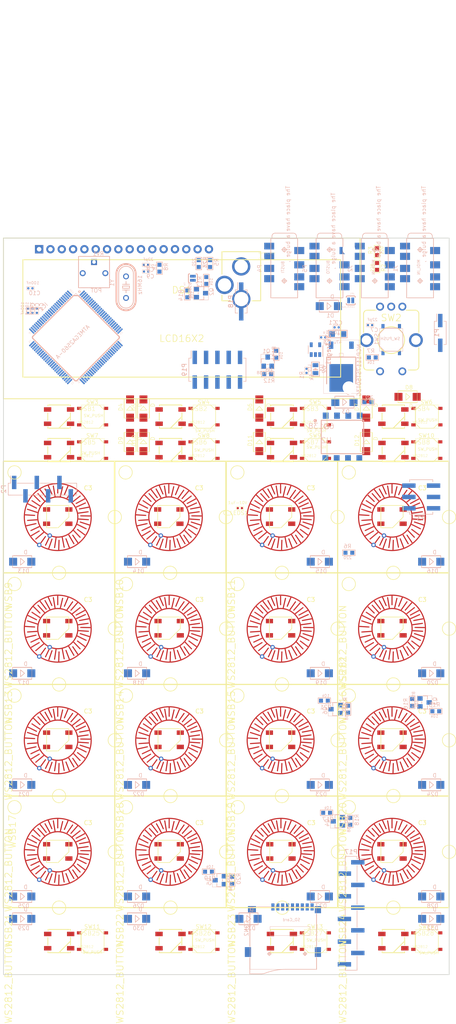
<source format=kicad_pcb>
(kicad_pcb (version 4) (host pcbnew 4.0.4-stable)
  (layers (0 F.Cu signal) (31 B.Cu signal) (34 B.Paste user) (35 F.Paste user) (36 B.SilkS user) (37 F.SilkS user) (38 B.Mask user) (39 F.Mask user) (44 Edge.Cuts user))
  (net 0 "")
  (net 1 +5V)
  (net 2 GND)
  (net 3 +3V3)
  (net 4 "Net-(C1-Pad1)")
  (net 5 "Net-(C7-Pad1)")
  (net 6 "Net-(C8-Pad1)")
  (net 7 "Net-(C9-Pad1)")
  (net 8 "Net-(C10-Pad1)")
  (net 9 /3vSPI_MOSI)
  (net 10 /3vSPI_SCK)
  (net 11 /3vSPI_MISO)
  (net 12 /SD_DAT1)
  (net 13 /SD_DAT2)
  (net 14 /MUXBX0)
  (net 15 /MUXBX1)
  (net 16 /MUXBX2)
  (net 17 /MUXBX3)
  (net 18 /MUXBX4)
  (net 19 /MUXBX5)
  (net 20 /MUXBX6)
  (net 21 "Net-(DS1-Pad3)")
  (net 22 /LCD0)
  (net 23 /LCD1)
  (net 24 /LCD2)
  (net 25 /LCD3)
  (net 26 /LCD4)
  (net 27 /LCD5)
  (net 28 "Net-(DS1-Pad15)")
  (net 29 "Net-(IC1-Pad1)")
  (net 30 /RX0)
  (net 31 /TX0)
  (net 32 "Net-(IC1-Pad4)")
  (net 33 "Net-(IC1-Pad5)")
  (net 34 "Net-(IC1-Pad6)")
  (net 35 "Net-(IC1-Pad7)")
  (net 36 "Net-(IC1-Pad8)")
  (net 37 "Net-(IC1-Pad9)")
  (net 38 "Net-(IC1-Pad14)")
  (net 39 "Net-(IC1-Pad19)")
  (net 40 /5VSD_CLK)
  (net 41 /5VSD_MOSI)
  (net 42 /5VSD_MISO)
  (net 43 "Net-(IC1-Pad23)")
  (net 44 "Net-(IC1-Pad24)")
  (net 45 "Net-(IC1-Pad25)")
  (net 46 "Net-(IC1-Pad26)")
  (net 47 "Net-(IC1-Pad28)")
  (net 48 "Net-(IC1-Pad29)")
  (net 49 "Net-(IC1-Pad41)")
  (net 50 "Net-(IC1-Pad42)")
  (net 51 /SCL)
  (net 52 /SDA)
  (net 53 /RX1)
  (net 54 /TX1)
  (net 55 "Net-(IC1-Pad47)")
  (net 56 "Net-(IC1-Pad48)")
  (net 57 "Net-(IC1-Pad49)")
  (net 58 /POWER_IS)
  (net 59 "Net-(IC1-Pad51)")
  (net 60 "Net-(IC1-Pad52)")
  (net 61 /5VSD_CS)
  (net 62 "Net-(IC1-Pad65)")
  (net 63 "Net-(IC1-Pad66)")
  (net 64 "Net-(IC1-Pad67)")
  (net 65 "Net-(IC1-Pad68)")
  (net 66 "Net-(IC1-Pad69)")
  (net 67 "Net-(IC1-Pad70)")
  (net 68 "Net-(IC1-Pad71)")
  (net 69 "Net-(IC1-Pad72)")
  (net 70 "Net-(IC1-Pad73)")
  (net 71 "Net-(IC1-Pad74)")
  (net 72 "Net-(IC1-Pad75)")
  (net 73 "Net-(IC1-Pad76)")
  (net 74 "Net-(IC1-Pad77)")
  (net 75 "Net-(IC1-Pad78)")
  (net 76 "Net-(IC1-Pad79)")
  (net 77 "Net-(IC1-Pad82)")
  (net 78 "Net-(IC1-Pad90)")
  (net 79 "Net-(IC1-Pad91)")
  (net 80 "Net-(IC1-Pad92)")
  (net 81 "Net-(IC1-Pad93)")
  (net 82 "Net-(IC1-Pad94)")
  (net 83 "Net-(IC1-Pad95)")
  (net 84 "Net-(IC1-Pad96)")
  (net 85 "Net-(J1-Pad2)")
  (net 86 "Net-(J2-Pad1)")
  (net 87 "Net-(J2-Pad2)")
  (net 88 /PI_5V)
  (net 89 /RESET)
  (net 90 /BUS_COM)
  (net 91 /PI_SCL)
  (net 92 /PI_SDA)
  (net 93 /PI_3V3)
  (net 94 /3vTX0)
  (net 95 /3vRX0)
  (net 96 /3VSD_CS)
  (net 97 "Net-(R5-Pad2)")
  (net 98 /MIDI_RX)
  (net 99 /MUXAX3)
  (net 100 /MUXAX0)
  (net 101 /MUXAX1)
  (net 102 /MUXAX2)
  (net 103 "Net-(WSB1-Pad2)")
  (net 104 "Net-(WSB2-Pad2)")
  (net 105 "Net-(WSB3-Pad2)")
  (net 106 /SERIAL_LED_TOROW_1)
  (net 107 "Net-(WSB5-Pad2)")
  (net 108 "Net-(WSB6-Pad2)")
  (net 109 "Net-(WSB7-Pad2)")
  (net 110 /SERIAL_LED_TOROW_2)
  (net 111 "Net-(WSB10-Pad4)")
  (net 112 "Net-(WSB10-Pad2)")
  (net 113 "Net-(WSB11-Pad2)")
  (net 114 /SERIAL_LED_TOROW_3)
  (net 115 "Net-(WSB13-Pad2)")
  (net 116 "Net-(WSB14-Pad2)")
  (net 117 "Net-(WSB15-Pad2)")
  (net 118 /SERIAL_LED_TOROW_4)
  (net 119 "Net-(WSB17-Pad2)")
  (net 120 "Net-(WSB18-Pad2)")
  (net 121 "Net-(WSB19-Pad2)")
  (net 122 /SERIAL_LED_TOROW_5)
  (net 123 "Net-(WSB21-Pad2)")
  (net 124 "Net-(WSB22-Pad2)")
  (net 125 "Net-(WSB23-Pad2)")
  (net 126 /SERIAL_LED_TOROW_6)
  (net 127 "Net-(WSB25-Pad2)")
  (net 128 "Net-(WSB26-Pad2)")
  (net 129 "Net-(WSB27-Pad2)")
  (net 130 "Net-(JP1-Pad2)")
  (net 131 /MUXAX4)
  (net 132 "Net-(IC1-Pad54)")
  (net 133 "Net-(IC1-Pad55)")
  (net 134 "Net-(IC1-Pad56)")
  (net 135 "Net-(IC1-Pad57)")
  (net 136 "Net-(IC1-Pad58)")
  (net 137 "Net-(IC1-Pad59)")
  (net 138 "Net-(IC1-Pad60)")
  (net 139 /RX3)
  (net 140 /TX3)
  (net 141 "Net-(IC1-Pad97)")
  (module SparkFun-Displays:LCD-16X2 (layer F.Cu) (at 40 18)
    (fp_text reference DS1 (at 0 -6.35) (layer F.SilkS))
    (fp_text value LCD16X2 (at 0 4.5) (layer F.SilkS))
    (pad 1 thru_hole rect (at -32 -15.5) (size 1.8796 1.8796) (drill 1.016) (layers *.Cu *.Mask) (net 2 GND))
    (pad 2 thru_hole circle (at -29.46 -15.5) (size 1.8796 1.8796) (drill 1.016) (layers *.Cu *.Mask) (net 1 +5V))
    (pad 3 thru_hole circle (at -26.92 -15.5) (size 1.8796 1.8796) (drill 1.016) (layers *.Cu *.Mask) (net 21 "Net-(DS1-Pad3)"))
    (pad 4 thru_hole circle (at -24.38 -15.5) (size 1.8796 1.8796) (drill 1.016) (layers *.Cu *.Mask) (net 22 /LCD0))
    (pad 5 thru_hole circle (at -21.84 -15.5) (size 1.8796 1.8796) (drill 1.016) (layers *.Cu *.Mask) (net 2 GND))
    (pad 6 thru_hole circle (at -19.3 -15.5) (size 1.8796 1.8796) (drill 1.016) (layers *.Cu *.Mask) (net 23 /LCD1))
    (pad 7 thru_hole circle (at -16.76 -15.5) (size 1.8796 1.8796) (drill 1.016) (layers *.Cu *.Mask))
    (pad 8 thru_hole circle (at -14.22 -15.5) (size 1.8796 1.8796) (drill 1.016) (layers *.Cu *.Mask))
    (pad 9 thru_hole circle (at -11.68 -15.5) (size 1.8796 1.8796) (drill 1.016) (layers *.Cu *.Mask))
    (pad 10 thru_hole circle (at -9.14 -15.5) (size 1.8796 1.8796) (drill 1.016) (layers *.Cu *.Mask))
    (pad 11 thru_hole circle (at -6.6 -15.5) (size 1.8796 1.8796) (drill 1.016) (layers *.Cu *.Mask) (net 24 /LCD2))
    (pad 12 thru_hole circle (at -4.06 -15.5) (size 1.8796 1.8796) (drill 1.016) (layers *.Cu *.Mask) (net 25 /LCD3))
    (pad 13 thru_hole circle (at -1.52 -15.5) (size 1.8796 1.8796) (drill 1.016) (layers *.Cu *.Mask) (net 26 /LCD4))
    (pad 14 thru_hole circle (at 1.02 -15.5) (size 1.8796 1.8796) (drill 1.016) (layers *.Cu *.Mask) (net 27 /LCD5))
    (pad 15 thru_hole circle (at 3.56 -15.5) (size 1.8796 1.8796) (drill 1.016) (layers *.Cu *.Mask) (net 28 "Net-(DS1-Pad15)"))
    (pad 16 thru_hole circle (at 6.1 -15.5) (size 1.8796 1.8796) (drill 1.016) (layers *.Cu *.Mask) (net 2 GND))
    (pad "" np_thru_hole circle (at -37.5 -15.5) (size 2.8 2.8) (drill 2.8) (layers *.Cu))
    (pad "" np_thru_hole circle (at -37.5 15.5) (size 2.8 2.8) (drill 2.8) (layers *.Cu))
    (pad "" np_thru_hole circle (at 37.5 -15.5) (size 2.8 2.8) (drill 2.8) (layers *.Cu))
    (pad "" np_thru_hole circle (at 37.5 15.5) (size 2.8 2.8) (drill 2.8) (layers *.Cu))
  )
  (module SparkFun-Electromechanical:ENCODER_LED_2 (layer F.Cu) (at 86.995 22.86 180)
    (fp_text reference SW2 (at 0 5 180) (layer F.SilkS))
    (fp_text value ROTARY_ENCODER_SWITCH hide)
    (pad A thru_hole circle (at -2.5 7.5 180) (size 1.8 1.8) (drill 1.1) (layers *.Cu *.Mask))
    (pad C thru_hole circle (at 0 7.5 180) (size 1.8 1.8) (drill 1.1) (layers *.Cu *.Mask))
    (pad B thru_hole circle (at 2.5 7.5 180) (size 1.8 1.8) (drill 1.1) (layers *.Cu *.Mask))
    (pad P$1 thru_hole circle (at -5.55 0 180) (size 3.116 3.116) (drill 2.1) (layers *.Cu *.Mask))
    (pad P$2 thru_hole circle (at 5.55 0 180) (size 3.116 3.116) (drill 2.1) (layers *.Cu *.Mask))
    (pad E thru_hole circle (at 2.5 -7 180) (size 1.778 1.778) (drill 1.1) (layers *.Cu *.Mask))
    (pad D thru_hole circle (at -2.5 -7 180) (size 1.778 1.778) (drill 1.1) (layers *.Cu *.Mask))
  )
  (module SeeedOPL-Capacitor:AVX-A (layer B.Cu) (at 75 21.5 180)
    (fp_text reference C2 (at -0.1905 2.5 180) (layer B.SilkS) (effects (font (size 0.889 0.889) (thickness 0.1016)) (justify mirror)))
    (fp_text value 47u (at 0 -1.8415 180) (layer B.SilkS) (effects (font (size 0.635 0.635) (thickness 0.0762)) (justify mirror)))
    (pad + smd rect (at -1.27 0 180) (size 1.27 1.27) (layers B.Cu B.Paste B.Mask))
    (pad - smd rect (at 1.27 0) (size 1.27 1.27) (layers B.Cu B.Paste B.Mask))
  )
  (module TO_SOT_Packages_SMD:SOT-23-5 (layer B.Cu) (at 70 25 90)
    (fp_text reference 3v3regu1 (at 0 2.9 90) (layer B.SilkS) (effects (justify mirror)))
    (fp_text value TLV70233DBV)
    (pad 1 smd rect (at -1.1 0.95 90) (size 1.06 0.65) (layers B.Cu B.Paste B.Mask) (net 1 +5V))
    (pad 2 smd rect (at -1.1 0 90) (size 1.06 0.65) (layers B.Cu B.Paste B.Mask) (net 2 GND))
    (pad 3 smd rect (at -1.1 -0.95 90) (size 1.06 0.65) (layers B.Cu B.Paste B.Mask) (net 1 +5V))
    (pad 4 smd rect (at 1.1 -0.95 90) (size 1.06 0.65) (layers B.Cu B.Paste B.Mask))
    (pad 5 smd rect (at 1.1 0.95 90) (size 1.06 0.65) (layers B.Cu B.Paste B.Mask) (net 3 +3V3))
  )
  (module SeeedOPL-Capacitor:C0402 (layer B.Cu) (at 74.75 20 90)
    (fp_text reference C1 (at 1.0795 -0.9525 180) (layer B.SilkS) (effects (font (size 0.889 0.889) (thickness 0.1016)) (justify mirror)))
    (fp_text value 100n (at -1.2065 -0.508 180) (layer B.SilkS) (effects (font (size 0.635 0.635) (thickness 0.0762)) (justify mirror)))
    (pad 1 smd circle (at 0 0.46228 180) (size 0.49784 0.49784) (layers B.Cu B.Paste B.Mask) (net 4 "Net-(C1-Pad1)"))
    (pad 2 smd circle (at 0 -0.46228 180) (size 0.49784 0.49784) (layers B.Cu B.Paste B.Mask) (net 2 GND))
  )
  (module SeeedOPL-Capacitor:C0402 (layer B.Cu) (at 71.75 22.25 270)
    (fp_text reference C3 (at 1.0795 -0.9525 360) (layer B.SilkS) (effects (font (size 0.889 0.889) (thickness 0.1016)) (justify mirror)))
    (fp_text value 1u (at -1.2065 -0.508 360) (layer B.SilkS) (effects (font (size 0.635 0.635) (thickness 0.0762)) (justify mirror)))
    (pad 1 smd circle (at 0 0.46228) (size 0.49784 0.49784) (layers B.Cu B.Paste B.Mask) (net 3 +3V3))
    (pad 2 smd circle (at 0 -0.46228) (size 0.49784 0.49784) (layers B.Cu B.Paste B.Mask) (net 2 GND))
  )
  (module SeeedOPL-Capacitor:C0402 (layer B.Cu) (at 7.5 16.28772)
    (fp_text reference C4 (at 1.0795 -0.9525 90) (layer B.SilkS) (effects (font (size 0.889 0.889) (thickness 0.1016)) (justify mirror)))
    (fp_text value 100nF (at -1.2065 -0.508 90) (layer B.SilkS) (effects (font (size 0.635 0.635) (thickness 0.0762)) (justify mirror)))
    (pad 1 smd circle (at 0 0.46228 90) (size 0.49784 0.49784) (layers B.Cu B.Paste B.Mask) (net 1 +5V))
    (pad 2 smd circle (at 0 -0.46228 90) (size 0.49784 0.49784) (layers B.Cu B.Paste B.Mask) (net 2 GND))
  )
  (module SeeedOPL-Capacitor:C0402 (layer B.Cu) (at 6.5 16.28772)
    (fp_text reference C5 (at 1.0795 -0.9525 90) (layer B.SilkS) (effects (font (size 0.889 0.889) (thickness 0.1016)) (justify mirror)))
    (fp_text value 100nF (at -1.2065 -0.508 90) (layer B.SilkS) (effects (font (size 0.635 0.635) (thickness 0.0762)) (justify mirror)))
    (pad 1 smd circle (at 0 0.46228 90) (size 0.49784 0.49784) (layers B.Cu B.Paste B.Mask) (net 1 +5V))
    (pad 2 smd circle (at 0 -0.46228 90) (size 0.49784 0.49784) (layers B.Cu B.Paste B.Mask) (net 2 GND))
  )
  (module SeeedOPL-Capacitor:C0402 (layer B.Cu) (at 5.5 16.28772)
    (fp_text reference C6 (at 1.0795 -0.9525 90) (layer B.SilkS) (effects (font (size 0.889 0.889) (thickness 0.1016)) (justify mirror)))
    (fp_text value 100nF (at -1.2065 -0.508 90) (layer B.SilkS) (effects (font (size 0.635 0.635) (thickness 0.0762)) (justify mirror)))
    (pad 1 smd circle (at 0 0.46228 90) (size 0.49784 0.49784) (layers B.Cu B.Paste B.Mask) (net 1 +5V))
    (pad 2 smd circle (at 0 -0.46228 90) (size 0.49784 0.49784) (layers B.Cu B.Paste B.Mask) (net 2 GND))
  )
  (module SeeedOPL-Capacitor:C0402 (layer B.Cu) (at 82.25 19.5 270)
    (fp_text reference C7 (at 1.0795 -0.9525 360) (layer B.SilkS) (effects (font (size 0.889 0.889) (thickness 0.1016)) (justify mirror)))
    (fp_text value 22pF (at -1.2065 -0.508 360) (layer B.SilkS) (effects (font (size 0.635 0.635) (thickness 0.0762)) (justify mirror)))
    (pad 1 smd circle (at 0 0.46228) (size 0.49784 0.49784) (layers B.Cu B.Paste B.Mask) (net 5 "Net-(C7-Pad1)"))
    (pad 2 smd circle (at 0 -0.46228) (size 0.49784 0.49784) (layers B.Cu B.Paste B.Mask) (net 2 GND))
  )
  (module SeeedOPL-Capacitor:C0402 (layer B.Cu) (at 31.96228 6 270)
    (fp_text reference C8 (at 1.0795 -0.9525 360) (layer B.SilkS) (effects (font (size 0.889 0.889) (thickness 0.1016)) (justify mirror)))
    (fp_text value 22pF (at -1.2065 -0.508 360) (layer B.SilkS) (effects (font (size 0.635 0.635) (thickness 0.0762)) (justify mirror)))
    (pad 1 smd circle (at 0 0.46228) (size 0.49784 0.49784) (layers B.Cu B.Paste B.Mask) (net 6 "Net-(C8-Pad1)"))
    (pad 2 smd circle (at 0 -0.46228) (size 0.49784 0.49784) (layers B.Cu B.Paste B.Mask) (net 2 GND))
  )
  (module SeeedOPL-Capacitor:C0402 (layer B.Cu) (at 32 7.5 270)
    (fp_text reference C9 (at 1.0795 -0.9525 360) (layer B.SilkS) (effects (font (size 0.889 0.889) (thickness 0.1016)) (justify mirror)))
    (fp_text value 22pF (at -1.2065 -0.508 360) (layer B.SilkS) (effects (font (size 0.635 0.635) (thickness 0.0762)) (justify mirror)))
    (pad 1 smd circle (at 0 0.46228) (size 0.49784 0.49784) (layers B.Cu B.Paste B.Mask) (net 7 "Net-(C9-Pad1)"))
    (pad 2 smd circle (at 0 -0.46228) (size 0.49784 0.49784) (layers B.Cu B.Paste B.Mask) (net 2 GND))
  )
  (module SeeedOPL-Capacitor:C0402 (layer B.Cu) (at 6.03772 11.25 270)
    (fp_text reference C10 (at 1.0795 -0.9525 360) (layer B.SilkS) (effects (font (size 0.889 0.889) (thickness 0.1016)) (justify mirror)))
    (fp_text value 100nF (at -1.2065 -0.508 360) (layer B.SilkS) (effects (font (size 0.635 0.635) (thickness 0.0762)) (justify mirror)))
    (pad 1 smd circle (at 0 0.46228) (size 0.49784 0.49784) (layers B.Cu B.Paste B.Mask) (net 8 "Net-(C10-Pad1)"))
    (pad 2 smd circle (at 0 -0.46228) (size 0.49784 0.49784) (layers B.Cu B.Paste B.Mask) (net 2 GND))
  )
  (module SeeedOPL-Capacitor:C0402 (layer F.Cu) (at 53.03772 60.5 270)
    (fp_text reference C_LEDS1 (at 1.0795 0.9525 540) (layer F.SilkS) (effects (font (size 0.889 0.889) (thickness 0.1016))))
    (fp_text value 1uF-10V (at -1.2065 0.508 540) (layer F.SilkS) (effects (font (size 0.635 0.635) (thickness 0.0762))))
    (pad 1 smd circle (at 0 -0.46228 180) (size 0.49784 0.49784) (layers F.Cu F.Paste F.Mask) (net 1 +5V))
    (pad 2 smd circle (at 0 0.46228 180) (size 0.49784 0.49784) (layers F.Cu F.Paste F.Mask) (net 2 GND))
  )
  (module SeeedOPL-LED:LED-0805 (layer B.Cu) (at 70 29.361 90)
    (fp_text reference D2 (at -0.111 2 90) (layer B.SilkS) (effects (font (size 0.889 0.889) (thickness 0.1016)) (justify mirror)))
    (fp_text value LED (at 0.20574 -1.36906 90) (layer B.SilkS) (effects (font (size 0.635 0.635) (thickness 0.0762)) (justify mirror)))
    (pad + smd rect (at -0.889 0 90) (size 0.889 1.27) (layers B.Cu B.Paste B.Mask))
    (pad - smd rect (at 0.889 0 90) (size 0.889 1.27) (layers B.Cu B.Paste B.Mask))
  )
  (module SeeedOPL-IC:TQFP100-0.5-14X14MM (layer B.Cu) (at 16.25 22.25 225)
    (fp_text reference IC1 (at 0.317499 9.9695 225) (layer B.SilkS) (effects (font (size 0.889 0.889) (thickness 0.1016)) (justify mirror)))
    (fp_text value ATMEGA2560-A (at 1.22936 -0.1905 225) (layer B.SilkS) (effects (font (size 0.889 0.889) (thickness 0.1016)) (justify mirror)))
    (fp_text user 25 (at -7.89178 -6.49478 225) (layer B.SilkS) (effects (font (size 0.4064 0.4064) (thickness 0.0254)) (justify mirror)))
    (fp_text user 26 (at -6.5024 -7.59206 495) (layer B.SilkS) (effects (font (size 0.4064 0.4064) (thickness 0.0254)) (justify mirror)))
    (fp_text user 50 (at 6.59638 -7.493 495) (layer B.SilkS) (effects (font (size 0.4064 0.4064) (thickness 0.0254)) (justify mirror)))
    (fp_text user 51 (at 7.805419 -6.69544 225) (layer B.SilkS) (effects (font (size 0.4064 0.4064) (thickness 0.0254)) (justify mirror)))
    (fp_text user 75 (at 7.90448 6.601461 225) (layer B.SilkS) (effects (font (size 0.4064 0.4064) (thickness 0.0254)) (justify mirror)))
    (fp_text user 76 (at 6.59638 7.904479 495) (layer B.SilkS) (effects (font (size 0.4064 0.4064) (thickness 0.0254)) (justify mirror)))
    (fp_text user 100 (at -6.601461 8.00862 495) (layer B.SilkS) (effects (font (size 0.4064 0.4064) (thickness 0.0254)) (justify mirror)))
    (pad 1 smd rect (at -7.99846 5.99948 225) (size 1.4986 0.34798) (layers B.Cu B.Paste B.Mask) (net 29 "Net-(IC1-Pad1)"))
    (pad 2 smd rect (at -7.99846 5.4991 225) (size 1.4986 0.34798) (layers B.Cu B.Paste B.Mask) (net 30 /RX0))
    (pad 3 smd rect (at -7.99846 4.99872 225) (size 1.4986 0.34798) (layers B.Cu B.Paste B.Mask) (net 31 /TX0))
    (pad 4 smd rect (at -7.99846 4.49834 225) (size 1.4986 0.34798) (layers B.Cu B.Paste B.Mask) (net 32 "Net-(IC1-Pad4)"))
    (pad 5 smd rect (at -7.99846 3.99796 225) (size 1.4986 0.34798) (layers B.Cu B.Paste B.Mask) (net 33 "Net-(IC1-Pad5)"))
    (pad 6 smd rect (at -7.99846 3.49758 225) (size 1.4986 0.34798) (layers B.Cu B.Paste B.Mask) (net 34 "Net-(IC1-Pad6)"))
    (pad 7 smd rect (at -7.99846 2.99974 225) (size 1.4986 0.34798) (layers B.Cu B.Paste B.Mask) (net 35 "Net-(IC1-Pad7)"))
    (pad 8 smd rect (at -7.99846 2.49936 225) (size 1.4986 0.34798) (layers B.Cu B.Paste B.Mask) (net 36 "Net-(IC1-Pad8)"))
    (pad 9 smd rect (at -7.99846 1.99898 225) (size 1.4986 0.34798) (layers B.Cu B.Paste B.Mask) (net 37 "Net-(IC1-Pad9)"))
    (pad 10 smd rect (at -7.99846 1.4986 225) (size 1.4986 0.34798) (layers B.Cu B.Paste B.Mask) (net 1 +5V))
    (pad 11 smd rect (at -7.99846 0.99822 225) (size 1.4986 0.34798) (layers B.Cu B.Paste B.Mask) (net 2 GND))
    (pad 12 smd rect (at -7.99846 0.49784 225) (size 1.4986 0.34798) (layers B.Cu B.Paste B.Mask))
    (pad 13 smd rect (at -7.99846 0 225) (size 1.4986 0.34798) (layers B.Cu B.Paste B.Mask))
    (pad 14 smd rect (at -7.99846 -0.49784 225) (size 1.4986 0.34798) (layers B.Cu B.Paste B.Mask) (net 38 "Net-(IC1-Pad14)"))
    (pad 15 smd rect (at -7.99846 -0.99822 225) (size 1.4986 0.34798) (layers B.Cu B.Paste B.Mask) (net 100 /MUXAX0))
    (pad 16 smd rect (at -7.99846 -1.4986 225) (size 1.4986 0.34798) (layers B.Cu B.Paste B.Mask) (net 101 /MUXAX1))
    (pad 17 smd rect (at -7.99846 -1.99898 225) (size 1.4986 0.34798) (layers B.Cu B.Paste B.Mask) (net 102 /MUXAX2))
    (pad 18 smd rect (at -7.99846 -2.49936 225) (size 1.4986 0.34798) (layers B.Cu B.Paste B.Mask) (net 99 /MUXAX3))
    (pad 19 smd rect (at -7.99846 -2.99974 225) (size 1.4986 0.34798) (layers B.Cu B.Paste B.Mask) (net 39 "Net-(IC1-Pad19)"))
    (pad 20 smd rect (at -7.99846 -3.49758 225) (size 1.4986 0.34798) (layers B.Cu B.Paste B.Mask) (net 40 /5VSD_CLK))
    (pad 21 smd rect (at -7.99846 -3.99796 225) (size 1.4986 0.34798) (layers B.Cu B.Paste B.Mask) (net 41 /5VSD_MOSI))
    (pad 22 smd rect (at -7.99846 -4.49834 225) (size 1.4986 0.34798) (layers B.Cu B.Paste B.Mask) (net 42 /5VSD_MISO))
    (pad 23 smd rect (at -7.99846 -4.99872 225) (size 1.4986 0.34798) (layers B.Cu B.Paste B.Mask) (net 43 "Net-(IC1-Pad23)"))
    (pad 24 smd rect (at -7.99846 -5.4991 225) (size 1.4986 0.34798) (layers B.Cu B.Paste B.Mask) (net 44 "Net-(IC1-Pad24)"))
    (pad 25 smd rect (at -7.99846 -5.99948 225) (size 1.4986 0.34798) (layers B.Cu B.Paste B.Mask) (net 45 "Net-(IC1-Pad25)"))
    (pad 26 smd rect (at -5.99948 -7.99846 225) (size 0.34798 1.4986) (layers B.Cu B.Paste B.Mask) (net 46 "Net-(IC1-Pad26)"))
    (pad 27 smd rect (at -5.4991 -7.99846 225) (size 0.34798 1.4986) (layers B.Cu B.Paste B.Mask) (net 131 /MUXAX4))
    (pad 28 smd rect (at -4.99872 -7.99846 225) (size 0.34798 1.4986) (layers B.Cu B.Paste B.Mask) (net 47 "Net-(IC1-Pad28)"))
    (pad 29 smd rect (at -4.49834 -7.99846 225) (size 0.34798 1.4986) (layers B.Cu B.Paste B.Mask) (net 48 "Net-(IC1-Pad29)"))
    (pad 30 smd rect (at -3.99796 -7.99846 225) (size 0.34798 1.4986) (layers B.Cu B.Paste B.Mask) (net 5 "Net-(C7-Pad1)"))
    (pad 31 smd rect (at -3.49758 -7.99846 225) (size 0.34798 1.4986) (layers B.Cu B.Paste B.Mask) (net 1 +5V))
    (pad 32 smd rect (at -2.99974 -7.99846 225) (size 0.34798 1.4986) (layers B.Cu B.Paste B.Mask) (net 2 GND))
    (pad 33 smd rect (at -2.49936 -7.99846 225) (size 0.34798 1.4986) (layers B.Cu B.Paste B.Mask) (net 6 "Net-(C8-Pad1)"))
    (pad 34 smd rect (at -1.99898 -7.99846 225) (size 0.34798 1.4986) (layers B.Cu B.Paste B.Mask) (net 7 "Net-(C9-Pad1)"))
    (pad 35 smd rect (at -1.4986 -7.99846 225) (size 0.34798 1.4986) (layers B.Cu B.Paste B.Mask) (net 22 /LCD0))
    (pad 36 smd rect (at -0.99822 -7.99846 225) (size 0.34798 1.4986) (layers B.Cu B.Paste B.Mask) (net 23 /LCD1))
    (pad 37 smd rect (at -0.49784 -7.99846 225) (size 0.34798 1.4986) (layers B.Cu B.Paste B.Mask) (net 24 /LCD2))
    (pad 38 smd rect (at 0 -7.99846 225) (size 0.34798 1.4986) (layers B.Cu B.Paste B.Mask) (net 25 /LCD3))
    (pad 39 smd rect (at 0.49784 -7.99846 225) (size 0.34798 1.4986) (layers B.Cu B.Paste B.Mask) (net 26 /LCD4))
    (pad 40 smd rect (at 0.99822 -7.99846 225) (size 0.34798 1.4986) (layers B.Cu B.Paste B.Mask) (net 27 /LCD5))
    (pad 41 smd rect (at 1.4986 -7.99846 225) (size 0.34798 1.4986) (layers B.Cu B.Paste B.Mask) (net 49 "Net-(IC1-Pad41)"))
    (pad 42 smd rect (at 1.99898 -7.99846 225) (size 0.34798 1.4986) (layers B.Cu B.Paste B.Mask) (net 50 "Net-(IC1-Pad42)"))
    (pad 43 smd rect (at 2.49936 -7.99846 225) (size 0.34798 1.4986) (layers B.Cu B.Paste B.Mask) (net 51 /SCL))
    (pad 44 smd rect (at 2.99974 -7.99846 225) (size 0.34798 1.4986) (layers B.Cu B.Paste B.Mask) (net 52 /SDA))
    (pad 45 smd rect (at 3.49758 -7.99846 225) (size 0.34798 1.4986) (layers B.Cu B.Paste B.Mask) (net 53 /RX1))
    (pad 46 smd rect (at 3.99796 -7.99846 225) (size 0.34798 1.4986) (layers B.Cu B.Paste B.Mask) (net 54 /TX1))
    (pad 47 smd rect (at 4.49834 -7.99846 225) (size 0.34798 1.4986) (layers B.Cu B.Paste B.Mask) (net 55 "Net-(IC1-Pad47)"))
    (pad 48 smd rect (at 4.99872 -7.99846 225) (size 0.34798 1.4986) (layers B.Cu B.Paste B.Mask) (net 56 "Net-(IC1-Pad48)"))
    (pad 49 smd rect (at 5.4991 -7.99846 225) (size 0.34798 1.4986) (layers B.Cu B.Paste B.Mask) (net 57 "Net-(IC1-Pad49)"))
    (pad 50 smd rect (at 5.99948 -7.99846 225) (size 0.34798 1.4986) (layers B.Cu B.Paste B.Mask) (net 58 /POWER_IS))
    (pad 51 smd rect (at 7.99846 -5.99948 225) (size 1.4986 0.34798) (layers B.Cu B.Paste B.Mask) (net 59 "Net-(IC1-Pad51)"))
    (pad 52 smd rect (at 7.99846 -5.4991 225) (size 1.4986 0.34798) (layers B.Cu B.Paste B.Mask) (net 60 "Net-(IC1-Pad52)"))
    (pad 53 smd rect (at 7.99846 -4.99872 225) (size 1.4986 0.34798) (layers B.Cu B.Paste B.Mask) (net 61 /5VSD_CS))
    (pad 54 smd rect (at 7.99846 -4.49834 225) (size 1.4986 0.34798) (layers B.Cu B.Paste B.Mask) (net 132 "Net-(IC1-Pad54)"))
    (pad 55 smd rect (at 7.99846 -3.99796 225) (size 1.4986 0.34798) (layers B.Cu B.Paste B.Mask) (net 133 "Net-(IC1-Pad55)"))
    (pad 56 smd rect (at 7.99846 -3.49758 225) (size 1.4986 0.34798) (layers B.Cu B.Paste B.Mask) (net 134 "Net-(IC1-Pad56)"))
    (pad 57 smd rect (at 7.99846 -2.99974 225) (size 1.4986 0.34798) (layers B.Cu B.Paste B.Mask) (net 135 "Net-(IC1-Pad57)"))
    (pad 58 smd rect (at 7.99846 -2.49936 225) (size 1.4986 0.34798) (layers B.Cu B.Paste B.Mask) (net 136 "Net-(IC1-Pad58)"))
    (pad 59 smd rect (at 7.99846 -1.99898 225) (size 1.4986 0.34798) (layers B.Cu B.Paste B.Mask) (net 137 "Net-(IC1-Pad59)"))
    (pad 60 smd rect (at 7.99846 -1.4986 225) (size 1.4986 0.34798) (layers B.Cu B.Paste B.Mask) (net 138 "Net-(IC1-Pad60)"))
    (pad 61 smd rect (at 7.99846 -0.99822 225) (size 1.4986 0.34798) (layers B.Cu B.Paste B.Mask))
    (pad 62 smd rect (at 7.99846 -0.49784 225) (size 1.4986 0.34798) (layers B.Cu B.Paste B.Mask))
    (pad 63 smd rect (at 7.99846 0 225) (size 1.4986 0.34798) (layers B.Cu B.Paste B.Mask) (net 139 /RX3))
    (pad 64 smd rect (at 7.99846 0.49784 225) (size 1.4986 0.34798) (layers B.Cu B.Paste B.Mask) (net 140 /TX3))
    (pad 65 smd rect (at 7.99846 0.99822 225) (size 1.4986 0.34798) (layers B.Cu B.Paste B.Mask) (net 62 "Net-(IC1-Pad65)"))
    (pad 66 smd rect (at 7.99846 1.4986 225) (size 1.4986 0.34798) (layers B.Cu B.Paste B.Mask) (net 63 "Net-(IC1-Pad66)"))
    (pad 67 smd rect (at 7.99846 1.99898 225) (size 1.4986 0.34798) (layers B.Cu B.Paste B.Mask) (net 64 "Net-(IC1-Pad67)"))
    (pad 68 smd rect (at 7.99846 2.49936 225) (size 1.4986 0.34798) (layers B.Cu B.Paste B.Mask) (net 65 "Net-(IC1-Pad68)"))
    (pad 69 smd rect (at 7.99846 2.99974 225) (size 1.4986 0.34798) (layers B.Cu B.Paste B.Mask) (net 66 "Net-(IC1-Pad69)"))
    (pad 70 smd rect (at 7.99846 3.49758 225) (size 1.4986 0.34798) (layers B.Cu B.Paste B.Mask) (net 67 "Net-(IC1-Pad70)"))
    (pad 71 smd rect (at 7.99846 3.99796 225) (size 1.4986 0.34798) (layers B.Cu B.Paste B.Mask) (net 68 "Net-(IC1-Pad71)"))
    (pad 72 smd rect (at 7.99846 4.49834 225) (size 1.4986 0.34798) (layers B.Cu B.Paste B.Mask) (net 69 "Net-(IC1-Pad72)"))
    (pad 73 smd rect (at 7.99846 4.99872 225) (size 1.4986 0.34798) (layers B.Cu B.Paste B.Mask) (net 70 "Net-(IC1-Pad73)"))
    (pad 74 smd rect (at 7.99846 5.4991 225) (size 1.4986 0.34798) (layers B.Cu B.Paste B.Mask) (net 71 "Net-(IC1-Pad74)"))
    (pad 75 smd rect (at 7.99846 5.99948 225) (size 1.4986 0.34798) (layers B.Cu B.Paste B.Mask) (net 72 "Net-(IC1-Pad75)"))
    (pad 76 smd rect (at 5.99948 7.99846 225) (size 0.34798 1.4986) (layers B.Cu B.Paste B.Mask) (net 73 "Net-(IC1-Pad76)"))
    (pad 77 smd rect (at 5.4991 7.99846 225) (size 0.34798 1.4986) (layers B.Cu B.Paste B.Mask) (net 74 "Net-(IC1-Pad77)"))
    (pad 78 smd rect (at 4.99872 7.99846 225) (size 0.34798 1.4986) (layers B.Cu B.Paste B.Mask) (net 75 "Net-(IC1-Pad78)"))
    (pad 79 smd rect (at 4.49834 7.99846 225) (size 0.34798 1.4986) (layers B.Cu B.Paste B.Mask) (net 76 "Net-(IC1-Pad79)"))
    (pad 80 smd rect (at 3.99796 7.99846 225) (size 0.34798 1.4986) (layers B.Cu B.Paste B.Mask) (net 1 +5V))
    (pad 81 smd rect (at 3.49758 7.99846 225) (size 0.34798 1.4986) (layers B.Cu B.Paste B.Mask) (net 2 GND))
    (pad 82 smd rect (at 2.99974 7.99846 225) (size 0.34798 1.4986) (layers B.Cu B.Paste B.Mask) (net 77 "Net-(IC1-Pad82)"))
    (pad 83 smd rect (at 2.49936 7.99846 225) (size 0.34798 1.4986) (layers B.Cu B.Paste B.Mask) (net 20 /MUXBX6))
    (pad 84 smd rect (at 1.99898 7.99846 225) (size 0.34798 1.4986) (layers B.Cu B.Paste B.Mask) (net 19 /MUXBX5))
    (pad 85 smd rect (at 1.4986 7.99846 225) (size 0.34798 1.4986) (layers B.Cu B.Paste B.Mask) (net 18 /MUXBX4))
    (pad 86 smd rect (at 0.99822 7.99846 225) (size 0.34798 1.4986) (layers B.Cu B.Paste B.Mask) (net 17 /MUXBX3))
    (pad 87 smd rect (at 0.49784 7.99846 225) (size 0.34798 1.4986) (layers B.Cu B.Paste B.Mask) (net 16 /MUXBX2))
    (pad 88 smd rect (at 0 7.99846 225) (size 0.34798 1.4986) (layers B.Cu B.Paste B.Mask) (net 15 /MUXBX1))
    (pad 89 smd rect (at -0.49784 7.99846 225) (size 0.34798 1.4986) (layers B.Cu B.Paste B.Mask) (net 14 /MUXBX0))
    (pad 90 smd rect (at -0.99822 7.99846 225) (size 0.34798 1.4986) (layers B.Cu B.Paste B.Mask) (net 78 "Net-(IC1-Pad90)"))
    (pad 91 smd rect (at -1.4986 7.99846 225) (size 0.34798 1.4986) (layers B.Cu B.Paste B.Mask) (net 79 "Net-(IC1-Pad91)"))
    (pad 92 smd rect (at -1.99898 7.99846 225) (size 0.34798 1.4986) (layers B.Cu B.Paste B.Mask) (net 80 "Net-(IC1-Pad92)"))
    (pad 93 smd rect (at -2.49936 7.99846 225) (size 0.34798 1.4986) (layers B.Cu B.Paste B.Mask) (net 81 "Net-(IC1-Pad93)"))
    (pad 94 smd rect (at -2.99974 7.99846 225) (size 0.34798 1.4986) (layers B.Cu B.Paste B.Mask) (net 82 "Net-(IC1-Pad94)"))
    (pad 95 smd rect (at -3.49758 7.99846 225) (size 0.34798 1.4986) (layers B.Cu B.Paste B.Mask) (net 83 "Net-(IC1-Pad95)"))
    (pad 96 smd rect (at -3.99796 7.99846 225) (size 0.34798 1.4986) (layers B.Cu B.Paste B.Mask) (net 84 "Net-(IC1-Pad96)"))
    (pad 97 smd rect (at -4.49834 7.99846 225) (size 0.34798 1.4986) (layers B.Cu B.Paste B.Mask) (net 141 "Net-(IC1-Pad97)"))
    (pad 98 smd rect (at -4.99872 7.99846 225) (size 0.34798 1.4986) (layers B.Cu B.Paste B.Mask) (net 8 "Net-(C10-Pad1)"))
    (pad 99 smd rect (at -5.4991 7.99846 225) (size 0.34798 1.4986) (layers B.Cu B.Paste B.Mask) (net 2 GND))
    (pad 100 smd rect (at -5.99948 7.99846 225) (size 0.34798 1.4986) (layers B.Cu B.Paste B.Mask) (net 1 +5V))
  )
  (module SeeedOPL-Connector:AUDIO8P-SMD-3.5-14.5X6.1X4.0MM (layer B.Cu) (at 93.47343 -1.102384 270)
    (fp_text reference J1 (at 7.9375 5.5245 270) (layer B.SilkS) (effects (font (size 0.889 0.889) (thickness 0.1016)) (justify mirror)))
    (fp_text value MIDI_IN (at 7.62 0.3175 270) (layer B.SilkS) (effects (font (size 0.635 0.635) (thickness 0.0762)) (justify mirror)))
    (fp_text user "The place have a bulge ,\n" (at -2.032 -0.8255 270) (layer B.SilkS) (effects (font (size 0.889 0.889) (thickness 0.1016)) (justify mirror)))
    (pad 1 smd rect (at 3.8989 -3.37312 180) (size 2.2479 1.59766) (layers B.Cu B.Paste B.Mask))
    (pad 2 smd rect (at 7.0993 -3.37312 180) (size 2.2479 1.59766) (layers B.Cu B.Paste B.Mask) (net 85 "Net-(J1-Pad2)"))
    (pad 3 smd rect (at 9.79932 -3.37312 180) (size 2.2479 1.59766) (layers B.Cu B.Paste B.Mask))
    (pad 4 smd rect (at 10.1981 3.37312 180) (size 2.2479 1.59766) (layers B.Cu B.Paste B.Mask))
    (pad 5 smd rect (at 2.89814 3.37312 180) (size 2.2479 1.4986) (layers B.Cu B.Paste B.Mask))
    (pad 6 smd rect (at 5.19938 3.37312 180) (size 2.2479 1.59766) (layers B.Cu B.Paste B.Mask))
    (pad 7 smd rect (at 7.8994 3.37312 180) (size 2.2479 1.59766) (layers B.Cu B.Paste B.Mask))
    (pad 8 smd rect (at 11.99896 -3.37312 180) (size 2.2479 1.59766) (layers B.Cu B.Paste B.Mask))
  )
  (module SeeedOPL-Connector:AUDIO8P-SMD-3.5-14.5X6.1X4.0MM (layer B.Cu) (at 83.31343 -1.102384 270)
    (fp_text reference J2 (at 7.9375 5.5245 270) (layer B.SilkS) (effects (font (size 0.889 0.889) (thickness 0.1016)) (justify mirror)))
    (fp_text value MIDI_IN (at 7.62 0.3175 270) (layer B.SilkS) (effects (font (size 0.635 0.635) (thickness 0.0762)) (justify mirror)))
    (fp_text user "The place have a bulge ,\n" (at -2.032 -0.8255 270) (layer B.SilkS) (effects (font (size 0.889 0.889) (thickness 0.1016)) (justify mirror)))
    (pad 1 smd rect (at 3.8989 -3.37312 180) (size 2.2479 1.59766) (layers B.Cu B.Paste B.Mask) (net 86 "Net-(J2-Pad1)"))
    (pad 2 smd rect (at 7.0993 -3.37312 180) (size 2.2479 1.59766) (layers B.Cu B.Paste B.Mask) (net 87 "Net-(J2-Pad2)"))
    (pad 3 smd rect (at 9.79932 -3.37312 180) (size 2.2479 1.59766) (layers B.Cu B.Paste B.Mask))
    (pad 4 smd rect (at 10.1981 3.37312 180) (size 2.2479 1.59766) (layers B.Cu B.Paste B.Mask))
    (pad 5 smd rect (at 2.89814 3.37312 180) (size 2.2479 1.4986) (layers B.Cu B.Paste B.Mask))
    (pad 6 smd rect (at 5.19938 3.37312 180) (size 2.2479 1.59766) (layers B.Cu B.Paste B.Mask))
    (pad 7 smd rect (at 7.8994 3.37312 180) (size 2.2479 1.59766) (layers B.Cu B.Paste B.Mask))
    (pad 8 smd rect (at 11.99896 -3.37312 180) (size 2.2479 1.59766) (layers B.Cu B.Paste B.Mask))
  )
  (module SparkFun-Passives:PAD-JUMPER-2-NO_YES_SILK (layer B.Cu) (at 77.92 13.97 180)
    (fp_text reference JP1 (at -0.908 1.27 180) (layer B.SilkS) (effects (font (size 0.38608 0.38608) (thickness 0.032512)) (justify left bottom mirror)))
    (fp_text value comm_bus (at -0.908 -1.651 180) (layer B.SilkS) (effects (font (size 0.38608 0.38608) (thickness 0.032512)) (justify left bottom mirror)))
    (pad 1 smd rect (at -0.45 0 180) (size 0.635 1.27) (layers B.Cu B.Paste B.Mask) (net 90 /BUS_COM))
    (pad 2 smd rect (at 0.45 0 180) (size 0.635 1.27) (layers B.Cu B.Paste B.Mask) (net 130 "Net-(JP1-Pad2)"))
  )
  (module SeeedOPL-Connector:AUDIO8P-SMD-3.5-14.5X6.1X4.0MM (layer B.Cu) (at 62.99343 -1.102384 270)
    (fp_text reference P4 (at 7.9375 5.5245 270) (layer B.SilkS) (effects (font (size 0.889 0.889) (thickness 0.1016)) (justify mirror)))
    (fp_text value BUSTI (at 7.62 0.3175 270) (layer B.SilkS) (effects (font (size 0.635 0.635) (thickness 0.0762)) (justify mirror)))
    (fp_text user "The place have a bulge ,\n" (at -2.032 -0.8255 270) (layer B.SilkS) (effects (font (size 0.889 0.889) (thickness 0.1016)) (justify mirror)))
    (pad 1 smd rect (at 3.8989 -3.37312 180) (size 2.2479 1.59766) (layers B.Cu B.Paste B.Mask) (net 1 +5V))
    (pad 2 smd rect (at 7.0993 -3.37312 180) (size 2.2479 1.59766) (layers B.Cu B.Paste B.Mask))
    (pad 3 smd rect (at 9.79932 -3.37312 180) (size 2.2479 1.59766) (layers B.Cu B.Paste B.Mask) (net 90 /BUS_COM))
    (pad 4 smd rect (at 10.1981 3.37312 180) (size 2.2479 1.59766) (layers B.Cu B.Paste B.Mask) (net 2 GND))
    (pad 5 smd rect (at 2.89814 3.37312 180) (size 2.2479 1.4986) (layers B.Cu B.Paste B.Mask))
    (pad 6 smd rect (at 5.19938 3.37312 180) (size 2.2479 1.59766) (layers B.Cu B.Paste B.Mask))
    (pad 7 smd rect (at 7.8994 3.37312 180) (size 2.2479 1.59766) (layers B.Cu B.Paste B.Mask))
    (pad 8 smd rect (at 11.99896 -3.37312 180) (size 2.2479 1.59766) (layers B.Cu B.Paste B.Mask))
  )
  (module SeeedOPL-Connector:AUDIO8P-SMD-3.5-14.5X6.1X4.0MM (layer B.Cu) (at 73.15343 -1.102384 270)
    (fp_text reference P5 (at 7.9375 5.5245 270) (layer B.SilkS) (effects (font (size 0.889 0.889) (thickness 0.1016)) (justify mirror)))
    (fp_text value BUSTO (at 7.62 0.3175 270) (layer B.SilkS) (effects (font (size 0.635 0.635) (thickness 0.0762)) (justify mirror)))
    (fp_text user "The place have a bulge ,\n" (at -0.50104 -0.8255 270) (layer B.SilkS) (effects (font (size 0.889 0.889) (thickness 0.1016)) (justify mirror)))
    (pad 1 smd rect (at 3.8989 -3.37312 180) (size 2.2479 1.59766) (layers B.Cu B.Paste B.Mask) (net 1 +5V))
    (pad 2 smd rect (at 7.0993 -3.37312 180) (size 2.2479 1.59766) (layers B.Cu B.Paste B.Mask))
    (pad 3 smd rect (at 9.79932 -3.37312 180) (size 2.2479 1.59766) (layers B.Cu B.Paste B.Mask) (net 130 "Net-(JP1-Pad2)"))
    (pad 4 smd rect (at 10.1981 3.37312 180) (size 2.2479 1.59766) (layers B.Cu B.Paste B.Mask) (net 2 GND))
    (pad 5 smd rect (at 2.89814 3.37312 180) (size 2.2479 1.4986) (layers B.Cu B.Paste B.Mask))
    (pad 6 smd rect (at 5.19938 3.37312 180) (size 2.2479 1.59766) (layers B.Cu B.Paste B.Mask))
    (pad 7 smd rect (at 7.8994 3.37312 180) (size 2.2479 1.59766) (layers B.Cu B.Paste B.Mask))
    (pad 8 smd rect (at 11.99896 -3.37312 180) (size 2.2479 1.59766) (layers B.Cu B.Paste B.Mask))
  )
  (module SeeedOPL-Transistor:SOT-23 (layer B.Cu) (at 59.285 27.681 180)
    (fp_text reference Q1 (at 0.3175 2.3495 180) (layer B.SilkS) (effects (font (size 0.889 0.889) (thickness 0.1016)) (justify mirror)))
    (fp_text value BSS138 (at 0.635 -2.4765 180) (layer B.SilkS) (effects (font (size 0.635 0.635) (thickness 0.0762)) (justify mirror)))
    (pad 1 smd rect (at -0.889 -1.016) (size 1.016 1.143) (layers B.Cu B.Paste B.Mask) (net 93 /PI_3V3))
    (pad 2 smd rect (at 0.889 -1.016 180) (size 1.016 1.143) (layers B.Cu B.Paste B.Mask) (net 95 /3vRX0))
    (pad 3 smd rect (at 0 1.016 180) (size 1.016 1.143) (layers B.Cu B.Paste B.Mask) (net 30 /RX0))
  )
  (module SeeedOPL-Transistor:SOT-23 (layer B.Cu) (at 44.319 12.345 90)
    (fp_text reference Q2 (at 0.3175 2.3495 90) (layer B.SilkS) (effects (font (size 0.889 0.889) (thickness 0.1016)) (justify mirror)))
    (fp_text value BSS138 (at 0.635 -2.4765 90) (layer B.SilkS) (effects (font (size 0.635 0.635) (thickness 0.0762)) (justify mirror)))
    (pad 1 smd rect (at -0.889 -1.016 270) (size 1.016 1.143) (layers B.Cu B.Paste B.Mask) (net 93 /PI_3V3))
    (pad 2 smd rect (at 0.889 -1.016 90) (size 1.016 1.143) (layers B.Cu B.Paste B.Mask) (net 94 /3vTX0))
    (pad 3 smd rect (at 0 1.016 90) (size 1.016 1.143) (layers B.Cu B.Paste B.Mask) (net 31 /TX0))
  )
  (module SeeedOPL-Transistor:SOT-23 (layer B.Cu) (at 94.484 104.03 90)
    (fp_text reference Q3 (at 0.3175 2.3495 90) (layer B.SilkS) (effects (font (size 0.889 0.889) (thickness 0.1016)) (justify mirror)))
    (fp_text value BSS138 (at 0.635 -2.4765 90) (layer B.SilkS) (effects (font (size 0.635 0.635) (thickness 0.0762)) (justify mirror)))
    (pad 1 smd rect (at -0.889 -1.016 270) (size 1.016 1.143) (layers B.Cu B.Paste B.Mask) (net 3 +3V3))
    (pad 2 smd rect (at 0.889 -1.016 90) (size 1.016 1.143) (layers B.Cu B.Paste B.Mask) (net 9 /3vSPI_MOSI))
    (pad 3 smd rect (at 0 1.016 90) (size 1.016 1.143) (layers B.Cu B.Paste B.Mask) (net 41 /5VSD_MOSI))
  )
  (module SeeedOPL-Transistor:SOT-23 (layer B.Cu) (at 75.016 130.66 270)
    (fp_text reference Q4 (at 0.3175 2.3495 270) (layer B.SilkS) (effects (font (size 0.889 0.889) (thickness 0.1016)) (justify mirror)))
    (fp_text value BSS138 (at 0.635 -2.4765 270) (layer B.SilkS) (effects (font (size 0.635 0.635) (thickness 0.0762)) (justify mirror)))
    (pad 1 smd rect (at -0.889 -1.016 90) (size 1.016 1.143) (layers B.Cu B.Paste B.Mask) (net 3 +3V3))
    (pad 2 smd rect (at 0.889 -1.016 270) (size 1.016 1.143) (layers B.Cu B.Paste B.Mask) (net 11 /3vSPI_MISO))
    (pad 3 smd rect (at 0 1.016 270) (size 1.016 1.143) (layers B.Cu B.Paste B.Mask) (net 42 /5VSD_MISO))
  )
  (module SeeedOPL-Transistor:SOT-23 (layer B.Cu) (at 48.516 143.85 270)
    (fp_text reference Q5 (at 0.3175 2.3495 270) (layer B.SilkS) (effects (font (size 0.889 0.889) (thickness 0.1016)) (justify mirror)))
    (fp_text value BSS138 (at 0.635 -2.4765 270) (layer B.SilkS) (effects (font (size 0.635 0.635) (thickness 0.0762)) (justify mirror)))
    (pad 1 smd rect (at -0.889 -1.016 90) (size 1.016 1.143) (layers B.Cu B.Paste B.Mask) (net 3 +3V3))
    (pad 2 smd rect (at 0.889 -1.016 270) (size 1.016 1.143) (layers B.Cu B.Paste B.Mask) (net 10 /3vSPI_SCK))
    (pad 3 smd rect (at 0 1.016 270) (size 1.016 1.143) (layers B.Cu B.Paste B.Mask) (net 40 /5VSD_CLK))
  )
  (module SeeedOPL-Transistor:SOT-23 (layer B.Cu) (at 74.516 105.54 270)
    (fp_text reference Q6 (at 0.3175 2.3495 270) (layer B.SilkS) (effects (font (size 0.889 0.889) (thickness 0.1016)) (justify mirror)))
    (fp_text value BSS138 (at 0.635 -2.4765 270) (layer B.SilkS) (effects (font (size 0.635 0.635) (thickness 0.0762)) (justify mirror)))
    (pad 1 smd rect (at -0.889 -1.016 90) (size 1.016 1.143) (layers B.Cu B.Paste B.Mask) (net 3 +3V3))
    (pad 2 smd rect (at 0.889 -1.016 270) (size 1.016 1.143) (layers B.Cu B.Paste B.Mask) (net 96 /3VSD_CS))
    (pad 3 smd rect (at 0 1.016 270) (size 1.016 1.143) (layers B.Cu B.Paste B.Mask) (net 61 /5VSD_CS))
  )
  (module SeeedOPL-Resistor:R0402 (layer B.Cu) (at 68 29.75 180)
    (fp_text reference R1 (at 1.0795 -0.9525 270) (layer B.SilkS) (effects (font (size 0.889 0.889) (thickness 0.1016)) (justify mirror)))
    (fp_text value 1k (at -1.0795 -1.397 270) (layer B.SilkS) (effects (font (size 0.889 0.889) (thickness 0.1016)) (justify mirror)))
    (pad 1 smd circle (at 0 0.46228 270) (size 0.49784 0.49784) (layers B.Cu B.Paste B.Mask) (net 1 +5V))
    (pad 2 smd circle (at 0 -0.46228 270) (size 0.49784 0.49784) (layers B.Cu B.Paste B.Mask))
  )
  (module SeeedOPL-Resistor:R0603 (layer F.Cu) (at 83.82 6.35 180)
    (fp_text reference R2 (at -1.4605 -0.3175 270) (layer F.SilkS) (effects (font (size 0.889 0.889) (thickness 0.1016))))
    (fp_text value 220 (at 1.11506 -0.29972 270) (layer F.SilkS) (effects (font (size 0.635 0.635) (thickness 0.0762))))
    (pad 1 smd rect (at 0 -0.762 90) (size 0.889 0.889) (layers F.Cu F.Paste F.Mask) (net 1 +5V))
    (pad 2 smd rect (at 0 0.762 90) (size 0.889 0.889) (layers F.Cu F.Paste F.Mask) (net 87 "Net-(J2-Pad2)"))
  )
  (module SeeedOPL-Resistor:R0603 (layer F.Cu) (at 83.82 3.048)
    (fp_text reference R3 (at -1.4605 -0.3175 90) (layer F.SilkS) (effects (font (size 0.889 0.889) (thickness 0.1016))))
    (fp_text value 220 (at 1.11506 -0.29972 90) (layer F.SilkS) (effects (font (size 0.635 0.635) (thickness 0.0762))))
    (pad 1 smd rect (at 0 -0.762 270) (size 0.889 0.889) (layers F.Cu F.Paste F.Mask) (net 2 GND))
    (pad 2 smd rect (at 0 0.762 270) (size 0.889 0.889) (layers F.Cu F.Paste F.Mask) (net 86 "Net-(J2-Pad1)"))
  )
  (module SeeedOPL-Resistor:R0603 (layer B.Cu) (at 81.762 36.75 90)
    (fp_text reference R4 (at 0.5 0 360) (layer B.SilkS) (effects (font (size 0.889 0.889) (thickness 0.1016)) (justify mirror)))
    (fp_text value 220 (at 1.11506 0.29972 360) (layer B.SilkS) (effects (font (size 0.635 0.635) (thickness 0.0762)) (justify mirror)))
    (pad 1 smd rect (at 0 0.762 180) (size 0.889 0.889) (layers B.Cu B.Paste B.Mask) (net 85 "Net-(J1-Pad2)"))
    (pad 2 smd rect (at 0 -0.762 180) (size 0.889 0.889) (layers B.Cu B.Paste B.Mask))
  )
  (module SeeedOPL-Resistor:R0603 (layer B.Cu) (at 46.355 5.715 180)
    (fp_text reference R5 (at -1.4605 0.3175 450) (layer B.SilkS) (effects (font (size 0.889 0.889) (thickness 0.1016)) (justify mirror)))
    (fp_text value 4.7K (at 1.11506 0.29972 450) (layer B.SilkS) (effects (font (size 0.635 0.635) (thickness 0.0762)) (justify mirror)))
    (pad 1 smd rect (at 0 0.762 270) (size 0.889 0.889) (layers B.Cu B.Paste B.Mask) (net 2 GND))
    (pad 2 smd rect (at 0 -0.762 270) (size 0.889 0.889) (layers B.Cu B.Paste B.Mask) (net 97 "Net-(R5-Pad2)"))
  )
  (module SeeedOPL-Resistor:R0603 (layer B.Cu) (at 82.75 26.75 270)
    (fp_text reference R7 (at -1.4605 0.3175 540) (layer B.SilkS) (effects (font (size 0.889 0.889) (thickness 0.1016)) (justify mirror)))
    (fp_text value 10k (at 1.11506 0.29972 540) (layer B.SilkS) (effects (font (size 0.635 0.635) (thickness 0.0762)) (justify mirror)))
    (pad 1 smd rect (at 0 0.762) (size 0.889 0.889) (layers B.Cu B.Paste B.Mask) (net 1 +5V))
    (pad 2 smd rect (at 0 -0.762) (size 0.889 0.889) (layers B.Cu B.Paste B.Mask) (net 5 "Net-(C7-Pad1)"))
  )
  (module SeeedOPL-Resistor:R0603 (layer B.Cu) (at 35 6.75 180)
    (fp_text reference R8 (at -1.4605 0.3175 450) (layer B.SilkS) (effects (font (size 0.889 0.889) (thickness 0.1016)) (justify mirror)))
    (fp_text value 1M (at 1.11506 0.29972 450) (layer B.SilkS) (effects (font (size 0.635 0.635) (thickness 0.0762)) (justify mirror)))
    (pad 1 smd rect (at 0 0.762 270) (size 0.889 0.889) (layers B.Cu B.Paste B.Mask) (net 6 "Net-(C8-Pad1)"))
    (pad 2 smd rect (at 0 -0.762 270) (size 0.889 0.889) (layers B.Cu B.Paste B.Mask) (net 7 "Net-(C9-Pad1)"))
  )
  (module SeeedOPL-Resistor:R0603 (layer B.Cu) (at 61.19 26.03)
    (fp_text reference R11 (at -0.44 -0.53 270) (layer B.SilkS) (effects (font (size 0.889 0.889) (thickness 0.1016)) (justify mirror)))
    (fp_text value 10k (at 1.11506 0.29972 270) (layer B.SilkS) (effects (font (size 0.635 0.635) (thickness 0.0762)) (justify mirror)))
    (pad 1 smd rect (at 0 0.762 90) (size 0.889 0.889) (layers B.Cu B.Paste B.Mask) (net 30 /RX0))
    (pad 2 smd rect (at 0 -0.762 90) (size 0.889 0.889) (layers B.Cu B.Paste B.Mask) (net 1 +5V))
  )
  (module SeeedOPL-Resistor:R0603 (layer B.Cu) (at 59.285 30.475 90)
    (fp_text reference R12 (at -1.4605 0.3175 360) (layer B.SilkS) (effects (font (size 0.889 0.889) (thickness 0.1016)) (justify mirror)))
    (fp_text value 10k (at 1.11506 0.29972 360) (layer B.SilkS) (effects (font (size 0.635 0.635) (thickness 0.0762)) (justify mirror)))
    (pad 1 smd rect (at 0 0.762 180) (size 0.889 0.889) (layers B.Cu B.Paste B.Mask) (net 93 /PI_3V3))
    (pad 2 smd rect (at 0 -0.762 180) (size 0.889 0.889) (layers B.Cu B.Paste B.Mask) (net 95 /3vRX0))
  )
  (module SeeedOPL-Resistor:R0603 (layer B.Cu) (at 45.5 9.5)
    (fp_text reference R13 (at -1.4605 0.3175 270) (layer B.SilkS) (effects (font (size 0.889 0.889) (thickness 0.1016)) (justify mirror)))
    (fp_text value 10k (at 1.11506 0.29972 270) (layer B.SilkS) (effects (font (size 0.635 0.635) (thickness 0.0762)) (justify mirror)))
    (pad 1 smd rect (at 0 0.762 90) (size 0.889 0.889) (layers B.Cu B.Paste B.Mask) (net 31 /TX0))
    (pad 2 smd rect (at 0 -0.762 90) (size 0.889 0.889) (layers B.Cu B.Paste B.Mask) (net 1 +5V))
  )
  (module SeeedOPL-Resistor:R0603 (layer B.Cu) (at 41.25 12.5)
    (fp_text reference R14 (at -1.4605 0.3175 270) (layer B.SilkS) (effects (font (size 0.889 0.889) (thickness 0.1016)) (justify mirror)))
    (fp_text value 10k (at 1.11506 0.29972 270) (layer B.SilkS) (effects (font (size 0.635 0.635) (thickness 0.0762)) (justify mirror)))
    (pad 1 smd rect (at 0 0.762 90) (size 0.889 0.889) (layers B.Cu B.Paste B.Mask) (net 93 /PI_3V3))
    (pad 2 smd rect (at 0 -0.762 90) (size 0.889 0.889) (layers B.Cu B.Paste B.Mask) (net 94 /3vTX0))
  )
  (module SeeedOPL-Resistor:R0603 (layer B.Cu) (at 97 106 270)
    (fp_text reference R15 (at -1.4605 0.3175 540) (layer B.SilkS) (effects (font (size 0.889 0.889) (thickness 0.1016)) (justify mirror)))
    (fp_text value 10k (at 1.11506 0.29972 540) (layer B.SilkS) (effects (font (size 0.635 0.635) (thickness 0.0762)) (justify mirror)))
    (pad 1 smd rect (at 0 0.762) (size 0.889 0.889) (layers B.Cu B.Paste B.Mask) (net 41 /5VSD_MOSI))
    (pad 2 smd rect (at 0 -0.762) (size 0.889 0.889) (layers B.Cu B.Paste B.Mask) (net 1 +5V))
  )
  (module SeeedOPL-Resistor:R0603 (layer B.Cu) (at 91.69 104.03)
    (fp_text reference R16 (at -1.4605 0.3175 270) (layer B.SilkS) (effects (font (size 0.889 0.889) (thickness 0.1016)) (justify mirror)))
    (fp_text value 10k (at 1.11506 0.29972 270) (layer B.SilkS) (effects (font (size 0.635 0.635) (thickness 0.0762)) (justify mirror)))
    (pad 1 smd rect (at 0 0.762 90) (size 0.889 0.889) (layers B.Cu B.Paste B.Mask) (net 3 +3V3))
    (pad 2 smd rect (at 0 -0.762 90) (size 0.889 0.889) (layers B.Cu B.Paste B.Mask) (net 9 /3vSPI_MOSI))
  )
  (module SeeedOPL-Resistor:R0603 (layer B.Cu) (at 72.5 128.755 90)
    (fp_text reference R17 (at -1.4605 0.3175 360) (layer B.SilkS) (effects (font (size 0.889 0.889) (thickness 0.1016)) (justify mirror)))
    (fp_text value 10k (at 1.11506 0.29972 360) (layer B.SilkS) (effects (font (size 0.635 0.635) (thickness 0.0762)) (justify mirror)))
    (pad 1 smd rect (at 0 0.762 180) (size 0.889 0.889) (layers B.Cu B.Paste B.Mask) (net 42 /5VSD_MISO))
    (pad 2 smd rect (at 0 -0.762 180) (size 0.889 0.889) (layers B.Cu B.Paste B.Mask) (net 1 +5V))
  )
  (module SeeedOPL-Resistor:R0603 (layer B.Cu) (at 77.81 130.66 180)
    (fp_text reference R18 (at -1.4605 0.3175 450) (layer B.SilkS) (effects (font (size 0.889 0.889) (thickness 0.1016)) (justify mirror)))
    (fp_text value 10k (at 1.11506 0.29972 450) (layer B.SilkS) (effects (font (size 0.635 0.635) (thickness 0.0762)) (justify mirror)))
    (pad 1 smd rect (at 0 0.762 270) (size 0.889 0.889) (layers B.Cu B.Paste B.Mask) (net 3 +3V3))
    (pad 2 smd rect (at 0 -0.762 270) (size 0.889 0.889) (layers B.Cu B.Paste B.Mask) (net 11 /3vSPI_MISO))
  )
  (module SeeedOPL-Resistor:R0603 (layer B.Cu) (at 46 141.945 90)
    (fp_text reference R19 (at -1.4605 0.3175 360) (layer B.SilkS) (effects (font (size 0.889 0.889) (thickness 0.1016)) (justify mirror)))
    (fp_text value 10k (at 1.11506 0.29972 360) (layer B.SilkS) (effects (font (size 0.635 0.635) (thickness 0.0762)) (justify mirror)))
    (pad 1 smd rect (at 0 0.762 180) (size 0.889 0.889) (layers B.Cu B.Paste B.Mask) (net 40 /5VSD_CLK))
    (pad 2 smd rect (at 0 -0.762 180) (size 0.889 0.889) (layers B.Cu B.Paste B.Mask) (net 1 +5V))
  )
  (module SeeedOPL-Resistor:R0603 (layer B.Cu) (at 51.31 143.85 180)
    (fp_text reference R20 (at -1.4605 0.3175 450) (layer B.SilkS) (effects (font (size 0.889 0.889) (thickness 0.1016)) (justify mirror)))
    (fp_text value 10k (at 1.11506 0.29972 450) (layer B.SilkS) (effects (font (size 0.635 0.635) (thickness 0.0762)) (justify mirror)))
    (pad 1 smd rect (at 0 0.762 270) (size 0.889 0.889) (layers B.Cu B.Paste B.Mask) (net 3 +3V3))
    (pad 2 smd rect (at 0 -0.762 270) (size 0.889 0.889) (layers B.Cu B.Paste B.Mask) (net 10 /3vSPI_SCK))
  )
  (module SeeedOPL-Resistor:R0603 (layer B.Cu) (at 72 103.635 90)
    (fp_text reference R21 (at -1.4605 0.3175 360) (layer B.SilkS) (effects (font (size 0.889 0.889) (thickness 0.1016)) (justify mirror)))
    (fp_text value 10k (at 1.11506 0.29972 360) (layer B.SilkS) (effects (font (size 0.635 0.635) (thickness 0.0762)) (justify mirror)))
    (pad 1 smd rect (at 0 0.762 180) (size 0.889 0.889) (layers B.Cu B.Paste B.Mask) (net 61 /5VSD_CS))
    (pad 2 smd rect (at 0 -0.762 180) (size 0.889 0.889) (layers B.Cu B.Paste B.Mask) (net 1 +5V))
  )
  (module SeeedOPL-Resistor:R0603 (layer B.Cu) (at 77.31 105.54 180)
    (fp_text reference R22 (at 0.635 1.397 450) (layer B.SilkS) (effects (font (size 0.889 0.889) (thickness 0.1016)) (justify mirror)))
    (fp_text value 10k (at 1.11506 0.29972 450) (layer B.SilkS) (effects (font (size 0.635 0.635) (thickness 0.0762)) (justify mirror)))
    (pad 1 smd rect (at 0 0.762 270) (size 0.889 0.889) (layers B.Cu B.Paste B.Mask) (net 3 +3V3))
    (pad 2 smd rect (at 0 -0.762 270) (size 0.889 0.889) (layers B.Cu B.Paste B.Mask) (net 96 /3VSD_CS))
  )
  (module SeeedOPL-Resistor:R0603 (layer B.Cu) (at 43.815 5.715 180)
    (fp_text reference R23 (at -1.4605 0.3175 450) (layer B.SilkS) (effects (font (size 0.889 0.889) (thickness 0.1016)) (justify mirror)))
    (fp_text value 220 (at 1.11506 0.29972 450) (layer B.SilkS) (effects (font (size 0.635 0.635) (thickness 0.0762)) (justify mirror)))
    (pad 1 smd rect (at 0 0.762 270) (size 0.889 0.889) (layers B.Cu B.Paste B.Mask) (net 1 +5V))
    (pad 2 smd rect (at 0 -0.762 270) (size 0.889 0.889) (layers B.Cu B.Paste B.Mask) (net 28 "Net-(DS1-Pad15)"))
  )
  (module SeeedOPL-Resistor:ADJR3-7.0X7.0X5.0MM (layer B.Cu) (at 20.32 7.62 180)
    (fp_text reference RV1 (at -0.9525 4.1275 180) (layer B.SilkS) (effects (font (size 0.889 0.889) (thickness 0.1016)) (justify mirror)))
    (fp_text value POT (at -0.508 -4.1275 180) (layer B.SilkS) (effects (font (size 0.889 0.889) (thickness 0.1016)) (justify mirror)))
    (pad 1 thru_hole circle (at -2.54 -0.24892 180) (size 1.34874 1.34874) (drill 0.79756) (layers *.Cu *.Paste *.Mask) (net 1 +5V))
    (pad 2 thru_hole circle (at 2.54 -0.24892 180) (size 1.34874 1.34874) (drill 0.79756) (layers *.Cu *.Paste *.Mask) (net 21 "Net-(DS1-Pad3)"))
    (pad 3 thru_hole rect (at 0 2.2479 180) (size 1.34874 1.34874) (drill 0.79756) (layers *.Cu *.Paste *.Mask) (net 2 GND))
  )
  (module SeeedOPL-IC:TO-252 (layer B.Cu) (at 75.786 28.826)
    (fp_text reference U1 (at -4.2545 0.3175 270) (layer B.SilkS) (effects (font (size 0.889 0.889) (thickness 0.1016)) (justify mirror)))
    (fp_text value NCP1117ST50T3G (at 4.0005 0.762 270) (layer B.SilkS) (effects (font (size 0.889 0.889) (thickness 0.1016)) (justify mirror)))
    (pad 1 smd rect (at -2.286 -4.826) (size 1.016 1.651) (layers B.Cu B.Paste B.Mask) (net 2 GND))
    (pad 2 smd rect (at 0 2.49936) (size 5.29844 6.1976) (layers B.Cu B.Paste B.Mask) (net 1 +5V))
    (pad 3 smd rect (at 2.286 -4.826) (size 1.016 1.651) (layers B.Cu B.Paste B.Mask) (net 4 "Net-(C1-Pad1)"))
  )
  (module "SeeedOPL-Crystal Oscillator:HC49US" (layer B.Cu) (at 27.5 11 270)
    (fp_text reference Y1 (at -0.9525 3.1115 270) (layer B.SilkS) (effects (font (size 0.889 0.889) (thickness 0.1016)) (justify mirror)))
    (fp_text value 16MHz (at -0.508 -3.1115 270) (layer B.SilkS) (effects (font (size 0.889 0.889) (thickness 0.1016)) (justify mirror)))
    (pad 1 thru_hole circle (at -2.413 0 270) (size 1.3208 1.3208) (drill 0.8128) (layers *.Cu *.Paste *.Mask) (net 6 "Net-(C8-Pad1)"))
    (pad 2 thru_hole circle (at 2.413 0 270) (size 1.3208 1.3208) (drill 0.8128) (layers *.Cu *.Paste *.Mask) (net 7 "Net-(C9-Pad1)"))
  )
  (module SparkFun-Connectors:POWER_JACK_PTH_LOCK (layer F.Cu) (at 53.3654 -0.207 180)
    (fp_text reference CON1 (at -3.81 -5.08 180) (layer F.SilkS) (effects (font (size 0.38608 0.38608) (thickness 0.032512)) (justify left bottom)))
    (fp_text value BARREL_JACK (at -3.81 -3.81 180) (layer F.SilkS) (effects (font (size 0.38608 0.38608) (thickness 0.032512)) (justify left bottom)))
    (pad PWR thru_hole circle (at 0 -13.8778 180) (size 4.1148 4.1148) (drill 3.2) (layers *.Cu *.Mask))
    (pad GND thru_hole circle (at 0.0254 -6.557 180) (size 4.1148 4.1148) (drill 2.9972) (layers *.Cu *.Mask))
    (pad GNDB thru_hole circle (at 3.7616 -10.7 270) (size 4.1148 4.1148) (drill 2.9972) (layers *.Cu *.Mask))
  )
  (module SeeedOPL-Connector:MICRO-SD9+4P-SMD-16.1X14.5X1.85MM (layer B.Cu) (at 62.70152 149.85 270)
    (fp_text reference CON2 (at 4.7625 8.1915 270) (layer B.SilkS) (effects (font (size 0.889 0.889) (thickness 0.1016)) (justify mirror)))
    (fp_text value SD_Card (at 2.8575 -1.905 540) (layer B.SilkS) (effects (font (size 0.635 0.635) (thickness 0.0762)) (justify mirror)))
    (pad 1 smd rect (at 0 2.2479 270) (size 1.59766 0.6985) (layers B.Cu B.Paste B.Mask) (net 96 /3VSD_CS))
    (pad 2 smd rect (at 0 1.14808 270) (size 1.59766 0.6985) (layers B.Cu B.Paste B.Mask) (net 9 /3vSPI_MOSI))
    (pad 3 smd rect (at 0 0.04826 270) (size 1.59766 0.6985) (layers B.Cu B.Paste B.Mask) (net 2 GND))
    (pad 4 smd rect (at 0 -1.04902 270) (size 1.59766 0.6985) (layers B.Cu B.Paste B.Mask) (net 3 +3V3))
    (pad 5 smd rect (at 0 -2.14884 270) (size 1.59766 0.6985) (layers B.Cu B.Paste B.Mask) (net 10 /3vSPI_SCK))
    (pad 6 smd rect (at 0 -3.24866 270) (size 1.59766 0.6985) (layers B.Cu B.Paste B.Mask) (net 2 GND))
    (pad 7 smd rect (at 0 -4.34848 270) (size 1.59766 0.6985) (layers B.Cu B.Paste B.Mask) (net 11 /3vSPI_MISO))
    (pad 8 smd rect (at 0 -5.4483 270) (size 1.59766 0.6985) (layers B.Cu B.Paste B.Mask) (net 12 /SD_DAT1))
    (pad 9 smd rect (at 0 -6.54812 270) (size 1.59766 0.6985) (layers B.Cu B.Paste B.Mask) (net 13 /SD_DAT2))
    (pad G1 smd rect (at 0.59944 -7.8486 270) (size 1.59766 1.39954) (layers B.Cu B.Paste B.Mask))
    (pad G2 smd rect (at 10.09904 -7.8486 270) (size 2.19964 1.39954) (layers B.Cu B.Paste B.Mask))
    (pad G3 smd rect (at 10.09904 7.8486 270) (size 2.19964 1.39954) (layers B.Cu B.Paste B.Mask))
    (pad G4 smd rect (at 0.49784 6.94944 270) (size 1.39954 1.79832) (layers B.Cu B.Paste B.Mask))
  )
  (module SparkFun-Passives:PAD-JUMPER-2-NO_YES_SILK (layer B.Cu) (at 42.5 9 90)
    (fp_text reference JP2 (at -0.908 1.27 90) (layer B.SilkS) (effects (font (size 0.38608 0.38608) (thickness 0.032512)) (justify left bottom mirror)))
    (fp_text value "tie pi 5v" (at -0.908 -1.651 90) (layer B.SilkS) (effects (font (size 0.38608 0.38608) (thickness 0.032512)) (justify left bottom mirror)))
    (pad 1 smd rect (at -0.45 0 90) (size 0.635 1.27) (layers B.Cu B.Paste B.Mask) (net 88 /PI_5V))
    (pad 2 smd rect (at 0.45 0 90) (size 0.635 1.27) (layers B.Cu B.Paste B.Mask) (net 1 +5V))
  )
  (module SeeedOPL-Resistor:R0603 (layer B.Cu) (at 77.5 70.5 270)
    (fp_text reference R6 (at -1.4605 0.3175 540) (layer B.SilkS) (effects (font (size 0.889 0.889) (thickness 0.1016)) (justify mirror)))
    (fp_text value 220 (at 1.11506 0.29972 540) (layer B.SilkS) (effects (font (size 0.635 0.635) (thickness 0.0762)) (justify mirror)))
    (pad 1 smd rect (at 0 0.762) (size 0.889 0.889) (layers B.Cu B.Paste B.Mask) (net 98 /MIDI_RX))
    (pad 2 smd rect (at 0 -0.762) (size 0.889 0.889) (layers B.Cu B.Paste B.Mask) (net 1 +5V))
  )
  (module SparkFun-DiscreteSemi:8-SMD (layer B.Cu) (at 76.25 44.75)
    (fp_text reference U2 (at -2.54 1.27) (layer B.SilkS) (effects (font (size 1.2065 1.2065) (thickness 0.1016)) (justify left bottom mirror)))
    (fp_text value 6N138 (at -1.95 -1.92) (layer B.SilkS) (effects (font (size 1.2065 1.2065) (thickness 0.1016)) (justify left bottom mirror)))
    (pad 8 smd rect (at -4.03 4.58) (size 1.3 1.4) (layers B.Cu B.Paste B.Mask) (net 2 GND))
    (pad 7 smd rect (at -1.49 4.58) (size 1.3 1.4) (layers B.Cu B.Paste B.Mask) (net 98 /MIDI_RX))
    (pad 6 smd rect (at 1.05 4.58) (size 1.3 1.4) (layers B.Cu B.Paste B.Mask) (net 97 "Net-(R5-Pad2)"))
    (pad 5 smd rect (at 3.59 4.58) (size 1.3 1.4) (layers B.Cu B.Paste B.Mask) (net 1 +5V))
    (pad 1 smd rect (at -3.96 -4.96) (size 1.3 1.4) (layers B.Cu B.Paste B.Mask))
    (pad 2 smd rect (at -1.42 -4.96) (size 1.3 1.4) (layers B.Cu B.Paste B.Mask))
    (pad 3 smd rect (at 1.12 -4.96) (size 1.3 1.4) (layers B.Cu B.Paste B.Mask))
    (pad 4 smd rect (at 3.66 -4.96) (size 1.3 1.4) (layers B.Cu B.Paste B.Mask))
  )
  (module ws2812_button:WS2812B (layer F.Cu) (at 12.477 40)
    (fp_text reference WSB1 (at 4.254 -1.2) (layer F.SilkS) (effects (font (size 0.9652 0.9652) (thickness 0.08128)) (justify left bottom)))
    (fp_text value WS2812 (at 4.254 1.6) (layer F.SilkS) (effects (font (size 0.57912 0.57912) (thickness 0.048768)) (justify left bottom)))
    (pad 1 smd rect (at -2.577 -1.6) (size 1.651 1) (layers F.Cu F.Paste F.Mask) (net 1 +5V))
    (pad 4 smd rect (at 2.577 -1.6) (size 1.651 1) (layers F.Cu F.Paste F.Mask))
    (pad 3 smd rect (at 2.577 1.6) (size 1.651 1) (layers F.Cu F.Paste F.Mask) (net 2 GND))
    (pad 2 smd rect (at -2.577 1.6) (size 1.651 1) (layers F.Cu F.Paste F.Mask) (net 103 "Net-(WSB1-Pad2)"))
  )
  (module ws2812_button:WS2812B (layer F.Cu) (at 37.5 40)
    (fp_text reference WSB2 (at 4.254 -1.2) (layer F.SilkS) (effects (font (size 0.9652 0.9652) (thickness 0.08128)) (justify left bottom)))
    (fp_text value WS2812 (at 4.254 1.6) (layer F.SilkS) (effects (font (size 0.57912 0.57912) (thickness 0.048768)) (justify left bottom)))
    (pad 1 smd rect (at -2.577 -1.6) (size 1.651 1) (layers F.Cu F.Paste F.Mask) (net 1 +5V))
    (pad 4 smd rect (at 2.577 -1.6) (size 1.651 1) (layers F.Cu F.Paste F.Mask) (net 103 "Net-(WSB1-Pad2)"))
    (pad 3 smd rect (at 2.577 1.6) (size 1.651 1) (layers F.Cu F.Paste F.Mask) (net 2 GND))
    (pad 2 smd rect (at -2.577 1.6) (size 1.651 1) (layers F.Cu F.Paste F.Mask) (net 104 "Net-(WSB2-Pad2)"))
  )
  (module ws2812_button:WS2812B (layer F.Cu) (at 62.5 40)
    (fp_text reference WSB3 (at 4.254 -1.2) (layer F.SilkS) (effects (font (size 0.9652 0.9652) (thickness 0.08128)) (justify left bottom)))
    (fp_text value WS2812 (at 4.254 1.6) (layer F.SilkS) (effects (font (size 0.57912 0.57912) (thickness 0.048768)) (justify left bottom)))
    (pad 1 smd rect (at -2.577 -1.6) (size 1.651 1) (layers F.Cu F.Paste F.Mask) (net 1 +5V))
    (pad 4 smd rect (at 2.577 -1.6) (size 1.651 1) (layers F.Cu F.Paste F.Mask) (net 104 "Net-(WSB2-Pad2)"))
    (pad 3 smd rect (at 2.577 1.6) (size 1.651 1) (layers F.Cu F.Paste F.Mask) (net 2 GND))
    (pad 2 smd rect (at -2.577 1.6) (size 1.651 1) (layers F.Cu F.Paste F.Mask) (net 105 "Net-(WSB3-Pad2)"))
  )
  (module ws2812_button:WS2812B (layer F.Cu) (at 87.477 40)
    (fp_text reference WSB4 (at 4.254 -1.2) (layer F.SilkS) (effects (font (size 0.9652 0.9652) (thickness 0.08128)) (justify left bottom)))
    (fp_text value WS2812 (at 4.254 1.6) (layer F.SilkS) (effects (font (size 0.57912 0.57912) (thickness 0.048768)) (justify left bottom)))
    (pad 1 smd rect (at -2.577 -1.6) (size 1.651 1) (layers F.Cu F.Paste F.Mask) (net 1 +5V))
    (pad 4 smd rect (at 2.577 -1.6) (size 1.651 1) (layers F.Cu F.Paste F.Mask) (net 105 "Net-(WSB3-Pad2)"))
    (pad 3 smd rect (at 2.577 1.6) (size 1.651 1) (layers F.Cu F.Paste F.Mask) (net 2 GND))
    (pad 2 smd rect (at -2.577 1.6) (size 1.651 1) (layers F.Cu F.Paste F.Mask) (net 106 /SERIAL_LED_TOROW_1))
  )
  (module ws2812_button:WS2812B (layer F.Cu) (at 12.477 47.5)
    (fp_text reference WSB5 (at 4.254 -1.2) (layer F.SilkS) (effects (font (size 0.9652 0.9652) (thickness 0.08128)) (justify left bottom)))
    (fp_text value WS2812 (at 4.254 1.6) (layer F.SilkS) (effects (font (size 0.57912 0.57912) (thickness 0.048768)) (justify left bottom)))
    (pad 1 smd rect (at -2.577 -1.6) (size 1.651 1) (layers F.Cu F.Paste F.Mask) (net 1 +5V))
    (pad 4 smd rect (at 2.577 -1.6) (size 1.651 1) (layers F.Cu F.Paste F.Mask) (net 106 /SERIAL_LED_TOROW_1))
    (pad 3 smd rect (at 2.577 1.6) (size 1.651 1) (layers F.Cu F.Paste F.Mask) (net 2 GND))
    (pad 2 smd rect (at -2.577 1.6) (size 1.651 1) (layers F.Cu F.Paste F.Mask) (net 107 "Net-(WSB5-Pad2)"))
  )
  (module ws2812_button:WS2812B (layer F.Cu) (at 37.477 47.5)
    (fp_text reference WSB6 (at 4.254 -1.2) (layer F.SilkS) (effects (font (size 0.9652 0.9652) (thickness 0.08128)) (justify left bottom)))
    (fp_text value WS2812 (at 4.254 1.6) (layer F.SilkS) (effects (font (size 0.57912 0.57912) (thickness 0.048768)) (justify left bottom)))
    (pad 1 smd rect (at -2.577 -1.6) (size 1.651 1) (layers F.Cu F.Paste F.Mask) (net 1 +5V))
    (pad 4 smd rect (at 2.577 -1.6) (size 1.651 1) (layers F.Cu F.Paste F.Mask) (net 107 "Net-(WSB5-Pad2)"))
    (pad 3 smd rect (at 2.577 1.6) (size 1.651 1) (layers F.Cu F.Paste F.Mask) (net 2 GND))
    (pad 2 smd rect (at -2.577 1.6) (size 1.651 1) (layers F.Cu F.Paste F.Mask) (net 108 "Net-(WSB6-Pad2)"))
  )
  (module ws2812_button:WS2812B (layer F.Cu) (at 62.5 47.5)
    (fp_text reference WSB7 (at 4.254 -1.2) (layer F.SilkS) (effects (font (size 0.9652 0.9652) (thickness 0.08128)) (justify left bottom)))
    (fp_text value WS2812 (at 4.254 1.6) (layer F.SilkS) (effects (font (size 0.57912 0.57912) (thickness 0.048768)) (justify left bottom)))
    (pad 1 smd rect (at -2.577 -1.6) (size 1.651 1) (layers F.Cu F.Paste F.Mask) (net 1 +5V))
    (pad 4 smd rect (at 2.577 -1.6) (size 1.651 1) (layers F.Cu F.Paste F.Mask) (net 108 "Net-(WSB6-Pad2)"))
    (pad 3 smd rect (at 2.577 1.6) (size 1.651 1) (layers F.Cu F.Paste F.Mask) (net 2 GND))
    (pad 2 smd rect (at -2.577 1.6) (size 1.651 1) (layers F.Cu F.Paste F.Mask) (net 109 "Net-(WSB7-Pad2)"))
  )
  (module ws2812_button:WS2812B (layer F.Cu) (at 87.5 47.5)
    (fp_text reference WSB8 (at 4.254 -1.2) (layer F.SilkS) (effects (font (size 0.9652 0.9652) (thickness 0.08128)) (justify left bottom)))
    (fp_text value WS2812 (at 4.254 1.6) (layer F.SilkS) (effects (font (size 0.57912 0.57912) (thickness 0.048768)) (justify left bottom)))
    (pad 1 smd rect (at -2.577 -1.6) (size 1.651 1) (layers F.Cu F.Paste F.Mask) (net 1 +5V))
    (pad 4 smd rect (at 2.577 -1.6) (size 1.651 1) (layers F.Cu F.Paste F.Mask) (net 109 "Net-(WSB7-Pad2)"))
    (pad 3 smd rect (at 2.577 1.6) (size 1.651 1) (layers F.Cu F.Paste F.Mask) (net 2 GND))
    (pad 2 smd rect (at -2.577 1.6) (size 1.651 1) (layers F.Cu F.Paste F.Mask) (net 110 /SERIAL_LED_TOROW_2))
  )
  (module ws2812_button:WS2812B (layer F.Cu) (at 12.5 157.5)
    (fp_text reference WSB25 (at 4.254 -1.2) (layer F.SilkS) (effects (font (size 0.9652 0.9652) (thickness 0.08128)) (justify left bottom)))
    (fp_text value WS2812 (at 4.254 1.6) (layer F.SilkS) (effects (font (size 0.57912 0.57912) (thickness 0.048768)) (justify left bottom)))
    (pad 1 smd rect (at -2.577 -1.6) (size 1.651 1) (layers F.Cu F.Paste F.Mask) (net 1 +5V))
    (pad 4 smd rect (at 2.577 -1.6) (size 1.651 1) (layers F.Cu F.Paste F.Mask) (net 126 /SERIAL_LED_TOROW_6))
    (pad 3 smd rect (at 2.577 1.6) (size 1.651 1) (layers F.Cu F.Paste F.Mask) (net 2 GND))
    (pad 2 smd rect (at -2.577 1.6) (size 1.651 1) (layers F.Cu F.Paste F.Mask) (net 127 "Net-(WSB25-Pad2)"))
  )
  (module ws2812_button:WS2812B (layer F.Cu) (at 37.477 157.5)
    (fp_text reference WSB26 (at 4.254 -1.2) (layer F.SilkS) (effects (font (size 0.9652 0.9652) (thickness 0.08128)) (justify left bottom)))
    (fp_text value WS2812 (at 4.254 1.6) (layer F.SilkS) (effects (font (size 0.57912 0.57912) (thickness 0.048768)) (justify left bottom)))
    (pad 1 smd rect (at -2.577 -1.6) (size 1.651 1) (layers F.Cu F.Paste F.Mask) (net 1 +5V))
    (pad 4 smd rect (at 2.577 -1.6) (size 1.651 1) (layers F.Cu F.Paste F.Mask) (net 127 "Net-(WSB25-Pad2)"))
    (pad 3 smd rect (at 2.577 1.6) (size 1.651 1) (layers F.Cu F.Paste F.Mask) (net 2 GND))
    (pad 2 smd rect (at -2.577 1.6) (size 1.651 1) (layers F.Cu F.Paste F.Mask) (net 128 "Net-(WSB26-Pad2)"))
  )
  (module ws2812_button:WS2812B (layer F.Cu) (at 62.477 157.5)
    (fp_text reference WSB27 (at 4.254 -1.2) (layer F.SilkS) (effects (font (size 0.9652 0.9652) (thickness 0.08128)) (justify left bottom)))
    (fp_text value WS2812 (at 4.254 1.6) (layer F.SilkS) (effects (font (size 0.57912 0.57912) (thickness 0.048768)) (justify left bottom)))
    (pad 1 smd rect (at -2.577 -1.6) (size 1.651 1) (layers F.Cu F.Paste F.Mask) (net 1 +5V))
    (pad 4 smd rect (at 2.577 -1.6) (size 1.651 1) (layers F.Cu F.Paste F.Mask) (net 128 "Net-(WSB26-Pad2)"))
    (pad 3 smd rect (at 2.577 1.6) (size 1.651 1) (layers F.Cu F.Paste F.Mask) (net 2 GND))
    (pad 2 smd rect (at -2.577 1.6) (size 1.651 1) (layers F.Cu F.Paste F.Mask) (net 129 "Net-(WSB27-Pad2)"))
  )
  (module ws2812_button:WS2812B (layer F.Cu) (at 87.477 157.5)
    (fp_text reference WSB28 (at 4.254 -1.2) (layer F.SilkS) (effects (font (size 0.9652 0.9652) (thickness 0.08128)) (justify left bottom)))
    (fp_text value WS2812 (at 4.254 1.6) (layer F.SilkS) (effects (font (size 0.57912 0.57912) (thickness 0.048768)) (justify left bottom)))
    (pad 1 smd rect (at -2.577 -1.6) (size 1.651 1) (layers F.Cu F.Paste F.Mask) (net 1 +5V))
    (pad 4 smd rect (at 2.577 -1.6) (size 1.651 1) (layers F.Cu F.Paste F.Mask) (net 129 "Net-(WSB27-Pad2)"))
    (pad 3 smd rect (at 2.577 1.6) (size 1.651 1) (layers F.Cu F.Paste F.Mask) (net 2 GND))
    (pad 2 smd rect (at -2.577 1.6) (size 1.651 1) (layers F.Cu F.Paste F.Mask))
  )
  (module SeeedOPL-Switch:SW4-SMD-5.2X5.2X1.5MM (layer F.Cu) (at 20 40)
    (fp_text reference SW3 (at -0.0762 -3.24358) (layer F.SilkS) (effects (font (size 0.889 0.889) (thickness 0.1016))))
    (fp_text value SW_PUSH (at 0.2032 -0.2159) (layer F.SilkS) (effects (font (size 0.635 0.635) (thickness 0.0762))))
    (pad 1 smd rect (at -2.99974 -1.84912) (size 0.99822 0.6985) (layers F.Cu F.Paste F.Mask))
    (pad 2 smd rect (at 2.99974 -1.84912) (size 0.99822 0.6985) (layers F.Cu F.Paste F.Mask) (net 100 /MUXAX0))
    (pad 3 smd rect (at -2.99974 1.84912) (size 0.99822 0.6985) (layers F.Cu F.Paste F.Mask))
    (pad 4 smd rect (at 2.99974 1.84912) (size 0.99822 0.6985) (layers F.Cu F.Paste F.Mask))
  )
  (module SeeedOPL-Switch:SW4-SMD-5.2X5.2X1.5MM (layer F.Cu) (at 45 40)
    (fp_text reference SW4 (at -0.0762 -3.24358) (layer F.SilkS) (effects (font (size 0.889 0.889) (thickness 0.1016))))
    (fp_text value SW_PUSH (at 0.2032 3.15088) (layer F.SilkS) (effects (font (size 0.635 0.635) (thickness 0.0762))))
    (pad 1 smd rect (at -2.99974 -1.84912) (size 0.99822 0.6985) (layers F.Cu F.Paste F.Mask))
    (pad 2 smd rect (at 2.99974 -1.84912) (size 0.99822 0.6985) (layers F.Cu F.Paste F.Mask) (net 101 /MUXAX1))
    (pad 3 smd rect (at -2.99974 1.84912) (size 0.99822 0.6985) (layers F.Cu F.Paste F.Mask))
    (pad 4 smd rect (at 2.99974 1.84912) (size 0.99822 0.6985) (layers F.Cu F.Paste F.Mask))
  )
  (module SeeedOPL-Switch:SW4-SMD-5.2X5.2X1.5MM (layer F.Cu) (at 70 40)
    (fp_text reference SW5 (at -0.0762 -3.24358) (layer F.SilkS) (effects (font (size 0.889 0.889) (thickness 0.1016))))
    (fp_text value SW_PUSH (at 0.2032 3.15088) (layer F.SilkS) (effects (font (size 0.635 0.635) (thickness 0.0762))))
    (pad 1 smd rect (at -2.99974 -1.84912) (size 0.99822 0.6985) (layers F.Cu F.Paste F.Mask))
    (pad 2 smd rect (at 2.99974 -1.84912) (size 0.99822 0.6985) (layers F.Cu F.Paste F.Mask) (net 102 /MUXAX2))
    (pad 3 smd rect (at -2.99974 1.84912) (size 0.99822 0.6985) (layers F.Cu F.Paste F.Mask))
    (pad 4 smd rect (at 2.99974 1.84912) (size 0.99822 0.6985) (layers F.Cu F.Paste F.Mask))
  )
  (module SeeedOPL-Switch:SW4-SMD-5.2X5.2X1.5MM (layer F.Cu) (at 95 40)
    (fp_text reference SW6 (at -0.0762 -3.24358) (layer F.SilkS) (effects (font (size 0.889 0.889) (thickness 0.1016))))
    (fp_text value SW_PUSH (at 0.2032 0.75) (layer F.SilkS) (effects (font (size 0.635 0.635) (thickness 0.0762))))
    (pad 1 smd rect (at -2.99974 -1.84912) (size 0.99822 0.6985) (layers F.Cu F.Paste F.Mask))
    (pad 2 smd rect (at 2.99974 -1.84912) (size 0.99822 0.6985) (layers F.Cu F.Paste F.Mask) (net 99 /MUXAX3))
    (pad 3 smd rect (at -2.99974 1.84912) (size 0.99822 0.6985) (layers F.Cu F.Paste F.Mask))
    (pad 4 smd rect (at 2.99974 1.84912) (size 0.99822 0.6985) (layers F.Cu F.Paste F.Mask))
  )
  (module SeeedOPL-Switch:SW4-SMD-5.2X5.2X1.5MM (layer F.Cu) (at 20 47.5)
    (fp_text reference SW7 (at -0.0762 -3.24358) (layer F.SilkS) (effects (font (size 0.889 0.889) (thickness 0.1016))))
    (fp_text value SW_PUSH (at -0.49974 0.65088) (layer F.SilkS) (effects (font (size 0.635 0.635) (thickness 0.0762))))
    (pad 1 smd rect (at -2.99974 -1.84912) (size 0.99822 0.6985) (layers F.Cu F.Paste F.Mask))
    (pad 2 smd rect (at 2.99974 -1.84912) (size 0.99822 0.6985) (layers F.Cu F.Paste F.Mask) (net 100 /MUXAX0))
    (pad 3 smd rect (at -2.99974 1.84912) (size 0.99822 0.6985) (layers F.Cu F.Paste F.Mask))
    (pad 4 smd rect (at 2.99974 1.84912) (size 0.99822 0.6985) (layers F.Cu F.Paste F.Mask))
  )
  (module SeeedOPL-Switch:SW4-SMD-5.2X5.2X1.5MM (layer F.Cu) (at 45 47.5)
    (fp_text reference SW8 (at -0.0762 -3.24358) (layer F.SilkS) (effects (font (size 0.889 0.889) (thickness 0.1016))))
    (fp_text value SW_PUSH (at 0 0) (layer F.SilkS) (effects (font (size 0.635 0.635) (thickness 0.0762))))
    (pad 1 smd rect (at -2.99974 -1.84912) (size 0.99822 0.6985) (layers F.Cu F.Paste F.Mask))
    (pad 2 smd rect (at 2.99974 -1.84912) (size 0.99822 0.6985) (layers F.Cu F.Paste F.Mask) (net 101 /MUXAX1))
    (pad 3 smd rect (at -2.99974 1.84912) (size 0.99822 0.6985) (layers F.Cu F.Paste F.Mask))
    (pad 4 smd rect (at 2.99974 1.84912) (size 0.99822 0.6985) (layers F.Cu F.Paste F.Mask))
  )
  (module SeeedOPL-Switch:SW4-SMD-5.2X5.2X1.5MM (layer F.Cu) (at 70 47.5)
    (fp_text reference SW9 (at -0.0762 -3.24358) (layer F.SilkS) (effects (font (size 0.889 0.889) (thickness 0.1016))))
    (fp_text value SW_PUSH (at 0.2032 -0.65088) (layer F.SilkS) (effects (font (size 0.635 0.635) (thickness 0.0762))))
    (pad 1 smd rect (at -2.99974 -1.84912) (size 0.99822 0.6985) (layers F.Cu F.Paste F.Mask))
    (pad 2 smd rect (at 2.99974 -1.84912) (size 0.99822 0.6985) (layers F.Cu F.Paste F.Mask) (net 102 /MUXAX2))
    (pad 3 smd rect (at -2.99974 1.84912) (size 0.99822 0.6985) (layers F.Cu F.Paste F.Mask))
    (pad 4 smd rect (at 2.99974 1.84912) (size 0.99822 0.6985) (layers F.Cu F.Paste F.Mask))
  )
  (module SeeedOPL-Switch:SW4-SMD-5.2X5.2X1.5MM (layer F.Cu) (at 94.977 47.5)
    (fp_text reference SW10 (at -0.0762 -3.24358) (layer F.SilkS) (effects (font (size 0.889 0.889) (thickness 0.1016))))
    (fp_text value SW_PUSH (at 0.2032 -0.2159) (layer F.SilkS) (effects (font (size 0.635 0.635) (thickness 0.0762))))
    (pad 1 smd rect (at -2.99974 -1.84912) (size 0.99822 0.6985) (layers F.Cu F.Paste F.Mask))
    (pad 2 smd rect (at 2.99974 -1.84912) (size 0.99822 0.6985) (layers F.Cu F.Paste F.Mask) (net 99 /MUXAX3))
    (pad 3 smd rect (at -2.99974 1.84912) (size 0.99822 0.6985) (layers F.Cu F.Paste F.Mask))
    (pad 4 smd rect (at 2.99974 1.84912) (size 0.99822 0.6985) (layers F.Cu F.Paste F.Mask))
  )
  (module SeeedOPL-Switch:SW4-SMD-5.2X5.2X1.5MM (layer F.Cu) (at 19.977 157.5)
    (fp_text reference SW11 (at -0.0762 -3.24358) (layer F.SilkS) (effects (font (size 0.889 0.889) (thickness 0.1016))))
    (fp_text value SW_PUSH (at 0 2.5) (layer F.SilkS) (effects (font (size 0.635 0.635) (thickness 0.0762))))
    (pad 1 smd rect (at -2.99974 -1.84912) (size 0.99822 0.6985) (layers F.Cu F.Paste F.Mask))
    (pad 2 smd rect (at 2.99974 -1.84912) (size 0.99822 0.6985) (layers F.Cu F.Paste F.Mask) (net 100 /MUXAX0))
    (pad 3 smd rect (at -2.99974 1.84912) (size 0.99822 0.6985) (layers F.Cu F.Paste F.Mask))
    (pad 4 smd rect (at 2.99974 1.84912) (size 0.99822 0.6985) (layers F.Cu F.Paste F.Mask))
  )
  (module SeeedOPL-Switch:SW4-SMD-5.2X5.2X1.5MM (layer F.Cu) (at 44.977 157.5)
    (fp_text reference SW12 (at -0.0762 -3.24358) (layer F.SilkS) (effects (font (size 0.889 0.889) (thickness 0.1016))))
    (fp_text value SW_PUSH (at 0.2032 -0.2159) (layer F.SilkS) (effects (font (size 0.635 0.635) (thickness 0.0762))))
    (pad 1 smd rect (at -2.99974 -1.84912) (size 0.99822 0.6985) (layers F.Cu F.Paste F.Mask))
    (pad 2 smd rect (at 2.99974 -1.84912) (size 0.99822 0.6985) (layers F.Cu F.Paste F.Mask) (net 101 /MUXAX1))
    (pad 3 smd rect (at -2.99974 1.84912) (size 0.99822 0.6985) (layers F.Cu F.Paste F.Mask))
    (pad 4 smd rect (at 2.99974 1.84912) (size 0.99822 0.6985) (layers F.Cu F.Paste F.Mask))
  )
  (module SeeedOPL-Switch:SW4-SMD-5.2X5.2X1.5MM (layer F.Cu) (at 69.977 157.5)
    (fp_text reference SW13 (at -0.0762 -3.24358) (layer F.SilkS) (effects (font (size 0.889 0.889) (thickness 0.1016))))
    (fp_text value SW_PUSH (at 0.2032 -0.2159) (layer F.SilkS) (effects (font (size 0.635 0.635) (thickness 0.0762))))
    (pad 1 smd rect (at -2.99974 -1.84912) (size 0.99822 0.6985) (layers F.Cu F.Paste F.Mask))
    (pad 2 smd rect (at 2.99974 -1.84912) (size 0.99822 0.6985) (layers F.Cu F.Paste F.Mask) (net 102 /MUXAX2))
    (pad 3 smd rect (at -2.99974 1.84912) (size 0.99822 0.6985) (layers F.Cu F.Paste F.Mask))
    (pad 4 smd rect (at 2.99974 1.84912) (size 0.99822 0.6985) (layers F.Cu F.Paste F.Mask))
  )
  (module SeeedOPL-Switch:SW4-SMD-5.2X5.2X1.5MM (layer F.Cu) (at 94.977 157.5)
    (fp_text reference SW14 (at -0.0762 -3.24358) (layer F.SilkS) (effects (font (size 0.889 0.889) (thickness 0.1016))))
    (fp_text value SW_PUSH (at 0.49974 2.59842) (layer F.SilkS) (effects (font (size 0.635 0.635) (thickness 0.0762))))
    (pad 1 smd rect (at -2.99974 -1.84912) (size 0.99822 0.6985) (layers F.Cu F.Paste F.Mask))
    (pad 2 smd rect (at 2.99974 -1.84912) (size 0.99822 0.6985) (layers F.Cu F.Paste F.Mask) (net 99 /MUXAX3))
    (pad 3 smd rect (at -2.99974 1.84912) (size 0.99822 0.6985) (layers F.Cu F.Paste F.Mask))
    (pad 4 smd rect (at 2.99974 1.84912) (size 0.99822 0.6985) (layers F.Cu F.Paste F.Mask))
  )
  (module SeeedOPL-Switch:SW4-SMD-5.2X5.2X1.5MM (layer B.Cu) (at 87 22.75026 270)
    (fp_text reference SW1 (at -0.0762 3.24358 270) (layer B.SilkS) (effects (font (size 0.889 0.889) (thickness 0.1016)) (justify mirror)))
    (fp_text value SW_PUSH (at -0.21 0.2159 540) (layer B.SilkS) (effects (font (size 0.635 0.635) (thickness 0.0762)) (justify mirror)))
    (pad 1 smd rect (at -2.99974 1.84912 270) (size 0.99822 0.6985) (layers B.Cu B.Paste B.Mask) (net 2 GND))
    (pad 2 smd rect (at 2.99974 1.84912 270) (size 0.99822 0.6985) (layers B.Cu B.Paste B.Mask) (net 5 "Net-(C7-Pad1)"))
    (pad 3 smd rect (at -2.99974 -1.84912 270) (size 0.99822 0.6985) (layers B.Cu B.Paste B.Mask))
    (pad 4 smd rect (at 2.99974 -1.84912 270) (size 0.99822 0.6985) (layers B.Cu B.Paste B.Mask))
  )
  (module lib_fp:ws2812_buttonPad (layer F.Cu) (at -0.023 100)
    (fp_text reference WSB9 (at 1.17 -19.83 90) (layer F.SilkS))
    (fp_text value WS2812_BUTTON (at 1.17 -8.4 90) (layer F.SilkS))
    (fp_line (start 5.41 -39.24) (end 7.78 -38.48) (layer F.Cu) (width 0.254))
    (fp_line (start 4.73 -38.01) (end 7.02 -37.87) (layer F.Cu) (width 0.254))
    (fp_line (start 5.44 -36.75) (end 7.74 -36.9) (layer F.Cu) (width 0.254))
    (fp_line (start 7.31 -36.03) (end 5.03 -35.52) (layer F.Cu) (width 0.254))
    (fp_line (start 6.19 -34.48) (end 8.19 -35.42) (layer F.Cu) (width 0.254))
    (fp_line (start 6.08 -33.22) (end 8.03 -34.37) (layer F.Cu) (width 0.254))
    (fp_line (start 9.15 -34.16) (end 7.28 -32.58) (layer F.Cu) (width 0.254))
    (fp_line (start 9.44 -33.13) (end 8.1 -31.28) (layer F.Cu) (width 0.254))
    (fp_line (start 9.46 -31.19) (end 10.45 -33.25) (layer F.Cu) (width 0.254))
    (fp_line (start 10.91 -32.55) (end 10.15 -30.37) (layer F.Cu) (width 0.254))
    (fp_line (start 11.49 -30.66) (end 11.84 -32.99) (layer F.Cu) (width 0.254))
    (fp_line (start 12.49 -32.29) (end 12.42 -30.06) (layer F.Cu) (width 0.254))
    (fp_line (start 13.64 -30.74) (end 13.18 -33.09) (layer F.Cu) (width 0.254))
    (fp_line (start 14.05 -32.62) (end 14.83 -30.57) (layer F.Cu) (width 0.254))
    (fp_line (start 15.83 -31.52) (end 14.58 -33.66) (layer F.Cu) (width 0.254))
    (fp_line (start 15.57 -33.44) (end 16.77 -31.66) (layer F.Cu) (width 0.254))
    (fp_line (start 15.66 -34.6) (end 17.21 -32.98) (layer F.Cu) (width 0.254))
    (fp_line (start 16.64 -34.72) (end 18.39 -33.42) (layer F.Cu) (width 0.254))
    (fp_line (start 16.43 -35.93) (end 18.56 -34.88) (layer F.Cu) (width 0.254))
    (fp_line (start 17.25 -36.38) (end 19.37 -35.7) (layer F.Cu) (width 0.254))
    (fp_line (start 16.71 -37.07) (end 19.07 -36.91) (layer F.Cu) (width 0.254))
    (fp_line (start 17.37 -37.77) (end 19.66 -37.74) (layer F.Cu) (width 0.254))
    (fp_line (start 16.67 -38.36) (end 19.01 -38.68) (layer F.Cu) (width 0.254))
    (fp_line (start 17.09 -39.32) (end 19.33 -39.74) (layer F.Cu) (width 0.254))
    (fp_line (start 16.23 -39.68) (end 18.4 -40.65) (layer F.Cu) (width 0.254))
    (fp_line (start 16.34 -40.55) (end 18.37 -41.64) (layer F.Cu) (width 0.254))
    (fp_line (start 15.39 -40.77) (end 17.21 -42.2) (layer F.Cu) (width 0.254))
    (fp_line (start 16.73 -43.42) (end 15.17 -41.64) (layer F.Cu) (width 0.254))
    (fp_line (start 14.2 -41.6) (end 15.54 -43.51) (layer F.Cu) (width 0.254))
    (fp_line (start 13.7 -42.52) (end 14.54 -44.54) (layer F.Cu) (width 0.254))
    (fp_line (start 12.76 -42.01) (end 13.3 -44.29) (layer F.Cu) (width 0.254))
    (fp_line (start 12.2 -42.87) (end 12.2 -44.99) (layer F.Cu) (width 0.254))
    (fp_line (start 11.62 -41.98) (end 11.21 -44.45) (layer F.Cu) (width 0.254))
    (fp_line (start 10.88 -42.68) (end 10.02 -44.65) (layer F.Cu) (width 0.254))
    (fp_line (start 9.35 -43.78) (end 10.46 -41.8) (layer F.Cu) (width 0.254))
    (fp_line (start 8.16 -43.74) (end 9.61 -41.86) (layer F.Cu) (width 0.254))
    (fp_line (start 7.76 -42.74) (end 9.32 -41.02) (layer F.Cu) (width 0.254))
    (fp_line (start 6.68 -42.51) (end 8.2 -41) (layer F.Cu) (width 0.254))
    (fp_line (start 6.43 -41.16) (end 8.29 -39.93) (layer F.Cu) (width 0.254))
    (fp_line (start 5.36 -40.53) (end 7.42 -39.5) (layer F.Cu) (width 0.254))
    (fp_circle (center 12.2 -37.5) (end 19.7 -37.5) (layer F.Cu) (width 0.254))
    (fp_circle (center 12.21 -37.51) (end 16.71 -37.51) (layer F.Cu) (width 0.254))
    (fp_text user C3 (at 19 -44) (layer F.SilkS) (effects (font (size 0.9652 0.9652) (thickness 0.1524))))
    (pad 6 thru_hole circle (at 10.4 -33.35) (size 1.016 1.016) (drill 0.508) (layers *.Cu *.Mask) (net 100 /MUXAX0))
    (pad 5 thru_hole circle (at 8.05 -31.25) (size 1.016 1.016) (drill 0.508) (layers *.Cu *.Mask))
    (pad 1 smd rect (at 9.7 -39.2) (size 1.6 1) (layers F.Cu F.Paste F.Mask) (net 1 +5V))
    (pad 2 smd rect (at 9.7 -36) (size 1.6 1) (layers F.Cu F.Paste F.Mask) (net 111 "Net-(WSB10-Pad4)"))
    (pad 3 smd rect (at 14.7 -36) (size 1.6 1) (layers F.Cu F.Paste F.Mask) (net 2 GND))
    (pad 4 smd rect (at 14.7 -39.2) (size 1.6 1) (layers F.Cu F.Paste F.Mask) (net 110 /SERIAL_LED_TOROW_2))
  )
  (module lib_fp:ws2812_buttonPad (layer F.Cu) (at 24.9 100)
    (fp_text reference WSB10 (at 1.17 -19.83 90) (layer F.SilkS))
    (fp_text value WS2812_BUTTON (at 1.17 -8.4 90) (layer F.SilkS))
    (fp_line (start 5.41 -39.24) (end 7.78 -38.48) (layer F.Cu) (width 0.254))
    (fp_line (start 4.73 -38.01) (end 7.02 -37.87) (layer F.Cu) (width 0.254))
    (fp_line (start 5.44 -36.75) (end 7.74 -36.9) (layer F.Cu) (width 0.254))
    (fp_line (start 7.31 -36.03) (end 5.03 -35.52) (layer F.Cu) (width 0.254))
    (fp_line (start 6.19 -34.48) (end 8.19 -35.42) (layer F.Cu) (width 0.254))
    (fp_line (start 6.08 -33.22) (end 8.03 -34.37) (layer F.Cu) (width 0.254))
    (fp_line (start 9.15 -34.16) (end 7.28 -32.58) (layer F.Cu) (width 0.254))
    (fp_line (start 9.44 -33.13) (end 8.1 -31.28) (layer F.Cu) (width 0.254))
    (fp_line (start 9.46 -31.19) (end 10.45 -33.25) (layer F.Cu) (width 0.254))
    (fp_line (start 10.91 -32.55) (end 10.15 -30.37) (layer F.Cu) (width 0.254))
    (fp_line (start 11.49 -30.66) (end 11.84 -32.99) (layer F.Cu) (width 0.254))
    (fp_line (start 12.49 -32.29) (end 12.42 -30.06) (layer F.Cu) (width 0.254))
    (fp_line (start 13.64 -30.74) (end 13.18 -33.09) (layer F.Cu) (width 0.254))
    (fp_line (start 14.05 -32.62) (end 14.83 -30.57) (layer F.Cu) (width 0.254))
    (fp_line (start 15.83 -31.52) (end 14.58 -33.66) (layer F.Cu) (width 0.254))
    (fp_line (start 15.57 -33.44) (end 16.77 -31.66) (layer F.Cu) (width 0.254))
    (fp_line (start 15.66 -34.6) (end 17.21 -32.98) (layer F.Cu) (width 0.254))
    (fp_line (start 16.64 -34.72) (end 18.39 -33.42) (layer F.Cu) (width 0.254))
    (fp_line (start 16.43 -35.93) (end 18.56 -34.88) (layer F.Cu) (width 0.254))
    (fp_line (start 17.25 -36.38) (end 19.37 -35.7) (layer F.Cu) (width 0.254))
    (fp_line (start 16.71 -37.07) (end 19.07 -36.91) (layer F.Cu) (width 0.254))
    (fp_line (start 17.37 -37.77) (end 19.66 -37.74) (layer F.Cu) (width 0.254))
    (fp_line (start 16.67 -38.36) (end 19.01 -38.68) (layer F.Cu) (width 0.254))
    (fp_line (start 17.09 -39.32) (end 19.33 -39.74) (layer F.Cu) (width 0.254))
    (fp_line (start 16.23 -39.68) (end 18.4 -40.65) (layer F.Cu) (width 0.254))
    (fp_line (start 16.34 -40.55) (end 18.37 -41.64) (layer F.Cu) (width 0.254))
    (fp_line (start 15.39 -40.77) (end 17.21 -42.2) (layer F.Cu) (width 0.254))
    (fp_line (start 16.73 -43.42) (end 15.17 -41.64) (layer F.Cu) (width 0.254))
    (fp_line (start 14.2 -41.6) (end 15.54 -43.51) (layer F.Cu) (width 0.254))
    (fp_line (start 13.7 -42.52) (end 14.54 -44.54) (layer F.Cu) (width 0.254))
    (fp_line (start 12.76 -42.01) (end 13.3 -44.29) (layer F.Cu) (width 0.254))
    (fp_line (start 12.2 -42.87) (end 12.2 -44.99) (layer F.Cu) (width 0.254))
    (fp_line (start 11.62 -41.98) (end 11.21 -44.45) (layer F.Cu) (width 0.254))
    (fp_line (start 10.88 -42.68) (end 10.02 -44.65) (layer F.Cu) (width 0.254))
    (fp_line (start 9.35 -43.78) (end 10.46 -41.8) (layer F.Cu) (width 0.254))
    (fp_line (start 8.16 -43.74) (end 9.61 -41.86) (layer F.Cu) (width 0.254))
    (fp_line (start 7.76 -42.74) (end 9.32 -41.02) (layer F.Cu) (width 0.254))
    (fp_line (start 6.68 -42.51) (end 8.2 -41) (layer F.Cu) (width 0.254))
    (fp_line (start 6.43 -41.16) (end 8.29 -39.93) (layer F.Cu) (width 0.254))
    (fp_line (start 5.36 -40.53) (end 7.42 -39.5) (layer F.Cu) (width 0.254))
    (fp_circle (center 12.2 -37.5) (end 19.7 -37.5) (layer F.Cu) (width 0.254))
    (fp_circle (center 12.21 -37.51) (end 16.71 -37.51) (layer F.Cu) (width 0.254))
    (fp_text user C3 (at 19 -44) (layer F.SilkS) (effects (font (size 0.9652 0.9652) (thickness 0.1524))))
    (pad 6 thru_hole circle (at 10.4 -33.35) (size 1.016 1.016) (drill 0.508) (layers *.Cu *.Mask) (net 101 /MUXAX1))
    (pad 5 thru_hole circle (at 8.05 -31.25) (size 1.016 1.016) (drill 0.508) (layers *.Cu *.Mask))
    (pad 1 smd rect (at 9.7 -39.2) (size 1.6 1) (layers F.Cu F.Paste F.Mask) (net 1 +5V))
    (pad 2 smd rect (at 9.7 -36) (size 1.6 1) (layers F.Cu F.Paste F.Mask) (net 112 "Net-(WSB10-Pad2)"))
    (pad 3 smd rect (at 14.7 -36) (size 1.6 1) (layers F.Cu F.Paste F.Mask) (net 2 GND))
    (pad 4 smd rect (at 14.7 -39.2) (size 1.6 1) (layers F.Cu F.Paste F.Mask) (net 111 "Net-(WSB10-Pad4)"))
  )
  (module lib_fp:ws2812_buttonPad (layer F.Cu) (at 49.977 100)
    (fp_text reference WSB11 (at 1.17 -19.83 90) (layer F.SilkS))
    (fp_text value WS2812_BUTTON (at 1.17 -8.4 90) (layer F.SilkS))
    (fp_line (start 5.41 -39.24) (end 7.78 -38.48) (layer F.Cu) (width 0.254))
    (fp_line (start 4.73 -38.01) (end 7.02 -37.87) (layer F.Cu) (width 0.254))
    (fp_line (start 5.44 -36.75) (end 7.74 -36.9) (layer F.Cu) (width 0.254))
    (fp_line (start 7.31 -36.03) (end 5.03 -35.52) (layer F.Cu) (width 0.254))
    (fp_line (start 6.19 -34.48) (end 8.19 -35.42) (layer F.Cu) (width 0.254))
    (fp_line (start 6.08 -33.22) (end 8.03 -34.37) (layer F.Cu) (width 0.254))
    (fp_line (start 9.15 -34.16) (end 7.28 -32.58) (layer F.Cu) (width 0.254))
    (fp_line (start 9.44 -33.13) (end 8.1 -31.28) (layer F.Cu) (width 0.254))
    (fp_line (start 9.46 -31.19) (end 10.45 -33.25) (layer F.Cu) (width 0.254))
    (fp_line (start 10.91 -32.55) (end 10.15 -30.37) (layer F.Cu) (width 0.254))
    (fp_line (start 11.49 -30.66) (end 11.84 -32.99) (layer F.Cu) (width 0.254))
    (fp_line (start 12.49 -32.29) (end 12.42 -30.06) (layer F.Cu) (width 0.254))
    (fp_line (start 13.64 -30.74) (end 13.18 -33.09) (layer F.Cu) (width 0.254))
    (fp_line (start 14.05 -32.62) (end 14.83 -30.57) (layer F.Cu) (width 0.254))
    (fp_line (start 15.83 -31.52) (end 14.58 -33.66) (layer F.Cu) (width 0.254))
    (fp_line (start 15.57 -33.44) (end 16.77 -31.66) (layer F.Cu) (width 0.254))
    (fp_line (start 15.66 -34.6) (end 17.21 -32.98) (layer F.Cu) (width 0.254))
    (fp_line (start 16.64 -34.72) (end 18.39 -33.42) (layer F.Cu) (width 0.254))
    (fp_line (start 16.43 -35.93) (end 18.56 -34.88) (layer F.Cu) (width 0.254))
    (fp_line (start 17.25 -36.38) (end 19.37 -35.7) (layer F.Cu) (width 0.254))
    (fp_line (start 16.71 -37.07) (end 19.07 -36.91) (layer F.Cu) (width 0.254))
    (fp_line (start 17.37 -37.77) (end 19.66 -37.74) (layer F.Cu) (width 0.254))
    (fp_line (start 16.67 -38.36) (end 19.01 -38.68) (layer F.Cu) (width 0.254))
    (fp_line (start 17.09 -39.32) (end 19.33 -39.74) (layer F.Cu) (width 0.254))
    (fp_line (start 16.23 -39.68) (end 18.4 -40.65) (layer F.Cu) (width 0.254))
    (fp_line (start 16.34 -40.55) (end 18.37 -41.64) (layer F.Cu) (width 0.254))
    (fp_line (start 15.39 -40.77) (end 17.21 -42.2) (layer F.Cu) (width 0.254))
    (fp_line (start 16.73 -43.42) (end 15.17 -41.64) (layer F.Cu) (width 0.254))
    (fp_line (start 14.2 -41.6) (end 15.54 -43.51) (layer F.Cu) (width 0.254))
    (fp_line (start 13.7 -42.52) (end 14.54 -44.54) (layer F.Cu) (width 0.254))
    (fp_line (start 12.76 -42.01) (end 13.3 -44.29) (layer F.Cu) (width 0.254))
    (fp_line (start 12.2 -42.87) (end 12.2 -44.99) (layer F.Cu) (width 0.254))
    (fp_line (start 11.62 -41.98) (end 11.21 -44.45) (layer F.Cu) (width 0.254))
    (fp_line (start 10.88 -42.68) (end 10.02 -44.65) (layer F.Cu) (width 0.254))
    (fp_line (start 9.35 -43.78) (end 10.46 -41.8) (layer F.Cu) (width 0.254))
    (fp_line (start 8.16 -43.74) (end 9.61 -41.86) (layer F.Cu) (width 0.254))
    (fp_line (start 7.76 -42.74) (end 9.32 -41.02) (layer F.Cu) (width 0.254))
    (fp_line (start 6.68 -42.51) (end 8.2 -41) (layer F.Cu) (width 0.254))
    (fp_line (start 6.43 -41.16) (end 8.29 -39.93) (layer F.Cu) (width 0.254))
    (fp_line (start 5.36 -40.53) (end 7.42 -39.5) (layer F.Cu) (width 0.254))
    (fp_circle (center 12.2 -37.5) (end 19.7 -37.5) (layer F.Cu) (width 0.254))
    (fp_circle (center 12.21 -37.51) (end 16.71 -37.51) (layer F.Cu) (width 0.254))
    (fp_text user C3 (at 19 -44) (layer F.SilkS) (effects (font (size 0.9652 0.9652) (thickness 0.1524))))
    (pad 6 thru_hole circle (at 10.4 -33.35) (size 1.016 1.016) (drill 0.508) (layers *.Cu *.Mask) (net 102 /MUXAX2))
    (pad 5 thru_hole circle (at 8.05 -31.25) (size 1.016 1.016) (drill 0.508) (layers *.Cu *.Mask))
    (pad 1 smd rect (at 9.7 -39.2) (size 1.6 1) (layers F.Cu F.Paste F.Mask) (net 1 +5V))
    (pad 2 smd rect (at 9.7 -36) (size 1.6 1) (layers F.Cu F.Paste F.Mask) (net 113 "Net-(WSB11-Pad2)"))
    (pad 3 smd rect (at 14.7 -36) (size 1.6 1) (layers F.Cu F.Paste F.Mask) (net 2 GND))
    (pad 4 smd rect (at 14.7 -39.2) (size 1.6 1) (layers F.Cu F.Paste F.Mask) (net 112 "Net-(WSB10-Pad2)"))
  )
  (module lib_fp:ws2812_buttonPad (layer F.Cu) (at 74.977 100)
    (fp_text reference WSB12 (at 1.17 -2.5 90) (layer F.SilkS))
    (fp_text value WS2812_BUTTON (at 1.17 -8.4 90) (layer F.SilkS))
    (fp_line (start 5.41 -39.24) (end 7.78 -38.48) (layer F.Cu) (width 0.254))
    (fp_line (start 4.73 -38.01) (end 7.02 -37.87) (layer F.Cu) (width 0.254))
    (fp_line (start 5.44 -36.75) (end 7.74 -36.9) (layer F.Cu) (width 0.254))
    (fp_line (start 7.31 -36.03) (end 5.03 -35.52) (layer F.Cu) (width 0.254))
    (fp_line (start 6.19 -34.48) (end 8.19 -35.42) (layer F.Cu) (width 0.254))
    (fp_line (start 6.08 -33.22) (end 8.03 -34.37) (layer F.Cu) (width 0.254))
    (fp_line (start 9.15 -34.16) (end 7.28 -32.58) (layer F.Cu) (width 0.254))
    (fp_line (start 9.44 -33.13) (end 8.1 -31.28) (layer F.Cu) (width 0.254))
    (fp_line (start 9.46 -31.19) (end 10.45 -33.25) (layer F.Cu) (width 0.254))
    (fp_line (start 10.91 -32.55) (end 10.15 -30.37) (layer F.Cu) (width 0.254))
    (fp_line (start 11.49 -30.66) (end 11.84 -32.99) (layer F.Cu) (width 0.254))
    (fp_line (start 12.49 -32.29) (end 12.42 -30.06) (layer F.Cu) (width 0.254))
    (fp_line (start 13.64 -30.74) (end 13.18 -33.09) (layer F.Cu) (width 0.254))
    (fp_line (start 14.05 -32.62) (end 14.83 -30.57) (layer F.Cu) (width 0.254))
    (fp_line (start 15.83 -31.52) (end 14.58 -33.66) (layer F.Cu) (width 0.254))
    (fp_line (start 15.57 -33.44) (end 16.77 -31.66) (layer F.Cu) (width 0.254))
    (fp_line (start 15.66 -34.6) (end 17.21 -32.98) (layer F.Cu) (width 0.254))
    (fp_line (start 16.64 -34.72) (end 18.39 -33.42) (layer F.Cu) (width 0.254))
    (fp_line (start 16.43 -35.93) (end 18.56 -34.88) (layer F.Cu) (width 0.254))
    (fp_line (start 17.25 -36.38) (end 19.37 -35.7) (layer F.Cu) (width 0.254))
    (fp_line (start 16.71 -37.07) (end 19.07 -36.91) (layer F.Cu) (width 0.254))
    (fp_line (start 17.37 -37.77) (end 19.66 -37.74) (layer F.Cu) (width 0.254))
    (fp_line (start 16.67 -38.36) (end 19.01 -38.68) (layer F.Cu) (width 0.254))
    (fp_line (start 17.09 -39.32) (end 19.33 -39.74) (layer F.Cu) (width 0.254))
    (fp_line (start 16.23 -39.68) (end 18.4 -40.65) (layer F.Cu) (width 0.254))
    (fp_line (start 16.34 -40.55) (end 18.37 -41.64) (layer F.Cu) (width 0.254))
    (fp_line (start 15.39 -40.77) (end 17.21 -42.2) (layer F.Cu) (width 0.254))
    (fp_line (start 16.73 -43.42) (end 15.17 -41.64) (layer F.Cu) (width 0.254))
    (fp_line (start 14.2 -41.6) (end 15.54 -43.51) (layer F.Cu) (width 0.254))
    (fp_line (start 13.7 -42.52) (end 14.54 -44.54) (layer F.Cu) (width 0.254))
    (fp_line (start 12.76 -42.01) (end 13.3 -44.29) (layer F.Cu) (width 0.254))
    (fp_line (start 12.2 -42.87) (end 12.2 -44.99) (layer F.Cu) (width 0.254))
    (fp_line (start 11.62 -41.98) (end 11.21 -44.45) (layer F.Cu) (width 0.254))
    (fp_line (start 10.88 -42.68) (end 10.02 -44.65) (layer F.Cu) (width 0.254))
    (fp_line (start 9.35 -43.78) (end 10.46 -41.8) (layer F.Cu) (width 0.254))
    (fp_line (start 8.16 -43.74) (end 9.61 -41.86) (layer F.Cu) (width 0.254))
    (fp_line (start 7.76 -42.74) (end 9.32 -41.02) (layer F.Cu) (width 0.254))
    (fp_line (start 6.68 -42.51) (end 8.2 -41) (layer F.Cu) (width 0.254))
    (fp_line (start 6.43 -41.16) (end 8.29 -39.93) (layer F.Cu) (width 0.254))
    (fp_line (start 5.36 -40.53) (end 7.42 -39.5) (layer F.Cu) (width 0.254))
    (fp_circle (center 12.2 -37.5) (end 19.7 -37.5) (layer F.Cu) (width 0.254))
    (fp_circle (center 12.21 -37.51) (end 16.71 -37.51) (layer F.Cu) (width 0.254))
    (fp_text user C3 (at 19 -44) (layer F.SilkS) (effects (font (size 0.9652 0.9652) (thickness 0.1524))))
    (pad 6 thru_hole circle (at 10.4 -33.35) (size 1.016 1.016) (drill 0.508) (layers *.Cu *.Mask) (net 99 /MUXAX3))
    (pad 5 thru_hole circle (at 8.05 -31.25) (size 1.016 1.016) (drill 0.508) (layers *.Cu *.Mask))
    (pad 1 smd rect (at 9.7 -39.2) (size 1.6 1) (layers F.Cu F.Paste F.Mask) (net 1 +5V))
    (pad 2 smd rect (at 9.7 -36) (size 1.6 1) (layers F.Cu F.Paste F.Mask) (net 114 /SERIAL_LED_TOROW_3))
    (pad 3 smd rect (at 14.7 -36) (size 1.6 1) (layers F.Cu F.Paste F.Mask) (net 2 GND))
    (pad 4 smd rect (at 14.7 -39.2) (size 1.6 1) (layers F.Cu F.Paste F.Mask) (net 113 "Net-(WSB11-Pad2)"))
  )
  (module lib_fp:ws2812_buttonPad (layer F.Cu) (at -0.023 125)
    (fp_text reference WSB13 (at 1.17 -19.83 90) (layer F.SilkS))
    (fp_text value WS2812_BUTTON (at 1.17 -8.4 90) (layer F.SilkS))
    (fp_line (start 5.41 -39.24) (end 7.78 -38.48) (layer F.Cu) (width 0.254))
    (fp_line (start 4.73 -38.01) (end 7.02 -37.87) (layer F.Cu) (width 0.254))
    (fp_line (start 5.44 -36.75) (end 7.74 -36.9) (layer F.Cu) (width 0.254))
    (fp_line (start 7.31 -36.03) (end 5.03 -35.52) (layer F.Cu) (width 0.254))
    (fp_line (start 6.19 -34.48) (end 8.19 -35.42) (layer F.Cu) (width 0.254))
    (fp_line (start 6.08 -33.22) (end 8.03 -34.37) (layer F.Cu) (width 0.254))
    (fp_line (start 9.15 -34.16) (end 7.28 -32.58) (layer F.Cu) (width 0.254))
    (fp_line (start 9.44 -33.13) (end 8.1 -31.28) (layer F.Cu) (width 0.254))
    (fp_line (start 9.46 -31.19) (end 10.45 -33.25) (layer F.Cu) (width 0.254))
    (fp_line (start 10.91 -32.55) (end 10.15 -30.37) (layer F.Cu) (width 0.254))
    (fp_line (start 11.49 -30.66) (end 11.84 -32.99) (layer F.Cu) (width 0.254))
    (fp_line (start 12.49 -32.29) (end 12.42 -30.06) (layer F.Cu) (width 0.254))
    (fp_line (start 13.64 -30.74) (end 13.18 -33.09) (layer F.Cu) (width 0.254))
    (fp_line (start 14.05 -32.62) (end 14.83 -30.57) (layer F.Cu) (width 0.254))
    (fp_line (start 15.83 -31.52) (end 14.58 -33.66) (layer F.Cu) (width 0.254))
    (fp_line (start 15.57 -33.44) (end 16.77 -31.66) (layer F.Cu) (width 0.254))
    (fp_line (start 15.66 -34.6) (end 17.21 -32.98) (layer F.Cu) (width 0.254))
    (fp_line (start 16.64 -34.72) (end 18.39 -33.42) (layer F.Cu) (width 0.254))
    (fp_line (start 16.43 -35.93) (end 18.56 -34.88) (layer F.Cu) (width 0.254))
    (fp_line (start 17.25 -36.38) (end 19.37 -35.7) (layer F.Cu) (width 0.254))
    (fp_line (start 16.71 -37.07) (end 19.07 -36.91) (layer F.Cu) (width 0.254))
    (fp_line (start 17.37 -37.77) (end 19.66 -37.74) (layer F.Cu) (width 0.254))
    (fp_line (start 16.67 -38.36) (end 19.01 -38.68) (layer F.Cu) (width 0.254))
    (fp_line (start 17.09 -39.32) (end 19.33 -39.74) (layer F.Cu) (width 0.254))
    (fp_line (start 16.23 -39.68) (end 18.4 -40.65) (layer F.Cu) (width 0.254))
    (fp_line (start 16.34 -40.55) (end 18.37 -41.64) (layer F.Cu) (width 0.254))
    (fp_line (start 15.39 -40.77) (end 17.21 -42.2) (layer F.Cu) (width 0.254))
    (fp_line (start 16.73 -43.42) (end 15.17 -41.64) (layer F.Cu) (width 0.254))
    (fp_line (start 14.2 -41.6) (end 15.54 -43.51) (layer F.Cu) (width 0.254))
    (fp_line (start 13.7 -42.52) (end 14.54 -44.54) (layer F.Cu) (width 0.254))
    (fp_line (start 12.76 -42.01) (end 13.3 -44.29) (layer F.Cu) (width 0.254))
    (fp_line (start 12.2 -42.87) (end 12.2 -44.99) (layer F.Cu) (width 0.254))
    (fp_line (start 11.62 -41.98) (end 11.21 -44.45) (layer F.Cu) (width 0.254))
    (fp_line (start 10.88 -42.68) (end 10.02 -44.65) (layer F.Cu) (width 0.254))
    (fp_line (start 9.35 -43.78) (end 10.46 -41.8) (layer F.Cu) (width 0.254))
    (fp_line (start 8.16 -43.74) (end 9.61 -41.86) (layer F.Cu) (width 0.254))
    (fp_line (start 7.76 -42.74) (end 9.32 -41.02) (layer F.Cu) (width 0.254))
    (fp_line (start 6.68 -42.51) (end 8.2 -41) (layer F.Cu) (width 0.254))
    (fp_line (start 6.43 -41.16) (end 8.29 -39.93) (layer F.Cu) (width 0.254))
    (fp_line (start 5.36 -40.53) (end 7.42 -39.5) (layer F.Cu) (width 0.254))
    (fp_circle (center 12.2 -37.5) (end 19.7 -37.5) (layer F.Cu) (width 0.254))
    (fp_circle (center 12.21 -37.51) (end 16.71 -37.51) (layer F.Cu) (width 0.254))
    (fp_text user C3 (at 19 -44) (layer F.SilkS) (effects (font (size 0.9652 0.9652) (thickness 0.1524))))
    (pad 6 thru_hole circle (at 10.4 -33.35) (size 1.016 1.016) (drill 0.508) (layers *.Cu *.Mask) (net 100 /MUXAX0))
    (pad 5 thru_hole circle (at 8.05 -31.25) (size 1.016 1.016) (drill 0.508) (layers *.Cu *.Mask))
    (pad 1 smd rect (at 9.7 -39.2) (size 1.6 1) (layers F.Cu F.Paste F.Mask) (net 1 +5V))
    (pad 2 smd rect (at 9.7 -36) (size 1.6 1) (layers F.Cu F.Paste F.Mask) (net 115 "Net-(WSB13-Pad2)"))
    (pad 3 smd rect (at 14.7 -36) (size 1.6 1) (layers F.Cu F.Paste F.Mask) (net 2 GND))
    (pad 4 smd rect (at 14.7 -39.2) (size 1.6 1) (layers F.Cu F.Paste F.Mask) (net 114 /SERIAL_LED_TOROW_3))
  )
  (module lib_fp:ws2812_buttonPad (layer F.Cu) (at 24.977 125)
    (fp_text reference WSB14 (at 1.17 -19.83 90) (layer F.SilkS))
    (fp_text value WS2812_BUTTON (at 1.17 -8.4 90) (layer F.SilkS))
    (fp_line (start 5.41 -39.24) (end 7.78 -38.48) (layer F.Cu) (width 0.254))
    (fp_line (start 4.73 -38.01) (end 7.02 -37.87) (layer F.Cu) (width 0.254))
    (fp_line (start 5.44 -36.75) (end 7.74 -36.9) (layer F.Cu) (width 0.254))
    (fp_line (start 7.31 -36.03) (end 5.03 -35.52) (layer F.Cu) (width 0.254))
    (fp_line (start 6.19 -34.48) (end 8.19 -35.42) (layer F.Cu) (width 0.254))
    (fp_line (start 6.08 -33.22) (end 8.03 -34.37) (layer F.Cu) (width 0.254))
    (fp_line (start 9.15 -34.16) (end 7.28 -32.58) (layer F.Cu) (width 0.254))
    (fp_line (start 9.44 -33.13) (end 8.1 -31.28) (layer F.Cu) (width 0.254))
    (fp_line (start 9.46 -31.19) (end 10.45 -33.25) (layer F.Cu) (width 0.254))
    (fp_line (start 10.91 -32.55) (end 10.15 -30.37) (layer F.Cu) (width 0.254))
    (fp_line (start 11.49 -30.66) (end 11.84 -32.99) (layer F.Cu) (width 0.254))
    (fp_line (start 12.49 -32.29) (end 12.42 -30.06) (layer F.Cu) (width 0.254))
    (fp_line (start 13.64 -30.74) (end 13.18 -33.09) (layer F.Cu) (width 0.254))
    (fp_line (start 14.05 -32.62) (end 14.83 -30.57) (layer F.Cu) (width 0.254))
    (fp_line (start 15.83 -31.52) (end 14.58 -33.66) (layer F.Cu) (width 0.254))
    (fp_line (start 15.57 -33.44) (end 16.77 -31.66) (layer F.Cu) (width 0.254))
    (fp_line (start 15.66 -34.6) (end 17.21 -32.98) (layer F.Cu) (width 0.254))
    (fp_line (start 16.64 -34.72) (end 18.39 -33.42) (layer F.Cu) (width 0.254))
    (fp_line (start 16.43 -35.93) (end 18.56 -34.88) (layer F.Cu) (width 0.254))
    (fp_line (start 17.25 -36.38) (end 19.37 -35.7) (layer F.Cu) (width 0.254))
    (fp_line (start 16.71 -37.07) (end 19.07 -36.91) (layer F.Cu) (width 0.254))
    (fp_line (start 17.37 -37.77) (end 19.66 -37.74) (layer F.Cu) (width 0.254))
    (fp_line (start 16.67 -38.36) (end 19.01 -38.68) (layer F.Cu) (width 0.254))
    (fp_line (start 17.09 -39.32) (end 19.33 -39.74) (layer F.Cu) (width 0.254))
    (fp_line (start 16.23 -39.68) (end 18.4 -40.65) (layer F.Cu) (width 0.254))
    (fp_line (start 16.34 -40.55) (end 18.37 -41.64) (layer F.Cu) (width 0.254))
    (fp_line (start 15.39 -40.77) (end 17.21 -42.2) (layer F.Cu) (width 0.254))
    (fp_line (start 16.73 -43.42) (end 15.17 -41.64) (layer F.Cu) (width 0.254))
    (fp_line (start 14.2 -41.6) (end 15.54 -43.51) (layer F.Cu) (width 0.254))
    (fp_line (start 13.7 -42.52) (end 14.54 -44.54) (layer F.Cu) (width 0.254))
    (fp_line (start 12.76 -42.01) (end 13.3 -44.29) (layer F.Cu) (width 0.254))
    (fp_line (start 12.2 -42.87) (end 12.2 -44.99) (layer F.Cu) (width 0.254))
    (fp_line (start 11.62 -41.98) (end 11.21 -44.45) (layer F.Cu) (width 0.254))
    (fp_line (start 10.88 -42.68) (end 10.02 -44.65) (layer F.Cu) (width 0.254))
    (fp_line (start 9.35 -43.78) (end 10.46 -41.8) (layer F.Cu) (width 0.254))
    (fp_line (start 8.16 -43.74) (end 9.61 -41.86) (layer F.Cu) (width 0.254))
    (fp_line (start 7.76 -42.74) (end 9.32 -41.02) (layer F.Cu) (width 0.254))
    (fp_line (start 6.68 -42.51) (end 8.2 -41) (layer F.Cu) (width 0.254))
    (fp_line (start 6.43 -41.16) (end 8.29 -39.93) (layer F.Cu) (width 0.254))
    (fp_line (start 5.36 -40.53) (end 7.42 -39.5) (layer F.Cu) (width 0.254))
    (fp_circle (center 12.2 -37.5) (end 19.7 -37.5) (layer F.Cu) (width 0.254))
    (fp_circle (center 12.21 -37.51) (end 16.71 -37.51) (layer F.Cu) (width 0.254))
    (fp_text user C3 (at 19 -44) (layer F.SilkS) (effects (font (size 0.9652 0.9652) (thickness 0.1524))))
    (pad 6 thru_hole circle (at 10.4 -33.35) (size 1.016 1.016) (drill 0.508) (layers *.Cu *.Mask) (net 101 /MUXAX1))
    (pad 5 thru_hole circle (at 8.05 -31.25) (size 1.016 1.016) (drill 0.508) (layers *.Cu *.Mask))
    (pad 1 smd rect (at 9.7 -39.2) (size 1.6 1) (layers F.Cu F.Paste F.Mask) (net 1 +5V))
    (pad 2 smd rect (at 9.7 -36) (size 1.6 1) (layers F.Cu F.Paste F.Mask) (net 116 "Net-(WSB14-Pad2)"))
    (pad 3 smd rect (at 14.7 -36) (size 1.6 1) (layers F.Cu F.Paste F.Mask) (net 2 GND))
    (pad 4 smd rect (at 14.7 -39.2) (size 1.6 1) (layers F.Cu F.Paste F.Mask) (net 115 "Net-(WSB13-Pad2)"))
  )
  (module lib_fp:ws2812_buttonPad (layer F.Cu) (at 49.977 125)
    (fp_text reference WSB15 (at 1.17 -19.83 90) (layer F.SilkS))
    (fp_text value WS2812_BUTTON (at 1.17 -8.4 90) (layer F.SilkS))
    (fp_line (start 5.41 -39.24) (end 7.78 -38.48) (layer F.Cu) (width 0.254))
    (fp_line (start 4.73 -38.01) (end 7.02 -37.87) (layer F.Cu) (width 0.254))
    (fp_line (start 5.44 -36.75) (end 7.74 -36.9) (layer F.Cu) (width 0.254))
    (fp_line (start 7.31 -36.03) (end 5.03 -35.52) (layer F.Cu) (width 0.254))
    (fp_line (start 6.19 -34.48) (end 8.19 -35.42) (layer F.Cu) (width 0.254))
    (fp_line (start 6.08 -33.22) (end 8.03 -34.37) (layer F.Cu) (width 0.254))
    (fp_line (start 9.15 -34.16) (end 7.28 -32.58) (layer F.Cu) (width 0.254))
    (fp_line (start 9.44 -33.13) (end 8.1 -31.28) (layer F.Cu) (width 0.254))
    (fp_line (start 9.46 -31.19) (end 10.45 -33.25) (layer F.Cu) (width 0.254))
    (fp_line (start 10.91 -32.55) (end 10.15 -30.37) (layer F.Cu) (width 0.254))
    (fp_line (start 11.49 -30.66) (end 11.84 -32.99) (layer F.Cu) (width 0.254))
    (fp_line (start 12.49 -32.29) (end 12.42 -30.06) (layer F.Cu) (width 0.254))
    (fp_line (start 13.64 -30.74) (end 13.18 -33.09) (layer F.Cu) (width 0.254))
    (fp_line (start 14.05 -32.62) (end 14.83 -30.57) (layer F.Cu) (width 0.254))
    (fp_line (start 15.83 -31.52) (end 14.58 -33.66) (layer F.Cu) (width 0.254))
    (fp_line (start 15.57 -33.44) (end 16.77 -31.66) (layer F.Cu) (width 0.254))
    (fp_line (start 15.66 -34.6) (end 17.21 -32.98) (layer F.Cu) (width 0.254))
    (fp_line (start 16.64 -34.72) (end 18.39 -33.42) (layer F.Cu) (width 0.254))
    (fp_line (start 16.43 -35.93) (end 18.56 -34.88) (layer F.Cu) (width 0.254))
    (fp_line (start 17.25 -36.38) (end 19.37 -35.7) (layer F.Cu) (width 0.254))
    (fp_line (start 16.71 -37.07) (end 19.07 -36.91) (layer F.Cu) (width 0.254))
    (fp_line (start 17.37 -37.77) (end 19.66 -37.74) (layer F.Cu) (width 0.254))
    (fp_line (start 16.67 -38.36) (end 19.01 -38.68) (layer F.Cu) (width 0.254))
    (fp_line (start 17.09 -39.32) (end 19.33 -39.74) (layer F.Cu) (width 0.254))
    (fp_line (start 16.23 -39.68) (end 18.4 -40.65) (layer F.Cu) (width 0.254))
    (fp_line (start 16.34 -40.55) (end 18.37 -41.64) (layer F.Cu) (width 0.254))
    (fp_line (start 15.39 -40.77) (end 17.21 -42.2) (layer F.Cu) (width 0.254))
    (fp_line (start 16.73 -43.42) (end 15.17 -41.64) (layer F.Cu) (width 0.254))
    (fp_line (start 14.2 -41.6) (end 15.54 -43.51) (layer F.Cu) (width 0.254))
    (fp_line (start 13.7 -42.52) (end 14.54 -44.54) (layer F.Cu) (width 0.254))
    (fp_line (start 12.76 -42.01) (end 13.3 -44.29) (layer F.Cu) (width 0.254))
    (fp_line (start 12.2 -42.87) (end 12.2 -44.99) (layer F.Cu) (width 0.254))
    (fp_line (start 11.62 -41.98) (end 11.21 -44.45) (layer F.Cu) (width 0.254))
    (fp_line (start 10.88 -42.68) (end 10.02 -44.65) (layer F.Cu) (width 0.254))
    (fp_line (start 9.35 -43.78) (end 10.46 -41.8) (layer F.Cu) (width 0.254))
    (fp_line (start 8.16 -43.74) (end 9.61 -41.86) (layer F.Cu) (width 0.254))
    (fp_line (start 7.76 -42.74) (end 9.32 -41.02) (layer F.Cu) (width 0.254))
    (fp_line (start 6.68 -42.51) (end 8.2 -41) (layer F.Cu) (width 0.254))
    (fp_line (start 6.43 -41.16) (end 8.29 -39.93) (layer F.Cu) (width 0.254))
    (fp_line (start 5.36 -40.53) (end 7.42 -39.5) (layer F.Cu) (width 0.254))
    (fp_circle (center 12.2 -37.5) (end 19.7 -37.5) (layer F.Cu) (width 0.254))
    (fp_circle (center 12.21 -37.51) (end 16.71 -37.51) (layer F.Cu) (width 0.254))
    (fp_text user C3 (at 19 -44) (layer F.SilkS) (effects (font (size 0.9652 0.9652) (thickness 0.1524))))
    (pad 6 thru_hole circle (at 10.4 -33.35) (size 1.016 1.016) (drill 0.508) (layers *.Cu *.Mask) (net 102 /MUXAX2))
    (pad 5 thru_hole circle (at 8.05 -31.25) (size 1.016 1.016) (drill 0.508) (layers *.Cu *.Mask))
    (pad 1 smd rect (at 9.7 -39.2) (size 1.6 1) (layers F.Cu F.Paste F.Mask) (net 1 +5V))
    (pad 2 smd rect (at 9.7 -36) (size 1.6 1) (layers F.Cu F.Paste F.Mask) (net 117 "Net-(WSB15-Pad2)"))
    (pad 3 smd rect (at 14.7 -36) (size 1.6 1) (layers F.Cu F.Paste F.Mask) (net 2 GND))
    (pad 4 smd rect (at 14.7 -39.2) (size 1.6 1) (layers F.Cu F.Paste F.Mask) (net 116 "Net-(WSB14-Pad2)"))
  )
  (module lib_fp:ws2812_buttonPad (layer F.Cu) (at 74.977 125)
    (fp_text reference WSB16 (at 1.17 -19.83 90) (layer F.SilkS))
    (fp_text value WS2812_BUTTON (at 1.17 -8.4 90) (layer F.SilkS))
    (fp_line (start 5.41 -39.24) (end 7.78 -38.48) (layer F.Cu) (width 0.254))
    (fp_line (start 4.73 -38.01) (end 7.02 -37.87) (layer F.Cu) (width 0.254))
    (fp_line (start 5.44 -36.75) (end 7.74 -36.9) (layer F.Cu) (width 0.254))
    (fp_line (start 7.31 -36.03) (end 5.03 -35.52) (layer F.Cu) (width 0.254))
    (fp_line (start 6.19 -34.48) (end 8.19 -35.42) (layer F.Cu) (width 0.254))
    (fp_line (start 6.08 -33.22) (end 8.03 -34.37) (layer F.Cu) (width 0.254))
    (fp_line (start 9.15 -34.16) (end 7.28 -32.58) (layer F.Cu) (width 0.254))
    (fp_line (start 9.44 -33.13) (end 8.1 -31.28) (layer F.Cu) (width 0.254))
    (fp_line (start 9.46 -31.19) (end 10.45 -33.25) (layer F.Cu) (width 0.254))
    (fp_line (start 10.91 -32.55) (end 10.15 -30.37) (layer F.Cu) (width 0.254))
    (fp_line (start 11.49 -30.66) (end 11.84 -32.99) (layer F.Cu) (width 0.254))
    (fp_line (start 12.49 -32.29) (end 12.42 -30.06) (layer F.Cu) (width 0.254))
    (fp_line (start 13.64 -30.74) (end 13.18 -33.09) (layer F.Cu) (width 0.254))
    (fp_line (start 14.05 -32.62) (end 14.83 -30.57) (layer F.Cu) (width 0.254))
    (fp_line (start 15.83 -31.52) (end 14.58 -33.66) (layer F.Cu) (width 0.254))
    (fp_line (start 15.57 -33.44) (end 16.77 -31.66) (layer F.Cu) (width 0.254))
    (fp_line (start 15.66 -34.6) (end 17.21 -32.98) (layer F.Cu) (width 0.254))
    (fp_line (start 16.64 -34.72) (end 18.39 -33.42) (layer F.Cu) (width 0.254))
    (fp_line (start 16.43 -35.93) (end 18.56 -34.88) (layer F.Cu) (width 0.254))
    (fp_line (start 17.25 -36.38) (end 19.37 -35.7) (layer F.Cu) (width 0.254))
    (fp_line (start 16.71 -37.07) (end 19.07 -36.91) (layer F.Cu) (width 0.254))
    (fp_line (start 17.37 -37.77) (end 19.66 -37.74) (layer F.Cu) (width 0.254))
    (fp_line (start 16.67 -38.36) (end 19.01 -38.68) (layer F.Cu) (width 0.254))
    (fp_line (start 17.09 -39.32) (end 19.33 -39.74) (layer F.Cu) (width 0.254))
    (fp_line (start 16.23 -39.68) (end 18.4 -40.65) (layer F.Cu) (width 0.254))
    (fp_line (start 16.34 -40.55) (end 18.37 -41.64) (layer F.Cu) (width 0.254))
    (fp_line (start 15.39 -40.77) (end 17.21 -42.2) (layer F.Cu) (width 0.254))
    (fp_line (start 16.73 -43.42) (end 15.17 -41.64) (layer F.Cu) (width 0.254))
    (fp_line (start 14.2 -41.6) (end 15.54 -43.51) (layer F.Cu) (width 0.254))
    (fp_line (start 13.7 -42.52) (end 14.54 -44.54) (layer F.Cu) (width 0.254))
    (fp_line (start 12.76 -42.01) (end 13.3 -44.29) (layer F.Cu) (width 0.254))
    (fp_line (start 12.2 -42.87) (end 12.2 -44.99) (layer F.Cu) (width 0.254))
    (fp_line (start 11.62 -41.98) (end 11.21 -44.45) (layer F.Cu) (width 0.254))
    (fp_line (start 10.88 -42.68) (end 10.02 -44.65) (layer F.Cu) (width 0.254))
    (fp_line (start 9.35 -43.78) (end 10.46 -41.8) (layer F.Cu) (width 0.254))
    (fp_line (start 8.16 -43.74) (end 9.61 -41.86) (layer F.Cu) (width 0.254))
    (fp_line (start 7.76 -42.74) (end 9.32 -41.02) (layer F.Cu) (width 0.254))
    (fp_line (start 6.68 -42.51) (end 8.2 -41) (layer F.Cu) (width 0.254))
    (fp_line (start 6.43 -41.16) (end 8.29 -39.93) (layer F.Cu) (width 0.254))
    (fp_line (start 5.36 -40.53) (end 7.42 -39.5) (layer F.Cu) (width 0.254))
    (fp_circle (center 12.2 -37.5) (end 19.7 -37.5) (layer F.Cu) (width 0.254))
    (fp_circle (center 12.21 -37.51) (end 16.71 -37.51) (layer F.Cu) (width 0.254))
    (fp_text user C3 (at 19 -44) (layer F.SilkS) (effects (font (size 0.9652 0.9652) (thickness 0.1524))))
    (pad 6 thru_hole circle (at 10.4 -33.35) (size 1.016 1.016) (drill 0.508) (layers *.Cu *.Mask) (net 99 /MUXAX3))
    (pad 5 thru_hole circle (at 8.05 -31.25) (size 1.016 1.016) (drill 0.508) (layers *.Cu *.Mask))
    (pad 1 smd rect (at 9.7 -39.2) (size 1.6 1) (layers F.Cu F.Paste F.Mask) (net 1 +5V))
    (pad 2 smd rect (at 9.7 -36) (size 1.6 1) (layers F.Cu F.Paste F.Mask) (net 118 /SERIAL_LED_TOROW_4))
    (pad 3 smd rect (at 14.7 -36) (size 1.6 1) (layers F.Cu F.Paste F.Mask) (net 2 GND))
    (pad 4 smd rect (at 14.7 -39.2) (size 1.6 1) (layers F.Cu F.Paste F.Mask) (net 117 "Net-(WSB15-Pad2)"))
  )
  (module lib_fp:ws2812_buttonPad (layer F.Cu) (at -0.023 150)
    (fp_text reference WSB17 (at 2.023 -17 90) (layer F.SilkS))
    (fp_text value WS2812_BUTTON (at 1.17 -8.4 90) (layer F.SilkS))
    (fp_line (start 5.41 -39.24) (end 7.78 -38.48) (layer F.Cu) (width 0.254))
    (fp_line (start 4.73 -38.01) (end 7.02 -37.87) (layer F.Cu) (width 0.254))
    (fp_line (start 5.44 -36.75) (end 7.74 -36.9) (layer F.Cu) (width 0.254))
    (fp_line (start 7.31 -36.03) (end 5.03 -35.52) (layer F.Cu) (width 0.254))
    (fp_line (start 6.19 -34.48) (end 8.19 -35.42) (layer F.Cu) (width 0.254))
    (fp_line (start 6.08 -33.22) (end 8.03 -34.37) (layer F.Cu) (width 0.254))
    (fp_line (start 9.15 -34.16) (end 7.28 -32.58) (layer F.Cu) (width 0.254))
    (fp_line (start 9.44 -33.13) (end 8.1 -31.28) (layer F.Cu) (width 0.254))
    (fp_line (start 9.46 -31.19) (end 10.45 -33.25) (layer F.Cu) (width 0.254))
    (fp_line (start 10.91 -32.55) (end 10.15 -30.37) (layer F.Cu) (width 0.254))
    (fp_line (start 11.49 -30.66) (end 11.84 -32.99) (layer F.Cu) (width 0.254))
    (fp_line (start 12.49 -32.29) (end 12.42 -30.06) (layer F.Cu) (width 0.254))
    (fp_line (start 13.64 -30.74) (end 13.18 -33.09) (layer F.Cu) (width 0.254))
    (fp_line (start 14.05 -32.62) (end 14.83 -30.57) (layer F.Cu) (width 0.254))
    (fp_line (start 15.83 -31.52) (end 14.58 -33.66) (layer F.Cu) (width 0.254))
    (fp_line (start 15.57 -33.44) (end 16.77 -31.66) (layer F.Cu) (width 0.254))
    (fp_line (start 15.66 -34.6) (end 17.21 -32.98) (layer F.Cu) (width 0.254))
    (fp_line (start 16.64 -34.72) (end 18.39 -33.42) (layer F.Cu) (width 0.254))
    (fp_line (start 16.43 -35.93) (end 18.56 -34.88) (layer F.Cu) (width 0.254))
    (fp_line (start 17.25 -36.38) (end 19.37 -35.7) (layer F.Cu) (width 0.254))
    (fp_line (start 16.71 -37.07) (end 19.07 -36.91) (layer F.Cu) (width 0.254))
    (fp_line (start 17.37 -37.77) (end 19.66 -37.74) (layer F.Cu) (width 0.254))
    (fp_line (start 16.67 -38.36) (end 19.01 -38.68) (layer F.Cu) (width 0.254))
    (fp_line (start 17.09 -39.32) (end 19.33 -39.74) (layer F.Cu) (width 0.254))
    (fp_line (start 16.23 -39.68) (end 18.4 -40.65) (layer F.Cu) (width 0.254))
    (fp_line (start 16.34 -40.55) (end 18.37 -41.64) (layer F.Cu) (width 0.254))
    (fp_line (start 15.39 -40.77) (end 17.21 -42.2) (layer F.Cu) (width 0.254))
    (fp_line (start 16.73 -43.42) (end 15.17 -41.64) (layer F.Cu) (width 0.254))
    (fp_line (start 14.2 -41.6) (end 15.54 -43.51) (layer F.Cu) (width 0.254))
    (fp_line (start 13.7 -42.52) (end 14.54 -44.54) (layer F.Cu) (width 0.254))
    (fp_line (start 12.76 -42.01) (end 13.3 -44.29) (layer F.Cu) (width 0.254))
    (fp_line (start 12.2 -42.87) (end 12.2 -44.99) (layer F.Cu) (width 0.254))
    (fp_line (start 11.62 -41.98) (end 11.21 -44.45) (layer F.Cu) (width 0.254))
    (fp_line (start 10.88 -42.68) (end 10.02 -44.65) (layer F.Cu) (width 0.254))
    (fp_line (start 9.35 -43.78) (end 10.46 -41.8) (layer F.Cu) (width 0.254))
    (fp_line (start 8.16 -43.74) (end 9.61 -41.86) (layer F.Cu) (width 0.254))
    (fp_line (start 7.76 -42.74) (end 9.32 -41.02) (layer F.Cu) (width 0.254))
    (fp_line (start 6.68 -42.51) (end 8.2 -41) (layer F.Cu) (width 0.254))
    (fp_line (start 6.43 -41.16) (end 8.29 -39.93) (layer F.Cu) (width 0.254))
    (fp_line (start 5.36 -40.53) (end 7.42 -39.5) (layer F.Cu) (width 0.254))
    (fp_circle (center 12.2 -37.5) (end 19.7 -37.5) (layer F.Cu) (width 0.254))
    (fp_circle (center 12.21 -37.51) (end 16.71 -37.51) (layer F.Cu) (width 0.254))
    (fp_text user C3 (at 19 -44) (layer F.SilkS) (effects (font (size 0.9652 0.9652) (thickness 0.1524))))
    (pad 6 thru_hole circle (at 10.4 -33.35) (size 1.016 1.016) (drill 0.508) (layers *.Cu *.Mask) (net 100 /MUXAX0))
    (pad 5 thru_hole circle (at 8.05 -31.25) (size 1.016 1.016) (drill 0.508) (layers *.Cu *.Mask))
    (pad 1 smd rect (at 9.7 -39.2) (size 1.6 1) (layers F.Cu F.Paste F.Mask) (net 1 +5V))
    (pad 2 smd rect (at 9.7 -36) (size 1.6 1) (layers F.Cu F.Paste F.Mask) (net 119 "Net-(WSB17-Pad2)"))
    (pad 3 smd rect (at 14.7 -36) (size 1.6 1) (layers F.Cu F.Paste F.Mask) (net 2 GND))
    (pad 4 smd rect (at 14.7 -39.2) (size 1.6 1) (layers F.Cu F.Paste F.Mask) (net 118 /SERIAL_LED_TOROW_4))
  )
  (module lib_fp:ws2812_buttonPad (layer F.Cu) (at 24.977 150)
    (fp_text reference WSB18 (at 1.17 -19.83 90) (layer F.SilkS))
    (fp_text value WS2812_BUTTON (at 1.17 -8.4 90) (layer F.SilkS))
    (fp_line (start 5.41 -39.24) (end 7.78 -38.48) (layer F.Cu) (width 0.254))
    (fp_line (start 4.73 -38.01) (end 7.02 -37.87) (layer F.Cu) (width 0.254))
    (fp_line (start 5.44 -36.75) (end 7.74 -36.9) (layer F.Cu) (width 0.254))
    (fp_line (start 7.31 -36.03) (end 5.03 -35.52) (layer F.Cu) (width 0.254))
    (fp_line (start 6.19 -34.48) (end 8.19 -35.42) (layer F.Cu) (width 0.254))
    (fp_line (start 6.08 -33.22) (end 8.03 -34.37) (layer F.Cu) (width 0.254))
    (fp_line (start 9.15 -34.16) (end 7.28 -32.58) (layer F.Cu) (width 0.254))
    (fp_line (start 9.44 -33.13) (end 8.1 -31.28) (layer F.Cu) (width 0.254))
    (fp_line (start 9.46 -31.19) (end 10.45 -33.25) (layer F.Cu) (width 0.254))
    (fp_line (start 10.91 -32.55) (end 10.15 -30.37) (layer F.Cu) (width 0.254))
    (fp_line (start 11.49 -30.66) (end 11.84 -32.99) (layer F.Cu) (width 0.254))
    (fp_line (start 12.49 -32.29) (end 12.42 -30.06) (layer F.Cu) (width 0.254))
    (fp_line (start 13.64 -30.74) (end 13.18 -33.09) (layer F.Cu) (width 0.254))
    (fp_line (start 14.05 -32.62) (end 14.83 -30.57) (layer F.Cu) (width 0.254))
    (fp_line (start 15.83 -31.52) (end 14.58 -33.66) (layer F.Cu) (width 0.254))
    (fp_line (start 15.57 -33.44) (end 16.77 -31.66) (layer F.Cu) (width 0.254))
    (fp_line (start 15.66 -34.6) (end 17.21 -32.98) (layer F.Cu) (width 0.254))
    (fp_line (start 16.64 -34.72) (end 18.39 -33.42) (layer F.Cu) (width 0.254))
    (fp_line (start 16.43 -35.93) (end 18.56 -34.88) (layer F.Cu) (width 0.254))
    (fp_line (start 17.25 -36.38) (end 19.37 -35.7) (layer F.Cu) (width 0.254))
    (fp_line (start 16.71 -37.07) (end 19.07 -36.91) (layer F.Cu) (width 0.254))
    (fp_line (start 17.37 -37.77) (end 19.66 -37.74) (layer F.Cu) (width 0.254))
    (fp_line (start 16.67 -38.36) (end 19.01 -38.68) (layer F.Cu) (width 0.254))
    (fp_line (start 17.09 -39.32) (end 19.33 -39.74) (layer F.Cu) (width 0.254))
    (fp_line (start 16.23 -39.68) (end 18.4 -40.65) (layer F.Cu) (width 0.254))
    (fp_line (start 16.34 -40.55) (end 18.37 -41.64) (layer F.Cu) (width 0.254))
    (fp_line (start 15.39 -40.77) (end 17.21 -42.2) (layer F.Cu) (width 0.254))
    (fp_line (start 16.73 -43.42) (end 15.17 -41.64) (layer F.Cu) (width 0.254))
    (fp_line (start 14.2 -41.6) (end 15.54 -43.51) (layer F.Cu) (width 0.254))
    (fp_line (start 13.7 -42.52) (end 14.54 -44.54) (layer F.Cu) (width 0.254))
    (fp_line (start 12.76 -42.01) (end 13.3 -44.29) (layer F.Cu) (width 0.254))
    (fp_line (start 12.2 -42.87) (end 12.2 -44.99) (layer F.Cu) (width 0.254))
    (fp_line (start 11.62 -41.98) (end 11.21 -44.45) (layer F.Cu) (width 0.254))
    (fp_line (start 10.88 -42.68) (end 10.02 -44.65) (layer F.Cu) (width 0.254))
    (fp_line (start 9.35 -43.78) (end 10.46 -41.8) (layer F.Cu) (width 0.254))
    (fp_line (start 8.16 -43.74) (end 9.61 -41.86) (layer F.Cu) (width 0.254))
    (fp_line (start 7.76 -42.74) (end 9.32 -41.02) (layer F.Cu) (width 0.254))
    (fp_line (start 6.68 -42.51) (end 8.2 -41) (layer F.Cu) (width 0.254))
    (fp_line (start 6.43 -41.16) (end 8.29 -39.93) (layer F.Cu) (width 0.254))
    (fp_line (start 5.36 -40.53) (end 7.42 -39.5) (layer F.Cu) (width 0.254))
    (fp_circle (center 12.2 -37.5) (end 19.7 -37.5) (layer F.Cu) (width 0.254))
    (fp_circle (center 12.21 -37.51) (end 16.71 -37.51) (layer F.Cu) (width 0.254))
    (fp_text user C3 (at 19 -44) (layer F.SilkS) (effects (font (size 0.9652 0.9652) (thickness 0.1524))))
    (pad 6 thru_hole circle (at 10.4 -33.35) (size 1.016 1.016) (drill 0.508) (layers *.Cu *.Mask) (net 101 /MUXAX1))
    (pad 5 thru_hole circle (at 8.05 -31.25) (size 1.016 1.016) (drill 0.508) (layers *.Cu *.Mask))
    (pad 1 smd rect (at 9.7 -39.2) (size 1.6 1) (layers F.Cu F.Paste F.Mask) (net 1 +5V))
    (pad 2 smd rect (at 9.7 -36) (size 1.6 1) (layers F.Cu F.Paste F.Mask) (net 120 "Net-(WSB18-Pad2)"))
    (pad 3 smd rect (at 14.7 -36) (size 1.6 1) (layers F.Cu F.Paste F.Mask) (net 2 GND))
    (pad 4 smd rect (at 14.7 -39.2) (size 1.6 1) (layers F.Cu F.Paste F.Mask) (net 119 "Net-(WSB17-Pad2)"))
  )
  (module lib_fp:ws2812_buttonPad (layer F.Cu) (at 49.977 150)
    (fp_text reference WSB19 (at 1.17 -19.83 90) (layer F.SilkS))
    (fp_text value WS2812_BUTTON (at 1.17 -8.4 90) (layer F.SilkS))
    (fp_line (start 5.41 -39.24) (end 7.78 -38.48) (layer F.Cu) (width 0.254))
    (fp_line (start 4.73 -38.01) (end 7.02 -37.87) (layer F.Cu) (width 0.254))
    (fp_line (start 5.44 -36.75) (end 7.74 -36.9) (layer F.Cu) (width 0.254))
    (fp_line (start 7.31 -36.03) (end 5.03 -35.52) (layer F.Cu) (width 0.254))
    (fp_line (start 6.19 -34.48) (end 8.19 -35.42) (layer F.Cu) (width 0.254))
    (fp_line (start 6.08 -33.22) (end 8.03 -34.37) (layer F.Cu) (width 0.254))
    (fp_line (start 9.15 -34.16) (end 7.28 -32.58) (layer F.Cu) (width 0.254))
    (fp_line (start 9.44 -33.13) (end 8.1 -31.28) (layer F.Cu) (width 0.254))
    (fp_line (start 9.46 -31.19) (end 10.45 -33.25) (layer F.Cu) (width 0.254))
    (fp_line (start 10.91 -32.55) (end 10.15 -30.37) (layer F.Cu) (width 0.254))
    (fp_line (start 11.49 -30.66) (end 11.84 -32.99) (layer F.Cu) (width 0.254))
    (fp_line (start 12.49 -32.29) (end 12.42 -30.06) (layer F.Cu) (width 0.254))
    (fp_line (start 13.64 -30.74) (end 13.18 -33.09) (layer F.Cu) (width 0.254))
    (fp_line (start 14.05 -32.62) (end 14.83 -30.57) (layer F.Cu) (width 0.254))
    (fp_line (start 15.83 -31.52) (end 14.58 -33.66) (layer F.Cu) (width 0.254))
    (fp_line (start 15.57 -33.44) (end 16.77 -31.66) (layer F.Cu) (width 0.254))
    (fp_line (start 15.66 -34.6) (end 17.21 -32.98) (layer F.Cu) (width 0.254))
    (fp_line (start 16.64 -34.72) (end 18.39 -33.42) (layer F.Cu) (width 0.254))
    (fp_line (start 16.43 -35.93) (end 18.56 -34.88) (layer F.Cu) (width 0.254))
    (fp_line (start 17.25 -36.38) (end 19.37 -35.7) (layer F.Cu) (width 0.254))
    (fp_line (start 16.71 -37.07) (end 19.07 -36.91) (layer F.Cu) (width 0.254))
    (fp_line (start 17.37 -37.77) (end 19.66 -37.74) (layer F.Cu) (width 0.254))
    (fp_line (start 16.67 -38.36) (end 19.01 -38.68) (layer F.Cu) (width 0.254))
    (fp_line (start 17.09 -39.32) (end 19.33 -39.74) (layer F.Cu) (width 0.254))
    (fp_line (start 16.23 -39.68) (end 18.4 -40.65) (layer F.Cu) (width 0.254))
    (fp_line (start 16.34 -40.55) (end 18.37 -41.64) (layer F.Cu) (width 0.254))
    (fp_line (start 15.39 -40.77) (end 17.21 -42.2) (layer F.Cu) (width 0.254))
    (fp_line (start 16.73 -43.42) (end 15.17 -41.64) (layer F.Cu) (width 0.254))
    (fp_line (start 14.2 -41.6) (end 15.54 -43.51) (layer F.Cu) (width 0.254))
    (fp_line (start 13.7 -42.52) (end 14.54 -44.54) (layer F.Cu) (width 0.254))
    (fp_line (start 12.76 -42.01) (end 13.3 -44.29) (layer F.Cu) (width 0.254))
    (fp_line (start 12.2 -42.87) (end 12.2 -44.99) (layer F.Cu) (width 0.254))
    (fp_line (start 11.62 -41.98) (end 11.21 -44.45) (layer F.Cu) (width 0.254))
    (fp_line (start 10.88 -42.68) (end 10.02 -44.65) (layer F.Cu) (width 0.254))
    (fp_line (start 9.35 -43.78) (end 10.46 -41.8) (layer F.Cu) (width 0.254))
    (fp_line (start 8.16 -43.74) (end 9.61 -41.86) (layer F.Cu) (width 0.254))
    (fp_line (start 7.76 -42.74) (end 9.32 -41.02) (layer F.Cu) (width 0.254))
    (fp_line (start 6.68 -42.51) (end 8.2 -41) (layer F.Cu) (width 0.254))
    (fp_line (start 6.43 -41.16) (end 8.29 -39.93) (layer F.Cu) (width 0.254))
    (fp_line (start 5.36 -40.53) (end 7.42 -39.5) (layer F.Cu) (width 0.254))
    (fp_circle (center 12.2 -37.5) (end 19.7 -37.5) (layer F.Cu) (width 0.254))
    (fp_circle (center 12.21 -37.51) (end 16.71 -37.51) (layer F.Cu) (width 0.254))
    (fp_text user C3 (at 19 -44) (layer F.SilkS) (effects (font (size 0.9652 0.9652) (thickness 0.1524))))
    (pad 6 thru_hole circle (at 10.4 -33.35) (size 1.016 1.016) (drill 0.508) (layers *.Cu *.Mask) (net 102 /MUXAX2))
    (pad 5 thru_hole circle (at 8.05 -31.25) (size 1.016 1.016) (drill 0.508) (layers *.Cu *.Mask))
    (pad 1 smd rect (at 9.7 -39.2) (size 1.6 1) (layers F.Cu F.Paste F.Mask) (net 1 +5V))
    (pad 2 smd rect (at 9.7 -36) (size 1.6 1) (layers F.Cu F.Paste F.Mask) (net 121 "Net-(WSB19-Pad2)"))
    (pad 3 smd rect (at 14.7 -36) (size 1.6 1) (layers F.Cu F.Paste F.Mask) (net 2 GND))
    (pad 4 smd rect (at 14.7 -39.2) (size 1.6 1) (layers F.Cu F.Paste F.Mask) (net 120 "Net-(WSB18-Pad2)"))
  )
  (module lib_fp:ws2812_buttonPad (layer F.Cu) (at 74.977 150)
    (fp_text reference WSB20 (at 1.17 -19.83 90) (layer F.SilkS))
    (fp_text value WS2812_BUTTON (at 1.17 -8.4 90) (layer F.SilkS))
    (fp_line (start 5.41 -39.24) (end 7.78 -38.48) (layer F.Cu) (width 0.254))
    (fp_line (start 4.73 -38.01) (end 7.02 -37.87) (layer F.Cu) (width 0.254))
    (fp_line (start 5.44 -36.75) (end 7.74 -36.9) (layer F.Cu) (width 0.254))
    (fp_line (start 7.31 -36.03) (end 5.03 -35.52) (layer F.Cu) (width 0.254))
    (fp_line (start 6.19 -34.48) (end 8.19 -35.42) (layer F.Cu) (width 0.254))
    (fp_line (start 6.08 -33.22) (end 8.03 -34.37) (layer F.Cu) (width 0.254))
    (fp_line (start 9.15 -34.16) (end 7.28 -32.58) (layer F.Cu) (width 0.254))
    (fp_line (start 9.44 -33.13) (end 8.1 -31.28) (layer F.Cu) (width 0.254))
    (fp_line (start 9.46 -31.19) (end 10.45 -33.25) (layer F.Cu) (width 0.254))
    (fp_line (start 10.91 -32.55) (end 10.15 -30.37) (layer F.Cu) (width 0.254))
    (fp_line (start 11.49 -30.66) (end 11.84 -32.99) (layer F.Cu) (width 0.254))
    (fp_line (start 12.49 -32.29) (end 12.42 -30.06) (layer F.Cu) (width 0.254))
    (fp_line (start 13.64 -30.74) (end 13.18 -33.09) (layer F.Cu) (width 0.254))
    (fp_line (start 14.05 -32.62) (end 14.83 -30.57) (layer F.Cu) (width 0.254))
    (fp_line (start 15.83 -31.52) (end 14.58 -33.66) (layer F.Cu) (width 0.254))
    (fp_line (start 15.57 -33.44) (end 16.77 -31.66) (layer F.Cu) (width 0.254))
    (fp_line (start 15.66 -34.6) (end 17.21 -32.98) (layer F.Cu) (width 0.254))
    (fp_line (start 16.64 -34.72) (end 18.39 -33.42) (layer F.Cu) (width 0.254))
    (fp_line (start 16.43 -35.93) (end 18.56 -34.88) (layer F.Cu) (width 0.254))
    (fp_line (start 17.25 -36.38) (end 19.37 -35.7) (layer F.Cu) (width 0.254))
    (fp_line (start 16.71 -37.07) (end 19.07 -36.91) (layer F.Cu) (width 0.254))
    (fp_line (start 17.37 -37.77) (end 19.66 -37.74) (layer F.Cu) (width 0.254))
    (fp_line (start 16.67 -38.36) (end 19.01 -38.68) (layer F.Cu) (width 0.254))
    (fp_line (start 17.09 -39.32) (end 19.33 -39.74) (layer F.Cu) (width 0.254))
    (fp_line (start 16.23 -39.68) (end 18.4 -40.65) (layer F.Cu) (width 0.254))
    (fp_line (start 16.34 -40.55) (end 18.37 -41.64) (layer F.Cu) (width 0.254))
    (fp_line (start 15.39 -40.77) (end 17.21 -42.2) (layer F.Cu) (width 0.254))
    (fp_line (start 16.73 -43.42) (end 15.17 -41.64) (layer F.Cu) (width 0.254))
    (fp_line (start 14.2 -41.6) (end 15.54 -43.51) (layer F.Cu) (width 0.254))
    (fp_line (start 13.7 -42.52) (end 14.54 -44.54) (layer F.Cu) (width 0.254))
    (fp_line (start 12.76 -42.01) (end 13.3 -44.29) (layer F.Cu) (width 0.254))
    (fp_line (start 12.2 -42.87) (end 12.2 -44.99) (layer F.Cu) (width 0.254))
    (fp_line (start 11.62 -41.98) (end 11.21 -44.45) (layer F.Cu) (width 0.254))
    (fp_line (start 10.88 -42.68) (end 10.02 -44.65) (layer F.Cu) (width 0.254))
    (fp_line (start 9.35 -43.78) (end 10.46 -41.8) (layer F.Cu) (width 0.254))
    (fp_line (start 8.16 -43.74) (end 9.61 -41.86) (layer F.Cu) (width 0.254))
    (fp_line (start 7.76 -42.74) (end 9.32 -41.02) (layer F.Cu) (width 0.254))
    (fp_line (start 6.68 -42.51) (end 8.2 -41) (layer F.Cu) (width 0.254))
    (fp_line (start 6.43 -41.16) (end 8.29 -39.93) (layer F.Cu) (width 0.254))
    (fp_line (start 5.36 -40.53) (end 7.42 -39.5) (layer F.Cu) (width 0.254))
    (fp_circle (center 12.2 -37.5) (end 19.7 -37.5) (layer F.Cu) (width 0.254))
    (fp_circle (center 12.21 -37.51) (end 16.71 -37.51) (layer F.Cu) (width 0.254))
    (fp_text user C3 (at 19 -44) (layer F.SilkS) (effects (font (size 0.9652 0.9652) (thickness 0.1524))))
    (pad 6 thru_hole circle (at 10.4 -33.35) (size 1.016 1.016) (drill 0.508) (layers *.Cu *.Mask) (net 99 /MUXAX3))
    (pad 5 thru_hole circle (at 8.05 -31.25) (size 1.016 1.016) (drill 0.508) (layers *.Cu *.Mask))
    (pad 1 smd rect (at 9.7 -39.2) (size 1.6 1) (layers F.Cu F.Paste F.Mask) (net 1 +5V))
    (pad 2 smd rect (at 9.7 -36) (size 1.6 1) (layers F.Cu F.Paste F.Mask) (net 122 /SERIAL_LED_TOROW_5))
    (pad 3 smd rect (at 14.7 -36) (size 1.6 1) (layers F.Cu F.Paste F.Mask) (net 2 GND))
    (pad 4 smd rect (at 14.7 -39.2) (size 1.6 1) (layers F.Cu F.Paste F.Mask) (net 121 "Net-(WSB19-Pad2)"))
  )
  (module lib_fp:ws2812_buttonPad (layer F.Cu) (at -0.023 175)
    (fp_text reference WSB21 (at 1.17 -19.83 90) (layer F.SilkS))
    (fp_text value WS2812_BUTTON (at 1.17 -8.4 90) (layer F.SilkS))
    (fp_line (start 5.41 -39.24) (end 7.78 -38.48) (layer F.Cu) (width 0.254))
    (fp_line (start 4.73 -38.01) (end 7.02 -37.87) (layer F.Cu) (width 0.254))
    (fp_line (start 5.44 -36.75) (end 7.74 -36.9) (layer F.Cu) (width 0.254))
    (fp_line (start 7.31 -36.03) (end 5.03 -35.52) (layer F.Cu) (width 0.254))
    (fp_line (start 6.19 -34.48) (end 8.19 -35.42) (layer F.Cu) (width 0.254))
    (fp_line (start 6.08 -33.22) (end 8.03 -34.37) (layer F.Cu) (width 0.254))
    (fp_line (start 9.15 -34.16) (end 7.28 -32.58) (layer F.Cu) (width 0.254))
    (fp_line (start 9.44 -33.13) (end 8.1 -31.28) (layer F.Cu) (width 0.254))
    (fp_line (start 9.46 -31.19) (end 10.45 -33.25) (layer F.Cu) (width 0.254))
    (fp_line (start 10.91 -32.55) (end 10.15 -30.37) (layer F.Cu) (width 0.254))
    (fp_line (start 11.49 -30.66) (end 11.84 -32.99) (layer F.Cu) (width 0.254))
    (fp_line (start 12.49 -32.29) (end 12.42 -30.06) (layer F.Cu) (width 0.254))
    (fp_line (start 13.64 -30.74) (end 13.18 -33.09) (layer F.Cu) (width 0.254))
    (fp_line (start 14.05 -32.62) (end 14.83 -30.57) (layer F.Cu) (width 0.254))
    (fp_line (start 15.83 -31.52) (end 14.58 -33.66) (layer F.Cu) (width 0.254))
    (fp_line (start 15.57 -33.44) (end 16.77 -31.66) (layer F.Cu) (width 0.254))
    (fp_line (start 15.66 -34.6) (end 17.21 -32.98) (layer F.Cu) (width 0.254))
    (fp_line (start 16.64 -34.72) (end 18.39 -33.42) (layer F.Cu) (width 0.254))
    (fp_line (start 16.43 -35.93) (end 18.56 -34.88) (layer F.Cu) (width 0.254))
    (fp_line (start 17.25 -36.38) (end 19.37 -35.7) (layer F.Cu) (width 0.254))
    (fp_line (start 16.71 -37.07) (end 19.07 -36.91) (layer F.Cu) (width 0.254))
    (fp_line (start 17.37 -37.77) (end 19.66 -37.74) (layer F.Cu) (width 0.254))
    (fp_line (start 16.67 -38.36) (end 19.01 -38.68) (layer F.Cu) (width 0.254))
    (fp_line (start 17.09 -39.32) (end 19.33 -39.74) (layer F.Cu) (width 0.254))
    (fp_line (start 16.23 -39.68) (end 18.4 -40.65) (layer F.Cu) (width 0.254))
    (fp_line (start 16.34 -40.55) (end 18.37 -41.64) (layer F.Cu) (width 0.254))
    (fp_line (start 15.39 -40.77) (end 17.21 -42.2) (layer F.Cu) (width 0.254))
    (fp_line (start 16.73 -43.42) (end 15.17 -41.64) (layer F.Cu) (width 0.254))
    (fp_line (start 14.2 -41.6) (end 15.54 -43.51) (layer F.Cu) (width 0.254))
    (fp_line (start 13.7 -42.52) (end 14.54 -44.54) (layer F.Cu) (width 0.254))
    (fp_line (start 12.76 -42.01) (end 13.3 -44.29) (layer F.Cu) (width 0.254))
    (fp_line (start 12.2 -42.87) (end 12.2 -44.99) (layer F.Cu) (width 0.254))
    (fp_line (start 11.62 -41.98) (end 11.21 -44.45) (layer F.Cu) (width 0.254))
    (fp_line (start 10.88 -42.68) (end 10.02 -44.65) (layer F.Cu) (width 0.254))
    (fp_line (start 9.35 -43.78) (end 10.46 -41.8) (layer F.Cu) (width 0.254))
    (fp_line (start 8.16 -43.74) (end 9.61 -41.86) (layer F.Cu) (width 0.254))
    (fp_line (start 7.76 -42.74) (end 9.32 -41.02) (layer F.Cu) (width 0.254))
    (fp_line (start 6.68 -42.51) (end 8.2 -41) (layer F.Cu) (width 0.254))
    (fp_line (start 6.43 -41.16) (end 8.29 -39.93) (layer F.Cu) (width 0.254))
    (fp_line (start 5.36 -40.53) (end 7.42 -39.5) (layer F.Cu) (width 0.254))
    (fp_circle (center 12.2 -37.5) (end 19.7 -37.5) (layer F.Cu) (width 0.254))
    (fp_circle (center 12.21 -37.51) (end 16.71 -37.51) (layer F.Cu) (width 0.254))
    (fp_text user C3 (at 19 -44) (layer F.SilkS) (effects (font (size 0.9652 0.9652) (thickness 0.1524))))
    (pad 6 thru_hole circle (at 10.4 -33.35) (size 1.016 1.016) (drill 0.508) (layers *.Cu *.Mask) (net 100 /MUXAX0))
    (pad 5 thru_hole circle (at 8.05 -31.25) (size 1.016 1.016) (drill 0.508) (layers *.Cu *.Mask))
    (pad 1 smd rect (at 9.7 -39.2) (size 1.6 1) (layers F.Cu F.Paste F.Mask) (net 1 +5V))
    (pad 2 smd rect (at 9.7 -36) (size 1.6 1) (layers F.Cu F.Paste F.Mask) (net 123 "Net-(WSB21-Pad2)"))
    (pad 3 smd rect (at 14.7 -36) (size 1.6 1) (layers F.Cu F.Paste F.Mask) (net 2 GND))
    (pad 4 smd rect (at 14.7 -39.2) (size 1.6 1) (layers F.Cu F.Paste F.Mask) (net 122 /SERIAL_LED_TOROW_5))
  )
  (module lib_fp:ws2812_buttonPad (layer F.Cu) (at 24.977 175)
    (fp_text reference WSB22 (at 1.17 -19.83 90) (layer F.SilkS))
    (fp_text value WS2812_BUTTON (at 1.17 -8.4 90) (layer F.SilkS))
    (fp_line (start 5.41 -39.24) (end 7.78 -38.48) (layer F.Cu) (width 0.254))
    (fp_line (start 4.73 -38.01) (end 7.02 -37.87) (layer F.Cu) (width 0.254))
    (fp_line (start 5.44 -36.75) (end 7.74 -36.9) (layer F.Cu) (width 0.254))
    (fp_line (start 7.31 -36.03) (end 5.03 -35.52) (layer F.Cu) (width 0.254))
    (fp_line (start 6.19 -34.48) (end 8.19 -35.42) (layer F.Cu) (width 0.254))
    (fp_line (start 6.08 -33.22) (end 8.03 -34.37) (layer F.Cu) (width 0.254))
    (fp_line (start 9.15 -34.16) (end 7.28 -32.58) (layer F.Cu) (width 0.254))
    (fp_line (start 9.44 -33.13) (end 8.1 -31.28) (layer F.Cu) (width 0.254))
    (fp_line (start 9.46 -31.19) (end 10.45 -33.25) (layer F.Cu) (width 0.254))
    (fp_line (start 10.91 -32.55) (end 10.15 -30.37) (layer F.Cu) (width 0.254))
    (fp_line (start 11.49 -30.66) (end 11.84 -32.99) (layer F.Cu) (width 0.254))
    (fp_line (start 12.49 -32.29) (end 12.42 -30.06) (layer F.Cu) (width 0.254))
    (fp_line (start 13.64 -30.74) (end 13.18 -33.09) (layer F.Cu) (width 0.254))
    (fp_line (start 14.05 -32.62) (end 14.83 -30.57) (layer F.Cu) (width 0.254))
    (fp_line (start 15.83 -31.52) (end 14.58 -33.66) (layer F.Cu) (width 0.254))
    (fp_line (start 15.57 -33.44) (end 16.77 -31.66) (layer F.Cu) (width 0.254))
    (fp_line (start 15.66 -34.6) (end 17.21 -32.98) (layer F.Cu) (width 0.254))
    (fp_line (start 16.64 -34.72) (end 18.39 -33.42) (layer F.Cu) (width 0.254))
    (fp_line (start 16.43 -35.93) (end 18.56 -34.88) (layer F.Cu) (width 0.254))
    (fp_line (start 17.25 -36.38) (end 19.37 -35.7) (layer F.Cu) (width 0.254))
    (fp_line (start 16.71 -37.07) (end 19.07 -36.91) (layer F.Cu) (width 0.254))
    (fp_line (start 17.37 -37.77) (end 19.66 -37.74) (layer F.Cu) (width 0.254))
    (fp_line (start 16.67 -38.36) (end 19.01 -38.68) (layer F.Cu) (width 0.254))
    (fp_line (start 17.09 -39.32) (end 19.33 -39.74) (layer F.Cu) (width 0.254))
    (fp_line (start 16.23 -39.68) (end 18.4 -40.65) (layer F.Cu) (width 0.254))
    (fp_line (start 16.34 -40.55) (end 18.37 -41.64) (layer F.Cu) (width 0.254))
    (fp_line (start 15.39 -40.77) (end 17.21 -42.2) (layer F.Cu) (width 0.254))
    (fp_line (start 16.73 -43.42) (end 15.17 -41.64) (layer F.Cu) (width 0.254))
    (fp_line (start 14.2 -41.6) (end 15.54 -43.51) (layer F.Cu) (width 0.254))
    (fp_line (start 13.7 -42.52) (end 14.54 -44.54) (layer F.Cu) (width 0.254))
    (fp_line (start 12.76 -42.01) (end 13.3 -44.29) (layer F.Cu) (width 0.254))
    (fp_line (start 12.2 -42.87) (end 12.2 -44.99) (layer F.Cu) (width 0.254))
    (fp_line (start 11.62 -41.98) (end 11.21 -44.45) (layer F.Cu) (width 0.254))
    (fp_line (start 10.88 -42.68) (end 10.02 -44.65) (layer F.Cu) (width 0.254))
    (fp_line (start 9.35 -43.78) (end 10.46 -41.8) (layer F.Cu) (width 0.254))
    (fp_line (start 8.16 -43.74) (end 9.61 -41.86) (layer F.Cu) (width 0.254))
    (fp_line (start 7.76 -42.74) (end 9.32 -41.02) (layer F.Cu) (width 0.254))
    (fp_line (start 6.68 -42.51) (end 8.2 -41) (layer F.Cu) (width 0.254))
    (fp_line (start 6.43 -41.16) (end 8.29 -39.93) (layer F.Cu) (width 0.254))
    (fp_line (start 5.36 -40.53) (end 7.42 -39.5) (layer F.Cu) (width 0.254))
    (fp_circle (center 12.2 -37.5) (end 19.7 -37.5) (layer F.Cu) (width 0.254))
    (fp_circle (center 12.21 -37.51) (end 16.71 -37.51) (layer F.Cu) (width 0.254))
    (fp_text user C3 (at 19 -44) (layer F.SilkS) (effects (font (size 0.9652 0.9652) (thickness 0.1524))))
    (pad 6 thru_hole circle (at 10.4 -33.35) (size 1.016 1.016) (drill 0.508) (layers *.Cu *.Mask) (net 101 /MUXAX1))
    (pad 5 thru_hole circle (at 8.05 -31.25) (size 1.016 1.016) (drill 0.508) (layers *.Cu *.Mask))
    (pad 1 smd rect (at 9.7 -39.2) (size 1.6 1) (layers F.Cu F.Paste F.Mask) (net 1 +5V))
    (pad 2 smd rect (at 9.7 -36) (size 1.6 1) (layers F.Cu F.Paste F.Mask) (net 124 "Net-(WSB22-Pad2)"))
    (pad 3 smd rect (at 14.7 -36) (size 1.6 1) (layers F.Cu F.Paste F.Mask) (net 2 GND))
    (pad 4 smd rect (at 14.7 -39.2) (size 1.6 1) (layers F.Cu F.Paste F.Mask) (net 123 "Net-(WSB21-Pad2)"))
  )
  (module lib_fp:ws2812_buttonPad (layer F.Cu) (at 50.054 175)
    (fp_text reference WSB23 (at 1.17 -19.83 90) (layer F.SilkS))
    (fp_text value WS2812_BUTTON (at 1.17 -8.4 90) (layer F.SilkS))
    (fp_line (start 5.41 -39.24) (end 7.78 -38.48) (layer F.Cu) (width 0.254))
    (fp_line (start 4.73 -38.01) (end 7.02 -37.87) (layer F.Cu) (width 0.254))
    (fp_line (start 5.44 -36.75) (end 7.74 -36.9) (layer F.Cu) (width 0.254))
    (fp_line (start 7.31 -36.03) (end 5.03 -35.52) (layer F.Cu) (width 0.254))
    (fp_line (start 6.19 -34.48) (end 8.19 -35.42) (layer F.Cu) (width 0.254))
    (fp_line (start 6.08 -33.22) (end 8.03 -34.37) (layer F.Cu) (width 0.254))
    (fp_line (start 9.15 -34.16) (end 7.28 -32.58) (layer F.Cu) (width 0.254))
    (fp_line (start 9.44 -33.13) (end 8.1 -31.28) (layer F.Cu) (width 0.254))
    (fp_line (start 9.46 -31.19) (end 10.45 -33.25) (layer F.Cu) (width 0.254))
    (fp_line (start 10.91 -32.55) (end 10.15 -30.37) (layer F.Cu) (width 0.254))
    (fp_line (start 11.49 -30.66) (end 11.84 -32.99) (layer F.Cu) (width 0.254))
    (fp_line (start 12.49 -32.29) (end 12.42 -30.06) (layer F.Cu) (width 0.254))
    (fp_line (start 13.64 -30.74) (end 13.18 -33.09) (layer F.Cu) (width 0.254))
    (fp_line (start 14.05 -32.62) (end 14.83 -30.57) (layer F.Cu) (width 0.254))
    (fp_line (start 15.83 -31.52) (end 14.58 -33.66) (layer F.Cu) (width 0.254))
    (fp_line (start 15.57 -33.44) (end 16.77 -31.66) (layer F.Cu) (width 0.254))
    (fp_line (start 15.66 -34.6) (end 17.21 -32.98) (layer F.Cu) (width 0.254))
    (fp_line (start 16.64 -34.72) (end 18.39 -33.42) (layer F.Cu) (width 0.254))
    (fp_line (start 16.43 -35.93) (end 18.56 -34.88) (layer F.Cu) (width 0.254))
    (fp_line (start 17.25 -36.38) (end 19.37 -35.7) (layer F.Cu) (width 0.254))
    (fp_line (start 16.71 -37.07) (end 19.07 -36.91) (layer F.Cu) (width 0.254))
    (fp_line (start 17.37 -37.77) (end 19.66 -37.74) (layer F.Cu) (width 0.254))
    (fp_line (start 16.67 -38.36) (end 19.01 -38.68) (layer F.Cu) (width 0.254))
    (fp_line (start 17.09 -39.32) (end 19.33 -39.74) (layer F.Cu) (width 0.254))
    (fp_line (start 16.23 -39.68) (end 18.4 -40.65) (layer F.Cu) (width 0.254))
    (fp_line (start 16.34 -40.55) (end 18.37 -41.64) (layer F.Cu) (width 0.254))
    (fp_line (start 15.39 -40.77) (end 17.21 -42.2) (layer F.Cu) (width 0.254))
    (fp_line (start 16.73 -43.42) (end 15.17 -41.64) (layer F.Cu) (width 0.254))
    (fp_line (start 14.2 -41.6) (end 15.54 -43.51) (layer F.Cu) (width 0.254))
    (fp_line (start 13.7 -42.52) (end 14.54 -44.54) (layer F.Cu) (width 0.254))
    (fp_line (start 12.76 -42.01) (end 13.3 -44.29) (layer F.Cu) (width 0.254))
    (fp_line (start 12.2 -42.87) (end 12.2 -44.99) (layer F.Cu) (width 0.254))
    (fp_line (start 11.62 -41.98) (end 11.21 -44.45) (layer F.Cu) (width 0.254))
    (fp_line (start 10.88 -42.68) (end 10.02 -44.65) (layer F.Cu) (width 0.254))
    (fp_line (start 9.35 -43.78) (end 10.46 -41.8) (layer F.Cu) (width 0.254))
    (fp_line (start 8.16 -43.74) (end 9.61 -41.86) (layer F.Cu) (width 0.254))
    (fp_line (start 7.76 -42.74) (end 9.32 -41.02) (layer F.Cu) (width 0.254))
    (fp_line (start 6.68 -42.51) (end 8.2 -41) (layer F.Cu) (width 0.254))
    (fp_line (start 6.43 -41.16) (end 8.29 -39.93) (layer F.Cu) (width 0.254))
    (fp_line (start 5.36 -40.53) (end 7.42 -39.5) (layer F.Cu) (width 0.254))
    (fp_circle (center 12.2 -37.5) (end 19.7 -37.5) (layer F.Cu) (width 0.254))
    (fp_circle (center 12.21 -37.51) (end 16.71 -37.51) (layer F.Cu) (width 0.254))
    (fp_text user C3 (at 19 -44) (layer F.SilkS) (effects (font (size 0.9652 0.9652) (thickness 0.1524))))
    (pad 6 thru_hole circle (at 10.4 -33.35) (size 1.016 1.016) (drill 0.508) (layers *.Cu *.Mask) (net 102 /MUXAX2))
    (pad 5 thru_hole circle (at 8.05 -31.25) (size 1.016 1.016) (drill 0.508) (layers *.Cu *.Mask))
    (pad 1 smd rect (at 9.7 -39.2) (size 1.6 1) (layers F.Cu F.Paste F.Mask) (net 1 +5V))
    (pad 2 smd rect (at 9.7 -36) (size 1.6 1) (layers F.Cu F.Paste F.Mask) (net 125 "Net-(WSB23-Pad2)"))
    (pad 3 smd rect (at 14.7 -36) (size 1.6 1) (layers F.Cu F.Paste F.Mask) (net 2 GND))
    (pad 4 smd rect (at 14.7 -39.2) (size 1.6 1) (layers F.Cu F.Paste F.Mask) (net 124 "Net-(WSB22-Pad2)"))
  )
  (module lib_fp:ws2812_buttonPad (layer F.Cu) (at 74.977 175)
    (fp_text reference WSB24 (at 1.17 -19.83 90) (layer F.SilkS))
    (fp_text value WS2812_BUTTON (at 1.17 -8.4 90) (layer F.SilkS))
    (fp_line (start 5.41 -39.24) (end 7.78 -38.48) (layer F.Cu) (width 0.254))
    (fp_line (start 4.73 -38.01) (end 7.02 -37.87) (layer F.Cu) (width 0.254))
    (fp_line (start 5.44 -36.75) (end 7.74 -36.9) (layer F.Cu) (width 0.254))
    (fp_line (start 7.31 -36.03) (end 5.03 -35.52) (layer F.Cu) (width 0.254))
    (fp_line (start 6.19 -34.48) (end 8.19 -35.42) (layer F.Cu) (width 0.254))
    (fp_line (start 6.08 -33.22) (end 8.03 -34.37) (layer F.Cu) (width 0.254))
    (fp_line (start 9.15 -34.16) (end 7.28 -32.58) (layer F.Cu) (width 0.254))
    (fp_line (start 9.44 -33.13) (end 8.1 -31.28) (layer F.Cu) (width 0.254))
    (fp_line (start 9.46 -31.19) (end 10.45 -33.25) (layer F.Cu) (width 0.254))
    (fp_line (start 10.91 -32.55) (end 10.15 -30.37) (layer F.Cu) (width 0.254))
    (fp_line (start 11.49 -30.66) (end 11.84 -32.99) (layer F.Cu) (width 0.254))
    (fp_line (start 12.49 -32.29) (end 12.42 -30.06) (layer F.Cu) (width 0.254))
    (fp_line (start 13.64 -30.74) (end 13.18 -33.09) (layer F.Cu) (width 0.254))
    (fp_line (start 14.05 -32.62) (end 14.83 -30.57) (layer F.Cu) (width 0.254))
    (fp_line (start 15.83 -31.52) (end 14.58 -33.66) (layer F.Cu) (width 0.254))
    (fp_line (start 15.57 -33.44) (end 16.77 -31.66) (layer F.Cu) (width 0.254))
    (fp_line (start 15.66 -34.6) (end 17.21 -32.98) (layer F.Cu) (width 0.254))
    (fp_line (start 16.64 -34.72) (end 18.39 -33.42) (layer F.Cu) (width 0.254))
    (fp_line (start 16.43 -35.93) (end 18.56 -34.88) (layer F.Cu) (width 0.254))
    (fp_line (start 17.25 -36.38) (end 19.37 -35.7) (layer F.Cu) (width 0.254))
    (fp_line (start 16.71 -37.07) (end 19.07 -36.91) (layer F.Cu) (width 0.254))
    (fp_line (start 17.37 -37.77) (end 19.66 -37.74) (layer F.Cu) (width 0.254))
    (fp_line (start 16.67 -38.36) (end 19.01 -38.68) (layer F.Cu) (width 0.254))
    (fp_line (start 17.09 -39.32) (end 19.33 -39.74) (layer F.Cu) (width 0.254))
    (fp_line (start 16.23 -39.68) (end 18.4 -40.65) (layer F.Cu) (width 0.254))
    (fp_line (start 16.34 -40.55) (end 18.37 -41.64) (layer F.Cu) (width 0.254))
    (fp_line (start 15.39 -40.77) (end 17.21 -42.2) (layer F.Cu) (width 0.254))
    (fp_line (start 16.73 -43.42) (end 15.17 -41.64) (layer F.Cu) (width 0.254))
    (fp_line (start 14.2 -41.6) (end 15.54 -43.51) (layer F.Cu) (width 0.254))
    (fp_line (start 13.7 -42.52) (end 14.54 -44.54) (layer F.Cu) (width 0.254))
    (fp_line (start 12.76 -42.01) (end 13.3 -44.29) (layer F.Cu) (width 0.254))
    (fp_line (start 12.2 -42.87) (end 12.2 -44.99) (layer F.Cu) (width 0.254))
    (fp_line (start 11.62 -41.98) (end 11.21 -44.45) (layer F.Cu) (width 0.254))
    (fp_line (start 10.88 -42.68) (end 10.02 -44.65) (layer F.Cu) (width 0.254))
    (fp_line (start 9.35 -43.78) (end 10.46 -41.8) (layer F.Cu) (width 0.254))
    (fp_line (start 8.16 -43.74) (end 9.61 -41.86) (layer F.Cu) (width 0.254))
    (fp_line (start 7.76 -42.74) (end 9.32 -41.02) (layer F.Cu) (width 0.254))
    (fp_line (start 6.68 -42.51) (end 8.2 -41) (layer F.Cu) (width 0.254))
    (fp_line (start 6.43 -41.16) (end 8.29 -39.93) (layer F.Cu) (width 0.254))
    (fp_line (start 5.36 -40.53) (end 7.42 -39.5) (layer F.Cu) (width 0.254))
    (fp_circle (center 12.2 -37.5) (end 19.7 -37.5) (layer F.Cu) (width 0.254))
    (fp_circle (center 12.21 -37.51) (end 16.71 -37.51) (layer F.Cu) (width 0.254))
    (fp_text user C3 (at 19 -44) (layer F.SilkS) (effects (font (size 0.9652 0.9652) (thickness 0.1524))))
    (pad 6 thru_hole circle (at 10.4 -33.35) (size 1.016 1.016) (drill 0.508) (layers *.Cu *.Mask) (net 99 /MUXAX3))
    (pad 5 thru_hole circle (at 8.05 -31.25) (size 1.016 1.016) (drill 0.508) (layers *.Cu *.Mask))
    (pad 1 smd rect (at 9.7 -39.2) (size 1.6 1) (layers F.Cu F.Paste F.Mask) (net 1 +5V))
    (pad 2 smd rect (at 9.7 -36) (size 1.6 1) (layers F.Cu F.Paste F.Mask) (net 126 /SERIAL_LED_TOROW_6))
    (pad 3 smd rect (at 14.7 -36) (size 1.6 1) (layers F.Cu F.Paste F.Mask) (net 2 GND))
    (pad 4 smd rect (at 14.7 -39.2) (size 1.6 1) (layers F.Cu F.Paste F.Mask) (net 125 "Net-(WSB23-Pad2)"))
  )
  (module Pin_Headers:Pin_Header_Straight_2x01_Pitch2.54mm_SMD (layer B.Cu) (at 98 21.25 270)
    (fp_text reference P1 (at 0 0.79 270) (layer B.SilkS) (effects (justify mirror)))
    (fp_text value POWER)
    (pad 1 smd rect (at -2.77 0 270) (size 3 1) (layers B.Cu B.Paste B.Mask) (net 2 GND))
    (pad 2 smd rect (at 2.77 0 270) (size 3 1) (layers B.Cu B.Paste B.Mask) (net 1 +5V))
  )
  (module Pin_Headers:Pin_Header_Straight_2x03_Pitch2.54mm_SMD (layer B.Cu) (at 93.73 58)
    (fp_text reference P3 (at 0 4.87) (layer B.SilkS) (effects (justify mirror)))
    (fp_text value SPI)
    (pad 1 smd rect (at -2.77 2.54) (size 3 1) (layers B.Cu B.Paste B.Mask) (net 42 /5VSD_MISO))
    (pad 2 smd rect (at 2.77 2.54) (size 3 1) (layers B.Cu B.Paste B.Mask) (net 1 +5V))
    (pad 3 smd rect (at -2.77 0) (size 3 1) (layers B.Cu B.Paste B.Mask) (net 40 /5VSD_CLK))
    (pad 4 smd rect (at 2.77 0) (size 3 1) (layers B.Cu B.Paste B.Mask) (net 41 /5VSD_MOSI))
    (pad 5 smd rect (at -2.77 -2.54) (size 3 1) (layers B.Cu B.Paste B.Mask) (net 89 /RESET))
    (pad 6 smd rect (at 2.77 -2.54) (size 3 1) (layers B.Cu B.Paste B.Mask) (net 2 GND))
  )
  (module Pin_Headers:Pin_Header_Straight_1x10_Pitch2.54mm_SMD_Pin1Left (layer B.Cu) (at 78 151.27 180)
    (fp_text reference P17 (at 0 13.76 180) (layer B.SilkS) (effects (justify mirror)))
    (fp_text value SD_PINS)
    (pad 1 smd rect (at -1.5 11.43 180) (size 3 1) (layers B.Cu B.Paste B.Mask))
    (pad 3 smd rect (at -1.5 6.35 180) (size 3 1) (layers B.Cu B.Paste B.Mask) (net 11 /3vSPI_MISO))
    (pad 5 smd rect (at -1.5 1.27 180) (size 3 1) (layers B.Cu B.Paste B.Mask) (net 3 +3V3))
    (pad 7 smd rect (at -1.5 -3.81 180) (size 3 1) (layers B.Cu B.Paste B.Mask))
    (pad 9 smd rect (at -1.5 -8.89 180) (size 3 1) (layers B.Cu B.Paste B.Mask) (net 96 /3VSD_CS))
    (pad 2 smd rect (at 1.5 8.89 180) (size 3 1) (layers B.Cu B.Paste B.Mask) (net 12 /SD_DAT1))
    (pad 4 smd rect (at 1.5 3.81 180) (size 3 1) (layers B.Cu B.Paste B.Mask) (net 2 GND))
    (pad 6 smd rect (at 1.5 -1.27 180) (size 3 1) (layers B.Cu B.Paste B.Mask) (net 10 /3vSPI_SCK))
    (pad 8 smd rect (at 1.5 -6.35 180) (size 3 1) (layers B.Cu B.Paste B.Mask) (net 9 /3vSPI_MOSI))
    (pad 10 smd rect (at 1.5 -11.43 180) (size 3 1) (layers B.Cu B.Paste B.Mask) (net 13 /SD_DAT2))
  )
  (module Pin_Headers:Pin_Header_Straight_2x01_Pitch2.54mm_SMD (layer B.Cu) (at 53.34 14.2 270)
    (fp_text reference P18 (at 0 2.33 270) (layer B.SilkS) (effects (justify mirror)))
    (fp_text value 3VI2C)
    (pad 1 smd rect (at -2.77 0 270) (size 3 1) (layers B.Cu B.Paste B.Mask) (net 91 /PI_SCL))
    (pad 2 smd rect (at 2.77 0 270) (size 3 1) (layers B.Cu B.Paste B.Mask) (net 92 /PI_SDA))
  )
  (module Pin_Headers:Pin_Header_Straight_1x06_Pitch2.54mm_SMD_Pin1Left (layer B.Cu) (at 8.75 56.25 270)
    (fp_text reference P2 (at 0 8.68 270) (layer B.SilkS) (effects (justify mirror)))
    (fp_text value FTDI)
    (pad 1 smd rect (at -1.5 6.35 270) (size 3 1) (layers B.Cu B.Paste B.Mask) (net 2 GND))
    (pad 3 smd rect (at -1.5 1.27 270) (size 3 1) (layers B.Cu B.Paste B.Mask) (net 1 +5V))
    (pad 5 smd rect (at -1.5 -3.81 270) (size 3 1) (layers B.Cu B.Paste B.Mask) (net 31 /TX0))
    (pad 2 smd rect (at 1.5 3.81 270) (size 3 1) (layers B.Cu B.Paste B.Mask) (net 2 GND))
    (pad 4 smd rect (at 1.5 -1.27 270) (size 3 1) (layers B.Cu B.Paste B.Mask) (net 30 /RX0))
    (pad 6 smd rect (at 1.5 -6.35 270) (size 3 1) (layers B.Cu B.Paste B.Mask) (net 89 /RESET))
  )
  (module Pin_Headers:Pin_Header_Straight_2x05_Pitch2.54mm_SMD (layer B.Cu) (at 48 29.5 270)
    (fp_text reference P19 (at 0 7.41 270) (layer B.SilkS) (effects (justify mirror)))
    (fp_text value PIGPIO)
    (pad 1 smd rect (at -2.77 5.08 270) (size 3 1) (layers B.Cu B.Paste B.Mask) (net 88 /PI_5V))
    (pad 2 smd rect (at 2.77 5.08 270) (size 3 1) (layers B.Cu B.Paste B.Mask) (net 93 /PI_3V3))
    (pad 3 smd rect (at -2.77 2.54 270) (size 3 1) (layers B.Cu B.Paste B.Mask) (net 88 /PI_5V))
    (pad 4 smd rect (at 2.77 2.54 270) (size 3 1) (layers B.Cu B.Paste B.Mask) (net 92 /PI_SDA))
    (pad 5 smd rect (at -2.77 0 270) (size 3 1) (layers B.Cu B.Paste B.Mask) (net 2 GND))
    (pad 6 smd rect (at 2.77 0 270) (size 3 1) (layers B.Cu B.Paste B.Mask) (net 91 /PI_SCL))
    (pad 7 smd rect (at -2.77 -2.54 270) (size 3 1) (layers B.Cu B.Paste B.Mask) (net 94 /3vTX0))
    (pad 8 smd rect (at 2.77 -2.54 270) (size 3 1) (layers B.Cu B.Paste B.Mask))
    (pad 9 smd rect (at -2.77 -5.08 270) (size 3 1) (layers B.Cu B.Paste B.Mask) (net 95 /3vRX0))
    (pad 10 smd rect (at 2.77 -5.08 270) (size 3 1) (layers B.Cu B.Paste B.Mask) (net 2 GND))
  )
  (module lib_fp:DO-214AC (layer B.Cu) (at 73 15.25)
    (fp_text reference D1 (at 0.3175 2.0955) (layer B.SilkS) (effects (font (size 0.889 0.889) (thickness 0.1016)) (justify mirror)))
    (fp_text value D (at 0.762 -2.0955) (layer B.SilkS) (effects (font (size 0.889 0.889) (thickness 0.1016)) (justify mirror)))
    (pad + smd rect (at -2.03962 0 270) (size 1.76784 1.79832) (layers B.Cu B.Paste B.Mask))
    (pad - smd rect (at 2.03962 0 270) (size 1.76784 1.79832) (layers B.Cu B.Paste B.Mask))
  )
  (module lib_fp:DO-214AC (layer B.Cu) (at 76.5 36.75)
    (fp_text reference D3 (at 0.3175 2.0955) (layer B.SilkS) (effects (font (size 0.889 0.889) (thickness 0.1016)) (justify mirror)))
    (fp_text value D (at 0.762 -2.0955) (layer B.SilkS) (effects (font (size 0.889 0.889) (thickness 0.1016)) (justify mirror)))
    (pad + smd rect (at -2.03962 0 270) (size 1.76784 1.79832) (layers B.Cu B.Paste B.Mask))
    (pad - smd rect (at 2.03962 0 270) (size 1.76784 1.79832) (layers B.Cu B.Paste B.Mask))
  )
  (module lib_fp:DO-214AC (layer F.Cu) (at 28.405 38.19 90)
    (fp_text reference D4 (at 0.3175 -2.0955 90) (layer F.SilkS) (effects (font (size 0.889 0.889) (thickness 0.1016))))
    (fp_text value D (at 0.762 2.0955 90) (layer F.SilkS) (effects (font (size 0.889 0.889) (thickness 0.1016))))
    (pad + smd rect (at -2.03962 0 180) (size 1.76784 1.79832) (layers F.Cu F.Paste F.Mask))
    (pad - smd rect (at 2.03962 0 180) (size 1.76784 1.79832) (layers F.Cu F.Paste F.Mask))
  )
  (module lib_fp:DO-214AC (layer F.Cu) (at 31.405 38.19 90)
    (fp_text reference D5 (at 0.3175 -2.0955 90) (layer F.SilkS) (effects (font (size 0.889 0.889) (thickness 0.1016))))
    (fp_text value D (at 0.762 2.0955 90) (layer F.SilkS) (effects (font (size 0.889 0.889) (thickness 0.1016))))
    (pad + smd rect (at -2.03962 0 180) (size 1.76784 1.79832) (layers F.Cu F.Paste F.Mask))
    (pad - smd rect (at 2.03962 0 180) (size 1.76784 1.79832) (layers F.Cu F.Paste F.Mask))
  )
  (module lib_fp:DO-214AC (layer F.Cu) (at 57.405 38.19 90)
    (fp_text reference D6 (at 0.3175 -2.0955 90) (layer F.SilkS) (effects (font (size 0.889 0.889) (thickness 0.1016))))
    (fp_text value D (at 0.762 2.0955 90) (layer F.SilkS) (effects (font (size 0.889 0.889) (thickness 0.1016))))
    (pad + smd rect (at -2.03962 0 180) (size 1.76784 1.79832) (layers F.Cu F.Paste F.Mask))
    (pad - smd rect (at 2.03962 0 180) (size 1.76784 1.79832) (layers F.Cu F.Paste F.Mask))
  )
  (module lib_fp:DO-214AC (layer F.Cu) (at 81.405 38.19 90)
    (fp_text reference D7 (at 0.3175 -2.0955 90) (layer F.SilkS) (effects (font (size 0.889 0.889) (thickness 0.1016))))
    (fp_text value D (at 0.762 2.0955 90) (layer F.SilkS) (effects (font (size 0.889 0.889) (thickness 0.1016))))
    (pad + smd rect (at -2.03962 0 180) (size 1.76784 1.79832) (layers F.Cu F.Paste F.Mask))
    (pad - smd rect (at 2.03962 0 180) (size 1.76784 1.79832) (layers F.Cu F.Paste F.Mask))
  )
  (module lib_fp:DO-214AC (layer F.Cu) (at 90.67038 35.56)
    (fp_text reference D8 (at 0.3175 -2.0955) (layer F.SilkS) (effects (font (size 0.889 0.889) (thickness 0.1016))))
    (fp_text value D (at 0.762 2.0955) (layer F.SilkS) (effects (font (size 0.889 0.889) (thickness 0.1016))))
    (pad + smd rect (at -2.03962 0 90) (size 1.76784 1.79832) (layers F.Cu F.Paste F.Mask))
    (pad - smd rect (at 2.03962 0 90) (size 1.76784 1.79832) (layers F.Cu F.Paste F.Mask))
  )
  (module lib_fp:DO-214AC (layer F.Cu) (at 28.405 45.69 90)
    (fp_text reference D9 (at 0.3175 -2.0955 90) (layer F.SilkS) (effects (font (size 0.889 0.889) (thickness 0.1016))))
    (fp_text value D (at 0.762 2.0955 90) (layer F.SilkS) (effects (font (size 0.889 0.889) (thickness 0.1016))))
    (pad + smd rect (at -2.03962 0 180) (size 1.76784 1.79832) (layers F.Cu F.Paste F.Mask))
    (pad - smd rect (at 2.03962 0 180) (size 1.76784 1.79832) (layers F.Cu F.Paste F.Mask))
  )
  (module lib_fp:DO-214AC (layer F.Cu) (at 31.405 45.69 90)
    (fp_text reference D10 (at 0.3175 -2.0955 90) (layer F.SilkS) (effects (font (size 0.889 0.889) (thickness 0.1016))))
    (fp_text value D (at 0.762 2.0955 90) (layer F.SilkS) (effects (font (size 0.889 0.889) (thickness 0.1016))))
    (pad + smd rect (at -2.03962 0 180) (size 1.76784 1.79832) (layers F.Cu F.Paste F.Mask))
    (pad - smd rect (at 2.03962 0 180) (size 1.76784 1.79832) (layers F.Cu F.Paste F.Mask))
  )
  (module lib_fp:DO-214AC (layer F.Cu) (at 57.405 45.69 90)
    (fp_text reference D11 (at 0.3175 -2.0955 90) (layer F.SilkS) (effects (font (size 0.889 0.889) (thickness 0.1016))))
    (fp_text value D (at 0.762 2.0955 90) (layer F.SilkS) (effects (font (size 0.889 0.889) (thickness 0.1016))))
    (pad + smd rect (at -2.03962 0 180) (size 1.76784 1.79832) (layers F.Cu F.Paste F.Mask))
    (pad - smd rect (at 2.03962 0 180) (size 1.76784 1.79832) (layers F.Cu F.Paste F.Mask))
  )
  (module lib_fp:DO-214AC (layer F.Cu) (at 81.405 45.69 90)
    (fp_text reference D12 (at 0.3175 -2.0955 90) (layer F.SilkS) (effects (font (size 0.889 0.889) (thickness 0.1016))))
    (fp_text value D (at 0.762 2.0955 90) (layer F.SilkS) (effects (font (size 0.889 0.889) (thickness 0.1016))))
    (pad + smd rect (at -2.03962 0 180) (size 1.76784 1.79832) (layers F.Cu F.Paste F.Mask))
    (pad - smd rect (at 2.03962 0 180) (size 1.76784 1.79832) (layers F.Cu F.Paste F.Mask))
  )
  (module lib_fp:DO-214AC (layer B.Cu) (at 4.21038 72.5)
    (fp_text reference D13 (at 0.3175 2.0955) (layer B.SilkS) (effects (font (size 0.889 0.889) (thickness 0.1016)) (justify mirror)))
    (fp_text value D (at 0.762 -2.0955) (layer B.SilkS) (effects (font (size 0.889 0.889) (thickness 0.1016)) (justify mirror)))
    (pad + smd rect (at -2.03962 0 270) (size 1.76784 1.79832) (layers B.Cu B.Paste B.Mask))
    (pad - smd rect (at 2.03962 0 270) (size 1.76784 1.79832) (layers B.Cu B.Paste B.Mask))
  )
  (module lib_fp:DO-214AC (layer B.Cu) (at 29.977 72.5)
    (fp_text reference D14 (at 0.3175 2.0955) (layer B.SilkS) (effects (font (size 0.889 0.889) (thickness 0.1016)) (justify mirror)))
    (fp_text value D (at 0.762 -2.0955) (layer B.SilkS) (effects (font (size 0.889 0.889) (thickness 0.1016)) (justify mirror)))
    (pad + smd rect (at -2.03962 0 270) (size 1.76784 1.79832) (layers B.Cu B.Paste B.Mask))
    (pad - smd rect (at 2.03962 0 270) (size 1.76784 1.79832) (layers B.Cu B.Paste B.Mask))
  )
  (module lib_fp:DO-214AC (layer B.Cu) (at 70.977 72.5)
    (fp_text reference D15 (at 0.3175 2.0955) (layer B.SilkS) (effects (font (size 0.889 0.889) (thickness 0.1016)) (justify mirror)))
    (fp_text value D (at 0.762 -2.0955) (layer B.SilkS) (effects (font (size 0.889 0.889) (thickness 0.1016)) (justify mirror)))
    (pad + smd rect (at -2.03962 0 270) (size 1.76784 1.79832) (layers B.Cu B.Paste B.Mask))
    (pad - smd rect (at 2.03962 0 270) (size 1.76784 1.79832) (layers B.Cu B.Paste B.Mask))
  )
  (module lib_fp:DO-214AC (layer B.Cu) (at 95.977 72.5)
    (fp_text reference D16 (at 0.3175 2.0955) (layer B.SilkS) (effects (font (size 0.889 0.889) (thickness 0.1016)) (justify mirror)))
    (fp_text value D (at 0.762 -2.0955) (layer B.SilkS) (effects (font (size 0.889 0.889) (thickness 0.1016)) (justify mirror)))
    (pad + smd rect (at -2.03962 0 270) (size 1.76784 1.79832) (layers B.Cu B.Paste B.Mask))
    (pad - smd rect (at 2.03962 0 270) (size 1.76784 1.79832) (layers B.Cu B.Paste B.Mask))
  )
  (module lib_fp:DO-214AC (layer B.Cu) (at 4.21038 97.5)
    (fp_text reference D17 (at 0.3175 2.0955) (layer B.SilkS) (effects (font (size 0.889 0.889) (thickness 0.1016)) (justify mirror)))
    (fp_text value D (at 0.762 -2.0955) (layer B.SilkS) (effects (font (size 0.889 0.889) (thickness 0.1016)) (justify mirror)))
    (pad + smd rect (at -2.03962 0 270) (size 1.76784 1.79832) (layers B.Cu B.Paste B.Mask))
    (pad - smd rect (at 2.03962 0 270) (size 1.76784 1.79832) (layers B.Cu B.Paste B.Mask))
  )
  (module lib_fp:DO-214AC (layer B.Cu) (at 29.977 97.5)
    (fp_text reference D18 (at 0.3175 2.0955) (layer B.SilkS) (effects (font (size 0.889 0.889) (thickness 0.1016)) (justify mirror)))
    (fp_text value D (at 0.762 -2.0955) (layer B.SilkS) (effects (font (size 0.889 0.889) (thickness 0.1016)) (justify mirror)))
    (pad + smd rect (at -2.03962 0 270) (size 1.76784 1.79832) (layers B.Cu B.Paste B.Mask))
    (pad - smd rect (at 2.03962 0 270) (size 1.76784 1.79832) (layers B.Cu B.Paste B.Mask))
  )
  (module lib_fp:DO-214AC (layer B.Cu) (at 70.977 97.5)
    (fp_text reference D19 (at 0.3175 2.0955) (layer B.SilkS) (effects (font (size 0.889 0.889) (thickness 0.1016)) (justify mirror)))
    (fp_text value D (at 0.762 -2.0955) (layer B.SilkS) (effects (font (size 0.889 0.889) (thickness 0.1016)) (justify mirror)))
    (pad + smd rect (at -2.03962 0 270) (size 1.76784 1.79832) (layers B.Cu B.Paste B.Mask))
    (pad - smd rect (at 2.03962 0 270) (size 1.76784 1.79832) (layers B.Cu B.Paste B.Mask))
  )
  (module lib_fp:DO-214AC (layer B.Cu) (at 95.977 97.5)
    (fp_text reference D20 (at 0.3175 2.0955) (layer B.SilkS) (effects (font (size 0.889 0.889) (thickness 0.1016)) (justify mirror)))
    (fp_text value D (at 0.762 -2.0955) (layer B.SilkS) (effects (font (size 0.889 0.889) (thickness 0.1016)) (justify mirror)))
    (pad + smd rect (at -2.03962 0 270) (size 1.76784 1.79832) (layers B.Cu B.Paste B.Mask))
    (pad - smd rect (at 2.03962 0 270) (size 1.76784 1.79832) (layers B.Cu B.Paste B.Mask))
  )
  (module lib_fp:DO-214AC (layer B.Cu) (at 4.21038 122.5)
    (fp_text reference D21 (at 0.3175 2.0955) (layer B.SilkS) (effects (font (size 0.889 0.889) (thickness 0.1016)) (justify mirror)))
    (fp_text value D (at 0.762 -2.0955) (layer B.SilkS) (effects (font (size 0.889 0.889) (thickness 0.1016)) (justify mirror)))
    (pad + smd rect (at -2.03962 0 270) (size 1.76784 1.79832) (layers B.Cu B.Paste B.Mask))
    (pad - smd rect (at 2.03962 0 270) (size 1.76784 1.79832) (layers B.Cu B.Paste B.Mask))
  )
  (module lib_fp:DO-214AC (layer B.Cu) (at 29.977 122.5)
    (fp_text reference D22 (at 0.3175 2.0955) (layer B.SilkS) (effects (font (size 0.889 0.889) (thickness 0.1016)) (justify mirror)))
    (fp_text value D (at 0.762 -2.0955) (layer B.SilkS) (effects (font (size 0.889 0.889) (thickness 0.1016)) (justify mirror)))
    (pad + smd rect (at -2.03962 0 270) (size 1.76784 1.79832) (layers B.Cu B.Paste B.Mask))
    (pad - smd rect (at 2.03962 0 270) (size 1.76784 1.79832) (layers B.Cu B.Paste B.Mask))
  )
  (module lib_fp:DO-214AC (layer B.Cu) (at 70.977 122.5)
    (fp_text reference D23 (at 0.3175 2.0955) (layer B.SilkS) (effects (font (size 0.889 0.889) (thickness 0.1016)) (justify mirror)))
    (fp_text value D (at 0.762 -2.0955) (layer B.SilkS) (effects (font (size 0.889 0.889) (thickness 0.1016)) (justify mirror)))
    (pad + smd rect (at -2.03962 0 270) (size 1.76784 1.79832) (layers B.Cu B.Paste B.Mask))
    (pad - smd rect (at 2.03962 0 270) (size 1.76784 1.79832) (layers B.Cu B.Paste B.Mask))
  )
  (module lib_fp:DO-214AC (layer B.Cu) (at 95.977 122.5)
    (fp_text reference D24 (at 0.3175 2.0955) (layer B.SilkS) (effects (font (size 0.889 0.889) (thickness 0.1016)) (justify mirror)))
    (fp_text value D (at 0.762 -2.0955) (layer B.SilkS) (effects (font (size 0.889 0.889) (thickness 0.1016)) (justify mirror)))
    (pad + smd rect (at -2.03962 0 270) (size 1.76784 1.79832) (layers B.Cu B.Paste B.Mask))
    (pad - smd rect (at 2.03962 0 270) (size 1.76784 1.79832) (layers B.Cu B.Paste B.Mask))
  )
  (module lib_fp:DO-214AC (layer B.Cu) (at 4.21038 147.5)
    (fp_text reference D25 (at 0.3175 2.0955) (layer B.SilkS) (effects (font (size 0.889 0.889) (thickness 0.1016)) (justify mirror)))
    (fp_text value D (at 0.762 -2.0955) (layer B.SilkS) (effects (font (size 0.889 0.889) (thickness 0.1016)) (justify mirror)))
    (pad + smd rect (at -2.03962 0 270) (size 1.76784 1.79832) (layers B.Cu B.Paste B.Mask))
    (pad - smd rect (at 2.03962 0 270) (size 1.76784 1.79832) (layers B.Cu B.Paste B.Mask))
  )
  (module lib_fp:DO-214AC (layer B.Cu) (at 29.977 147.5)
    (fp_text reference D26 (at 0.3175 2.0955) (layer B.SilkS) (effects (font (size 0.889 0.889) (thickness 0.1016)) (justify mirror)))
    (fp_text value D (at 0.762 -2.0955) (layer B.SilkS) (effects (font (size 0.889 0.889) (thickness 0.1016)) (justify mirror)))
    (pad + smd rect (at -2.03962 0 270) (size 1.76784 1.79832) (layers B.Cu B.Paste B.Mask))
    (pad - smd rect (at 2.03962 0 270) (size 1.76784 1.79832) (layers B.Cu B.Paste B.Mask))
  )
  (module lib_fp:DO-214AC (layer B.Cu) (at 70.977 147.5)
    (fp_text reference D27 (at 0.3175 2.0955) (layer B.SilkS) (effects (font (size 0.889 0.889) (thickness 0.1016)) (justify mirror)))
    (fp_text value D (at 0.762 -2.0955) (layer B.SilkS) (effects (font (size 0.889 0.889) (thickness 0.1016)) (justify mirror)))
    (pad + smd rect (at -2.03962 0 270) (size 1.76784 1.79832) (layers B.Cu B.Paste B.Mask))
    (pad - smd rect (at 2.03962 0 270) (size 1.76784 1.79832) (layers B.Cu B.Paste B.Mask))
  )
  (module lib_fp:DO-214AC (layer B.Cu) (at 95.977 147.5)
    (fp_text reference D28 (at 0.3175 2.0955) (layer B.SilkS) (effects (font (size 0.889 0.889) (thickness 0.1016)) (justify mirror)))
    (fp_text value D (at 0.762 -2.0955) (layer B.SilkS) (effects (font (size 0.889 0.889) (thickness 0.1016)) (justify mirror)))
    (pad + smd rect (at -2.03962 0 270) (size 1.76784 1.79832) (layers B.Cu B.Paste B.Mask))
    (pad - smd rect (at 2.03962 0 270) (size 1.76784 1.79832) (layers B.Cu B.Paste B.Mask))
  )
  (module lib_fp:DO-214AC (layer B.Cu) (at 4.21038 152.5)
    (fp_text reference D29 (at 0.3175 2.0955) (layer B.SilkS) (effects (font (size 0.889 0.889) (thickness 0.1016)) (justify mirror)))
    (fp_text value D (at 0.762 -2.0955) (layer B.SilkS) (effects (font (size 0.889 0.889) (thickness 0.1016)) (justify mirror)))
    (pad + smd rect (at -2.03962 0 270) (size 1.76784 1.79832) (layers B.Cu B.Paste B.Mask))
    (pad - smd rect (at 2.03962 0 270) (size 1.76784 1.79832) (layers B.Cu B.Paste B.Mask))
  )
  (module lib_fp:DO-214AC (layer B.Cu) (at 29.977 152.5)
    (fp_text reference D30 (at 0.3175 2.0955) (layer B.SilkS) (effects (font (size 0.889 0.889) (thickness 0.1016)) (justify mirror)))
    (fp_text value D (at 0.762 -2.0955) (layer B.SilkS) (effects (font (size 0.889 0.889) (thickness 0.1016)) (justify mirror)))
    (pad + smd rect (at -2.03962 0 270) (size 1.76784 1.79832) (layers B.Cu B.Paste B.Mask))
    (pad - smd rect (at 2.03962 0 270) (size 1.76784 1.79832) (layers B.Cu B.Paste B.Mask))
  )
  (module lib_fp:DO-214AC (layer B.Cu) (at 54.977 152.5)
    (fp_text reference D31 (at 0.3175 2.0955) (layer B.SilkS) (effects (font (size 0.889 0.889) (thickness 0.1016)) (justify mirror)))
    (fp_text value D (at 0.762 -2.0955) (layer B.SilkS) (effects (font (size 0.889 0.889) (thickness 0.1016)) (justify mirror)))
    (pad + smd rect (at -2.03962 0 270) (size 1.76784 1.79832) (layers B.Cu B.Paste B.Mask))
    (pad - smd rect (at 2.03962 0 270) (size 1.76784 1.79832) (layers B.Cu B.Paste B.Mask))
  )
  (module lib_fp:DO-214AC (layer B.Cu) (at 95.977 152.5)
    (fp_text reference D32 (at 0.3175 2.0955) (layer B.SilkS) (effects (font (size 0.889 0.889) (thickness 0.1016)) (justify mirror)))
    (fp_text value D (at 0.762 -2.0955) (layer B.SilkS) (effects (font (size 0.889 0.889) (thickness 0.1016)) (justify mirror)))
    (pad + smd rect (at -2.03962 0 270) (size 1.76784 1.79832) (layers B.Cu B.Paste B.Mask))
    (pad - smd rect (at 2.03962 0 270) (size 1.76784 1.79832) (layers B.Cu B.Paste B.Mask))
  )
  (gr_line (start 0 165) (end 0 0) (layer Edge.Cuts) (width 0.15))
  (gr_line (start 100 165) (end 0 165) (layer Edge.Cuts) (width 0.15))
  (gr_line (start 100 0) (end 100 165) (layer Edge.Cuts) (width 0.15))
  (gr_line (start 0 0) (end 100 0) (layer Edge.Cuts) (width 0.15))
)
</source>
